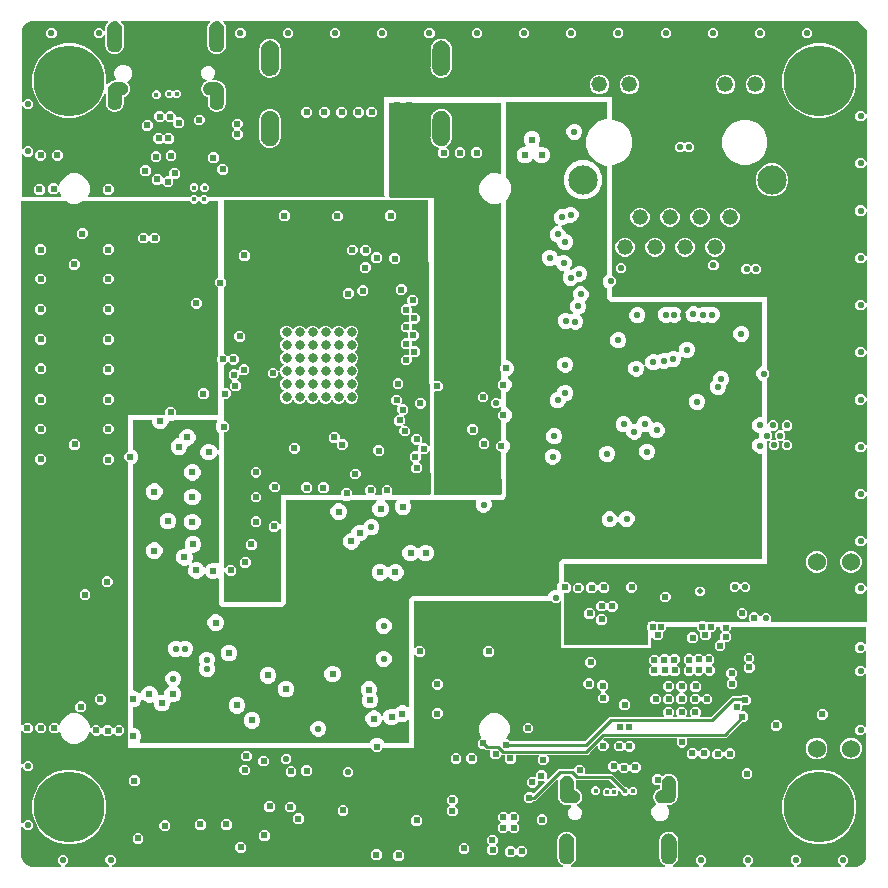
<source format=gbr>
G04 EAGLE Gerber RS-274X export*
G75*
%MOMM*%
%FSLAX34Y34*%
%LPD*%
%INCopper Layer 15*%
%IPPOS*%
%AMOC8*
5,1,8,0,0,1.08239X$1,22.5*%
G01*
%ADD10C,0.808000*%
%ADD11C,1.408000*%
%ADD12C,1.108000*%
%ADD13C,1.208000*%
%ADD14C,1.524000*%
%ADD15C,1.320800*%
%ADD16C,2.476500*%
%ADD17C,0.609600*%
%ADD18C,6.000000*%
%ADD19C,0.406400*%
%ADD20C,0.503200*%
%ADD21C,0.553200*%
%ADD22C,0.254000*%

G36*
X37846Y4330D02*
X37846Y4330D01*
X37918Y4332D01*
X37967Y4350D01*
X38018Y4358D01*
X38082Y4392D01*
X38149Y4417D01*
X38190Y4449D01*
X38236Y4474D01*
X38285Y4526D01*
X38341Y4570D01*
X38369Y4614D01*
X38405Y4652D01*
X38435Y4717D01*
X38474Y4777D01*
X38487Y4828D01*
X38509Y4875D01*
X38516Y4946D01*
X38534Y5016D01*
X38530Y5068D01*
X38536Y5119D01*
X38520Y5190D01*
X38515Y5261D01*
X38495Y5309D01*
X38483Y5360D01*
X38447Y5421D01*
X38419Y5487D01*
X38374Y5543D01*
X38357Y5571D01*
X38339Y5586D01*
X38314Y5618D01*
X35709Y8223D01*
X35709Y11777D01*
X38223Y14291D01*
X41777Y14291D01*
X44291Y11777D01*
X44291Y8223D01*
X41686Y5618D01*
X41644Y5560D01*
X41595Y5508D01*
X41573Y5461D01*
X41543Y5419D01*
X41522Y5350D01*
X41491Y5285D01*
X41486Y5233D01*
X41470Y5183D01*
X41472Y5112D01*
X41464Y5041D01*
X41475Y4990D01*
X41477Y4938D01*
X41501Y4870D01*
X41517Y4800D01*
X41543Y4755D01*
X41561Y4707D01*
X41606Y4651D01*
X41643Y4589D01*
X41682Y4555D01*
X41715Y4515D01*
X41775Y4476D01*
X41830Y4429D01*
X41878Y4410D01*
X41922Y4382D01*
X41991Y4364D01*
X42058Y4337D01*
X42129Y4329D01*
X42160Y4321D01*
X42184Y4323D01*
X42225Y4319D01*
X77775Y4319D01*
X77846Y4330D01*
X77918Y4332D01*
X77967Y4350D01*
X78018Y4358D01*
X78082Y4392D01*
X78149Y4417D01*
X78190Y4449D01*
X78236Y4474D01*
X78285Y4526D01*
X78341Y4570D01*
X78369Y4614D01*
X78405Y4652D01*
X78435Y4717D01*
X78474Y4777D01*
X78487Y4828D01*
X78509Y4875D01*
X78516Y4946D01*
X78534Y5016D01*
X78530Y5068D01*
X78536Y5119D01*
X78520Y5190D01*
X78515Y5261D01*
X78495Y5309D01*
X78483Y5360D01*
X78447Y5421D01*
X78419Y5487D01*
X78374Y5543D01*
X78357Y5571D01*
X78339Y5586D01*
X78314Y5618D01*
X75709Y8223D01*
X75709Y11777D01*
X78223Y14291D01*
X81777Y14291D01*
X84291Y11777D01*
X84291Y8223D01*
X81686Y5618D01*
X81644Y5560D01*
X81595Y5508D01*
X81573Y5461D01*
X81543Y5419D01*
X81522Y5350D01*
X81491Y5285D01*
X81486Y5233D01*
X81470Y5183D01*
X81472Y5112D01*
X81464Y5041D01*
X81475Y4990D01*
X81477Y4938D01*
X81501Y4870D01*
X81517Y4800D01*
X81543Y4755D01*
X81561Y4707D01*
X81606Y4651D01*
X81643Y4589D01*
X81682Y4555D01*
X81715Y4515D01*
X81775Y4476D01*
X81830Y4429D01*
X81878Y4410D01*
X81922Y4382D01*
X81991Y4364D01*
X82058Y4337D01*
X82129Y4329D01*
X82160Y4321D01*
X82184Y4323D01*
X82225Y4319D01*
X462128Y4319D01*
X462210Y4332D01*
X462293Y4337D01*
X462331Y4352D01*
X462371Y4358D01*
X462444Y4397D01*
X462521Y4428D01*
X462552Y4455D01*
X462588Y4474D01*
X462645Y4534D01*
X462709Y4588D01*
X462730Y4622D01*
X462758Y4652D01*
X462792Y4727D01*
X462835Y4798D01*
X462844Y4838D01*
X462861Y4875D01*
X462870Y4957D01*
X462888Y5039D01*
X462884Y5079D01*
X462888Y5119D01*
X462871Y5201D01*
X462862Y5283D01*
X462842Y5332D01*
X462836Y5360D01*
X462821Y5385D01*
X462799Y5439D01*
X462728Y5572D01*
X462658Y5664D01*
X462588Y5758D01*
X462583Y5762D01*
X462579Y5767D01*
X462482Y5832D01*
X462386Y5899D01*
X462380Y5901D01*
X462375Y5905D01*
X462262Y5936D01*
X462150Y5968D01*
X462143Y5968D01*
X461798Y6252D01*
X461777Y6264D01*
X461674Y6335D01*
X461268Y6552D01*
X461241Y6609D01*
X461237Y6613D01*
X461234Y6619D01*
X461151Y6702D01*
X461071Y6786D01*
X461065Y6789D01*
X461061Y6793D01*
X460957Y6845D01*
X460853Y6900D01*
X460846Y6901D01*
X460563Y7247D01*
X460545Y7263D01*
X460457Y7353D01*
X460101Y7644D01*
X460086Y7705D01*
X460083Y7710D01*
X460081Y7716D01*
X460016Y7814D01*
X459954Y7912D01*
X459949Y7916D01*
X459945Y7921D01*
X459854Y7993D01*
X459762Y8066D01*
X459756Y8069D01*
X459545Y8464D01*
X459531Y8483D01*
X459462Y8588D01*
X459170Y8943D01*
X459167Y9006D01*
X459165Y9012D01*
X459165Y9018D01*
X459120Y9126D01*
X459078Y9235D01*
X459074Y9240D01*
X459072Y9245D01*
X458995Y9334D01*
X458920Y9423D01*
X458914Y9427D01*
X458785Y9855D01*
X458774Y9877D01*
X458761Y9910D01*
X458757Y9927D01*
X458747Y9944D01*
X458728Y9993D01*
X458511Y10399D01*
X458520Y10461D01*
X458519Y10467D01*
X458520Y10473D01*
X458497Y10587D01*
X458477Y10703D01*
X458474Y10708D01*
X458473Y10715D01*
X458415Y10816D01*
X458359Y10919D01*
X458354Y10923D01*
X458310Y11369D01*
X458304Y11392D01*
X458281Y11515D01*
X458143Y11971D01*
X458145Y11977D01*
X458145Y12010D01*
X458155Y12103D01*
X458155Y12905D01*
X458151Y12931D01*
X458152Y12980D01*
X458094Y13565D01*
X458106Y13586D01*
X458117Y13639D01*
X458137Y13689D01*
X458149Y13798D01*
X458155Y13827D01*
X458153Y13838D01*
X458155Y13856D01*
X458155Y25184D01*
X458147Y25238D01*
X458148Y25292D01*
X458127Y25358D01*
X458116Y25427D01*
X458093Y25469D01*
X458152Y26060D01*
X458150Y26086D01*
X458155Y26135D01*
X458155Y26937D01*
X458139Y27038D01*
X458137Y27051D01*
X458281Y27525D01*
X458284Y27549D01*
X458310Y27671D01*
X458355Y28129D01*
X458397Y28176D01*
X458400Y28181D01*
X458404Y28186D01*
X458449Y28294D01*
X458496Y28401D01*
X458497Y28407D01*
X458499Y28413D01*
X458508Y28530D01*
X458518Y28646D01*
X458517Y28652D01*
X458727Y29047D01*
X458735Y29069D01*
X458785Y29185D01*
X458918Y29625D01*
X458968Y29662D01*
X458972Y29667D01*
X458977Y29671D01*
X459032Y29752D01*
X459052Y29773D01*
X459063Y29797D01*
X459109Y29864D01*
X459111Y29870D01*
X459115Y29875D01*
X459137Y29958D01*
X459155Y29996D01*
X459160Y30035D01*
X459178Y30100D01*
X459178Y30107D01*
X459462Y30452D01*
X459474Y30473D01*
X459512Y30529D01*
X459518Y30534D01*
X459521Y30541D01*
X459545Y30576D01*
X459762Y30982D01*
X459819Y31009D01*
X459823Y31013D01*
X459829Y31016D01*
X459912Y31099D01*
X459996Y31179D01*
X459999Y31185D01*
X460003Y31189D01*
X460055Y31293D01*
X460110Y31397D01*
X460111Y31404D01*
X460457Y31687D01*
X460473Y31705D01*
X460563Y31793D01*
X460854Y32149D01*
X460915Y32164D01*
X460920Y32167D01*
X460926Y32169D01*
X461024Y32233D01*
X461122Y32296D01*
X461126Y32301D01*
X461131Y32305D01*
X461203Y32396D01*
X461276Y32488D01*
X461279Y32494D01*
X461674Y32705D01*
X461693Y32719D01*
X461798Y32788D01*
X462153Y33080D01*
X462216Y33083D01*
X462222Y33085D01*
X462228Y33085D01*
X462336Y33130D01*
X462445Y33172D01*
X462450Y33176D01*
X462455Y33178D01*
X462544Y33255D01*
X462633Y33330D01*
X462637Y33336D01*
X463065Y33465D01*
X463087Y33476D01*
X463203Y33522D01*
X463609Y33739D01*
X463671Y33730D01*
X463677Y33731D01*
X463683Y33730D01*
X463797Y33753D01*
X463913Y33773D01*
X463918Y33776D01*
X463925Y33777D01*
X464026Y33835D01*
X464129Y33891D01*
X464133Y33896D01*
X464579Y33940D01*
X464602Y33946D01*
X464725Y33969D01*
X465165Y34102D01*
X465224Y34081D01*
X465230Y34081D01*
X465236Y34079D01*
X465353Y34079D01*
X465470Y34076D01*
X465476Y34078D01*
X465482Y34078D01*
X465592Y34115D01*
X465705Y34150D01*
X465710Y34154D01*
X466155Y34110D01*
X466179Y34111D01*
X466305Y34110D01*
X466762Y34155D01*
X466816Y34123D01*
X466822Y34121D01*
X466828Y34118D01*
X466942Y34095D01*
X467056Y34070D01*
X467063Y34070D01*
X467069Y34069D01*
X467184Y34084D01*
X467301Y34096D01*
X467307Y34099D01*
X467735Y33969D01*
X467759Y33966D01*
X467881Y33940D01*
X468339Y33895D01*
X468386Y33853D01*
X468391Y33850D01*
X468396Y33846D01*
X468504Y33801D01*
X468611Y33754D01*
X468617Y33753D01*
X468623Y33751D01*
X468740Y33742D01*
X468856Y33732D01*
X468862Y33733D01*
X469257Y33523D01*
X469279Y33515D01*
X469395Y33465D01*
X469835Y33332D01*
X469872Y33282D01*
X469877Y33278D01*
X469881Y33273D01*
X469978Y33207D01*
X470074Y33141D01*
X470080Y33139D01*
X470085Y33135D01*
X470198Y33104D01*
X470310Y33072D01*
X470317Y33072D01*
X470662Y32788D01*
X470683Y32776D01*
X470786Y32705D01*
X471192Y32488D01*
X471219Y32431D01*
X471223Y32427D01*
X471226Y32421D01*
X471309Y32338D01*
X471389Y32254D01*
X471395Y32251D01*
X471399Y32247D01*
X471503Y32195D01*
X471607Y32140D01*
X471614Y32139D01*
X471897Y31793D01*
X471915Y31777D01*
X472003Y31687D01*
X472359Y31396D01*
X472374Y31335D01*
X472377Y31330D01*
X472379Y31324D01*
X472444Y31226D01*
X472506Y31128D01*
X472511Y31124D01*
X472515Y31119D01*
X472606Y31047D01*
X472698Y30974D01*
X472704Y30971D01*
X472915Y30576D01*
X472929Y30557D01*
X472998Y30452D01*
X473290Y30097D01*
X473293Y30034D01*
X473295Y30028D01*
X473295Y30022D01*
X473322Y29956D01*
X473330Y29921D01*
X473349Y29889D01*
X473382Y29805D01*
X473386Y29800D01*
X473388Y29795D01*
X473444Y29730D01*
X473456Y29710D01*
X473475Y29694D01*
X473540Y29617D01*
X473546Y29613D01*
X473675Y29185D01*
X473684Y29167D01*
X473685Y29160D01*
X473690Y29152D01*
X473733Y29047D01*
X473949Y28641D01*
X473940Y28579D01*
X473941Y28573D01*
X473940Y28567D01*
X473963Y28453D01*
X473983Y28337D01*
X473986Y28332D01*
X473987Y28325D01*
X474045Y28224D01*
X474101Y28121D01*
X474106Y28117D01*
X474150Y27671D01*
X474156Y27648D01*
X474179Y27525D01*
X474317Y27069D01*
X474315Y27063D01*
X474315Y27030D01*
X474305Y26937D01*
X474305Y26135D01*
X474309Y26109D01*
X474308Y26060D01*
X474366Y25475D01*
X474354Y25454D01*
X474343Y25401D01*
X474323Y25351D01*
X474311Y25242D01*
X474305Y25213D01*
X474307Y25202D01*
X474305Y25184D01*
X474305Y13856D01*
X474313Y13802D01*
X474312Y13748D01*
X474333Y13682D01*
X474344Y13613D01*
X474367Y13571D01*
X474308Y12980D01*
X474310Y12954D01*
X474305Y12905D01*
X474305Y12103D01*
X474321Y12002D01*
X474323Y11989D01*
X474179Y11515D01*
X474176Y11491D01*
X474150Y11369D01*
X474105Y10911D01*
X474063Y10864D01*
X474060Y10859D01*
X474056Y10854D01*
X474011Y10746D01*
X473964Y10639D01*
X473963Y10633D01*
X473961Y10627D01*
X473952Y10510D01*
X473942Y10394D01*
X473943Y10388D01*
X473733Y9993D01*
X473725Y9971D01*
X473675Y9855D01*
X473542Y9415D01*
X473492Y9378D01*
X473488Y9373D01*
X473483Y9369D01*
X473417Y9272D01*
X473351Y9176D01*
X473349Y9170D01*
X473345Y9165D01*
X473314Y9052D01*
X473282Y8940D01*
X473282Y8933D01*
X472998Y8588D01*
X472986Y8567D01*
X472984Y8564D01*
X472973Y8553D01*
X472967Y8540D01*
X472915Y8464D01*
X472698Y8058D01*
X472641Y8031D01*
X472637Y8027D01*
X472631Y8024D01*
X472548Y7941D01*
X472464Y7861D01*
X472461Y7855D01*
X472457Y7851D01*
X472405Y7747D01*
X472350Y7643D01*
X472349Y7636D01*
X472003Y7353D01*
X471987Y7335D01*
X471897Y7247D01*
X471606Y6891D01*
X471545Y6876D01*
X471540Y6873D01*
X471534Y6871D01*
X471436Y6806D01*
X471338Y6744D01*
X471334Y6739D01*
X471329Y6735D01*
X471257Y6644D01*
X471184Y6552D01*
X471181Y6546D01*
X470786Y6335D01*
X470767Y6321D01*
X470662Y6252D01*
X470307Y5960D01*
X470244Y5957D01*
X470238Y5955D01*
X470232Y5955D01*
X470124Y5910D01*
X470015Y5868D01*
X470010Y5864D01*
X470005Y5862D01*
X469915Y5784D01*
X469827Y5710D01*
X469822Y5704D01*
X469819Y5701D01*
X469809Y5684D01*
X469732Y5572D01*
X469661Y5439D01*
X469634Y5360D01*
X469599Y5285D01*
X469594Y5245D01*
X469581Y5206D01*
X469581Y5123D01*
X469572Y5041D01*
X469580Y5001D01*
X469580Y4960D01*
X469606Y4881D01*
X469624Y4800D01*
X469645Y4765D01*
X469658Y4727D01*
X469708Y4660D01*
X469750Y4589D01*
X469781Y4563D01*
X469806Y4530D01*
X469874Y4483D01*
X469937Y4429D01*
X469975Y4414D01*
X470008Y4391D01*
X470088Y4368D01*
X470165Y4337D01*
X470218Y4331D01*
X470245Y4324D01*
X470274Y4325D01*
X470332Y4319D01*
X548528Y4319D01*
X548610Y4332D01*
X548693Y4337D01*
X548731Y4352D01*
X548771Y4358D01*
X548844Y4397D01*
X548921Y4428D01*
X548952Y4455D01*
X548988Y4474D01*
X549045Y4534D01*
X549109Y4588D01*
X549130Y4622D01*
X549158Y4652D01*
X549192Y4727D01*
X549235Y4798D01*
X549244Y4838D01*
X549261Y4875D01*
X549270Y4957D01*
X549288Y5039D01*
X549284Y5079D01*
X549288Y5119D01*
X549271Y5201D01*
X549262Y5283D01*
X549242Y5332D01*
X549236Y5360D01*
X549221Y5385D01*
X549199Y5439D01*
X549128Y5572D01*
X549058Y5664D01*
X548988Y5758D01*
X548983Y5762D01*
X548979Y5767D01*
X548882Y5832D01*
X548786Y5899D01*
X548780Y5901D01*
X548775Y5905D01*
X548662Y5936D01*
X548550Y5968D01*
X548543Y5968D01*
X548198Y6252D01*
X548177Y6264D01*
X548074Y6335D01*
X547668Y6552D01*
X547641Y6609D01*
X547637Y6613D01*
X547634Y6619D01*
X547551Y6702D01*
X547471Y6786D01*
X547465Y6789D01*
X547461Y6793D01*
X547357Y6845D01*
X547253Y6900D01*
X547246Y6901D01*
X546963Y7247D01*
X546945Y7263D01*
X546857Y7353D01*
X546501Y7644D01*
X546486Y7705D01*
X546483Y7710D01*
X546481Y7716D01*
X546416Y7814D01*
X546354Y7912D01*
X546349Y7916D01*
X546345Y7921D01*
X546254Y7993D01*
X546162Y8066D01*
X546156Y8069D01*
X545945Y8464D01*
X545931Y8483D01*
X545862Y8588D01*
X545570Y8943D01*
X545567Y9006D01*
X545565Y9012D01*
X545565Y9018D01*
X545520Y9126D01*
X545478Y9235D01*
X545474Y9240D01*
X545472Y9245D01*
X545395Y9334D01*
X545320Y9423D01*
X545314Y9427D01*
X545185Y9855D01*
X545174Y9877D01*
X545161Y9910D01*
X545157Y9927D01*
X545147Y9944D01*
X545128Y9993D01*
X544911Y10399D01*
X544920Y10461D01*
X544919Y10467D01*
X544920Y10473D01*
X544897Y10587D01*
X544877Y10703D01*
X544874Y10708D01*
X544873Y10715D01*
X544815Y10816D01*
X544759Y10919D01*
X544754Y10923D01*
X544710Y11369D01*
X544704Y11392D01*
X544681Y11515D01*
X544543Y11971D01*
X544545Y11977D01*
X544545Y12010D01*
X544555Y12103D01*
X544555Y12905D01*
X544551Y12931D01*
X544552Y12980D01*
X544494Y13565D01*
X544506Y13586D01*
X544517Y13639D01*
X544537Y13689D01*
X544549Y13798D01*
X544555Y13827D01*
X544553Y13838D01*
X544555Y13856D01*
X544555Y25184D01*
X544547Y25238D01*
X544548Y25292D01*
X544527Y25358D01*
X544516Y25427D01*
X544493Y25469D01*
X544552Y26060D01*
X544550Y26086D01*
X544555Y26135D01*
X544555Y26937D01*
X544539Y27038D01*
X544537Y27051D01*
X544681Y27525D01*
X544684Y27549D01*
X544710Y27671D01*
X544755Y28129D01*
X544797Y28176D01*
X544800Y28181D01*
X544804Y28186D01*
X544849Y28294D01*
X544896Y28401D01*
X544897Y28407D01*
X544899Y28413D01*
X544908Y28530D01*
X544918Y28646D01*
X544917Y28652D01*
X545127Y29047D01*
X545135Y29069D01*
X545185Y29185D01*
X545318Y29625D01*
X545368Y29662D01*
X545372Y29667D01*
X545377Y29671D01*
X545432Y29752D01*
X545452Y29773D01*
X545463Y29797D01*
X545509Y29864D01*
X545511Y29870D01*
X545515Y29875D01*
X545537Y29958D01*
X545555Y29996D01*
X545560Y30035D01*
X545578Y30100D01*
X545578Y30107D01*
X545862Y30452D01*
X545874Y30473D01*
X545912Y30529D01*
X545918Y30534D01*
X545921Y30541D01*
X545945Y30576D01*
X546162Y30982D01*
X546219Y31009D01*
X546223Y31013D01*
X546229Y31016D01*
X546312Y31099D01*
X546396Y31179D01*
X546399Y31185D01*
X546403Y31189D01*
X546455Y31293D01*
X546510Y31397D01*
X546511Y31404D01*
X546857Y31687D01*
X546873Y31705D01*
X546963Y31793D01*
X547254Y32149D01*
X547315Y32164D01*
X547320Y32167D01*
X547326Y32169D01*
X547424Y32233D01*
X547522Y32296D01*
X547526Y32301D01*
X547531Y32305D01*
X547603Y32396D01*
X547676Y32488D01*
X547679Y32494D01*
X548074Y32705D01*
X548093Y32719D01*
X548198Y32788D01*
X548553Y33080D01*
X548616Y33083D01*
X548622Y33085D01*
X548628Y33085D01*
X548736Y33130D01*
X548845Y33172D01*
X548850Y33176D01*
X548855Y33178D01*
X548944Y33255D01*
X549033Y33330D01*
X549037Y33336D01*
X549465Y33465D01*
X549487Y33476D01*
X549603Y33522D01*
X550009Y33739D01*
X550071Y33730D01*
X550077Y33731D01*
X550083Y33730D01*
X550197Y33753D01*
X550313Y33773D01*
X550318Y33776D01*
X550325Y33777D01*
X550426Y33835D01*
X550529Y33891D01*
X550533Y33896D01*
X550979Y33940D01*
X551002Y33946D01*
X551125Y33969D01*
X551565Y34102D01*
X551624Y34081D01*
X551630Y34081D01*
X551636Y34079D01*
X551753Y34079D01*
X551870Y34076D01*
X551876Y34078D01*
X551882Y34078D01*
X551992Y34115D01*
X552105Y34150D01*
X552110Y34154D01*
X552555Y34110D01*
X552579Y34111D01*
X552705Y34110D01*
X553162Y34155D01*
X553216Y34123D01*
X553222Y34121D01*
X553228Y34118D01*
X553342Y34095D01*
X553456Y34070D01*
X553463Y34070D01*
X553469Y34069D01*
X553584Y34084D01*
X553701Y34096D01*
X553707Y34099D01*
X554135Y33969D01*
X554159Y33966D01*
X554281Y33940D01*
X554739Y33895D01*
X554786Y33853D01*
X554791Y33850D01*
X554796Y33846D01*
X554904Y33801D01*
X555011Y33754D01*
X555017Y33753D01*
X555023Y33751D01*
X555140Y33742D01*
X555256Y33732D01*
X555262Y33733D01*
X555657Y33523D01*
X555679Y33515D01*
X555795Y33465D01*
X556235Y33332D01*
X556272Y33282D01*
X556277Y33278D01*
X556281Y33273D01*
X556378Y33207D01*
X556474Y33141D01*
X556480Y33139D01*
X556485Y33135D01*
X556598Y33104D01*
X556710Y33072D01*
X556717Y33072D01*
X557062Y32788D01*
X557083Y32776D01*
X557186Y32705D01*
X557592Y32488D01*
X557619Y32431D01*
X557623Y32427D01*
X557626Y32421D01*
X557709Y32338D01*
X557789Y32254D01*
X557795Y32251D01*
X557799Y32247D01*
X557903Y32195D01*
X558007Y32140D01*
X558014Y32139D01*
X558297Y31793D01*
X558315Y31777D01*
X558403Y31687D01*
X558759Y31396D01*
X558774Y31335D01*
X558777Y31330D01*
X558779Y31324D01*
X558844Y31226D01*
X558906Y31128D01*
X558911Y31124D01*
X558915Y31119D01*
X559006Y31047D01*
X559098Y30974D01*
X559104Y30971D01*
X559315Y30576D01*
X559329Y30557D01*
X559398Y30452D01*
X559690Y30097D01*
X559693Y30034D01*
X559695Y30028D01*
X559695Y30022D01*
X559722Y29956D01*
X559730Y29921D01*
X559749Y29889D01*
X559782Y29805D01*
X559786Y29800D01*
X559788Y29795D01*
X559844Y29730D01*
X559856Y29710D01*
X559875Y29694D01*
X559940Y29617D01*
X559946Y29613D01*
X560075Y29185D01*
X560084Y29167D01*
X560085Y29160D01*
X560090Y29152D01*
X560133Y29047D01*
X560349Y28641D01*
X560340Y28579D01*
X560341Y28573D01*
X560340Y28567D01*
X560363Y28453D01*
X560383Y28337D01*
X560386Y28332D01*
X560387Y28325D01*
X560445Y28224D01*
X560501Y28121D01*
X560506Y28117D01*
X560550Y27671D01*
X560556Y27648D01*
X560579Y27525D01*
X560717Y27069D01*
X560715Y27063D01*
X560715Y27030D01*
X560705Y26937D01*
X560705Y26135D01*
X560709Y26109D01*
X560708Y26060D01*
X560766Y25475D01*
X560754Y25454D01*
X560743Y25401D01*
X560723Y25351D01*
X560711Y25242D01*
X560705Y25213D01*
X560707Y25202D01*
X560705Y25184D01*
X560705Y13856D01*
X560713Y13802D01*
X560712Y13748D01*
X560733Y13682D01*
X560744Y13613D01*
X560767Y13571D01*
X560708Y12980D01*
X560710Y12954D01*
X560705Y12905D01*
X560705Y12103D01*
X560721Y12002D01*
X560723Y11989D01*
X560579Y11515D01*
X560576Y11491D01*
X560550Y11369D01*
X560505Y10911D01*
X560463Y10864D01*
X560460Y10859D01*
X560456Y10854D01*
X560411Y10746D01*
X560364Y10639D01*
X560363Y10633D01*
X560361Y10627D01*
X560352Y10510D01*
X560342Y10394D01*
X560343Y10388D01*
X560133Y9993D01*
X560125Y9971D01*
X560075Y9855D01*
X559942Y9415D01*
X559892Y9378D01*
X559888Y9373D01*
X559883Y9369D01*
X559817Y9272D01*
X559751Y9176D01*
X559749Y9170D01*
X559745Y9165D01*
X559714Y9052D01*
X559682Y8940D01*
X559682Y8933D01*
X559398Y8588D01*
X559386Y8567D01*
X559384Y8564D01*
X559373Y8553D01*
X559367Y8540D01*
X559315Y8464D01*
X559098Y8058D01*
X559041Y8031D01*
X559037Y8027D01*
X559031Y8024D01*
X558948Y7941D01*
X558864Y7861D01*
X558861Y7855D01*
X558857Y7851D01*
X558805Y7747D01*
X558750Y7643D01*
X558749Y7636D01*
X558403Y7353D01*
X558387Y7335D01*
X558297Y7247D01*
X558006Y6891D01*
X557945Y6876D01*
X557940Y6873D01*
X557934Y6871D01*
X557836Y6806D01*
X557738Y6744D01*
X557734Y6739D01*
X557729Y6735D01*
X557657Y6644D01*
X557584Y6552D01*
X557581Y6546D01*
X557186Y6335D01*
X557167Y6321D01*
X557062Y6252D01*
X556707Y5960D01*
X556644Y5957D01*
X556638Y5955D01*
X556632Y5955D01*
X556524Y5910D01*
X556415Y5868D01*
X556410Y5864D01*
X556405Y5862D01*
X556315Y5784D01*
X556227Y5710D01*
X556222Y5704D01*
X556219Y5701D01*
X556209Y5684D01*
X556132Y5572D01*
X556061Y5439D01*
X556034Y5360D01*
X555999Y5285D01*
X555994Y5245D01*
X555981Y5206D01*
X555981Y5123D01*
X555972Y5041D01*
X555980Y5001D01*
X555980Y4960D01*
X556006Y4881D01*
X556024Y4800D01*
X556045Y4765D01*
X556058Y4727D01*
X556108Y4660D01*
X556150Y4589D01*
X556181Y4563D01*
X556206Y4530D01*
X556274Y4483D01*
X556337Y4429D01*
X556375Y4414D01*
X556408Y4391D01*
X556488Y4368D01*
X556565Y4337D01*
X556618Y4331D01*
X556645Y4324D01*
X556674Y4325D01*
X556732Y4319D01*
X577775Y4319D01*
X577846Y4330D01*
X577918Y4332D01*
X577967Y4350D01*
X578018Y4358D01*
X578082Y4392D01*
X578149Y4417D01*
X578190Y4449D01*
X578236Y4474D01*
X578285Y4526D01*
X578341Y4570D01*
X578369Y4614D01*
X578405Y4652D01*
X578435Y4717D01*
X578474Y4777D01*
X578487Y4828D01*
X578509Y4875D01*
X578516Y4946D01*
X578534Y5016D01*
X578530Y5068D01*
X578536Y5119D01*
X578520Y5190D01*
X578515Y5261D01*
X578495Y5309D01*
X578483Y5360D01*
X578447Y5421D01*
X578419Y5487D01*
X578374Y5543D01*
X578357Y5571D01*
X578339Y5586D01*
X578314Y5618D01*
X575709Y8223D01*
X575709Y11777D01*
X578223Y14291D01*
X581777Y14291D01*
X584291Y11777D01*
X584291Y8223D01*
X581686Y5618D01*
X581644Y5560D01*
X581595Y5508D01*
X581573Y5461D01*
X581543Y5419D01*
X581522Y5350D01*
X581491Y5285D01*
X581486Y5233D01*
X581470Y5183D01*
X581472Y5112D01*
X581464Y5041D01*
X581475Y4990D01*
X581477Y4938D01*
X581501Y4870D01*
X581517Y4800D01*
X581543Y4755D01*
X581561Y4707D01*
X581606Y4651D01*
X581643Y4589D01*
X581682Y4555D01*
X581715Y4515D01*
X581775Y4476D01*
X581830Y4429D01*
X581878Y4410D01*
X581922Y4382D01*
X581991Y4364D01*
X582058Y4337D01*
X582129Y4329D01*
X582160Y4321D01*
X582184Y4323D01*
X582225Y4319D01*
X617775Y4319D01*
X617846Y4330D01*
X617918Y4332D01*
X617967Y4350D01*
X618018Y4358D01*
X618082Y4392D01*
X618149Y4417D01*
X618190Y4449D01*
X618236Y4474D01*
X618285Y4526D01*
X618341Y4570D01*
X618369Y4614D01*
X618405Y4652D01*
X618435Y4717D01*
X618474Y4777D01*
X618487Y4828D01*
X618509Y4875D01*
X618516Y4946D01*
X618534Y5016D01*
X618530Y5068D01*
X618536Y5119D01*
X618520Y5190D01*
X618515Y5261D01*
X618495Y5309D01*
X618483Y5360D01*
X618447Y5421D01*
X618419Y5487D01*
X618374Y5543D01*
X618357Y5571D01*
X618339Y5586D01*
X618314Y5618D01*
X615709Y8223D01*
X615709Y11777D01*
X618223Y14291D01*
X621777Y14291D01*
X624291Y11777D01*
X624291Y8223D01*
X621686Y5618D01*
X621644Y5560D01*
X621595Y5508D01*
X621573Y5461D01*
X621543Y5419D01*
X621522Y5350D01*
X621491Y5285D01*
X621486Y5233D01*
X621470Y5183D01*
X621472Y5112D01*
X621464Y5041D01*
X621475Y4990D01*
X621477Y4938D01*
X621501Y4870D01*
X621517Y4800D01*
X621543Y4755D01*
X621561Y4707D01*
X621606Y4651D01*
X621643Y4589D01*
X621682Y4555D01*
X621715Y4515D01*
X621775Y4476D01*
X621830Y4429D01*
X621878Y4410D01*
X621922Y4382D01*
X621991Y4364D01*
X622058Y4337D01*
X622129Y4329D01*
X622160Y4321D01*
X622184Y4323D01*
X622225Y4319D01*
X657775Y4319D01*
X657846Y4330D01*
X657918Y4332D01*
X657967Y4350D01*
X658018Y4358D01*
X658082Y4392D01*
X658149Y4417D01*
X658190Y4449D01*
X658236Y4474D01*
X658285Y4526D01*
X658341Y4570D01*
X658369Y4614D01*
X658405Y4652D01*
X658435Y4717D01*
X658474Y4777D01*
X658487Y4828D01*
X658509Y4875D01*
X658516Y4946D01*
X658534Y5016D01*
X658530Y5068D01*
X658536Y5119D01*
X658520Y5190D01*
X658515Y5261D01*
X658495Y5309D01*
X658483Y5360D01*
X658447Y5421D01*
X658419Y5487D01*
X658374Y5543D01*
X658357Y5571D01*
X658339Y5586D01*
X658314Y5618D01*
X655709Y8223D01*
X655709Y11777D01*
X658223Y14291D01*
X661777Y14291D01*
X664291Y11777D01*
X664291Y8223D01*
X661686Y5618D01*
X661644Y5560D01*
X661595Y5508D01*
X661573Y5461D01*
X661543Y5419D01*
X661522Y5350D01*
X661491Y5285D01*
X661486Y5233D01*
X661470Y5183D01*
X661472Y5112D01*
X661464Y5041D01*
X661475Y4990D01*
X661477Y4938D01*
X661501Y4870D01*
X661517Y4800D01*
X661543Y4755D01*
X661561Y4707D01*
X661606Y4651D01*
X661643Y4589D01*
X661682Y4555D01*
X661715Y4515D01*
X661775Y4476D01*
X661830Y4429D01*
X661878Y4410D01*
X661922Y4382D01*
X661991Y4364D01*
X662058Y4337D01*
X662129Y4329D01*
X662160Y4321D01*
X662184Y4323D01*
X662225Y4319D01*
X697775Y4319D01*
X697846Y4330D01*
X697918Y4332D01*
X697967Y4350D01*
X698018Y4358D01*
X698082Y4392D01*
X698149Y4417D01*
X698190Y4449D01*
X698236Y4474D01*
X698285Y4526D01*
X698341Y4570D01*
X698369Y4614D01*
X698405Y4652D01*
X698435Y4717D01*
X698474Y4777D01*
X698487Y4828D01*
X698509Y4875D01*
X698516Y4946D01*
X698534Y5016D01*
X698530Y5068D01*
X698536Y5119D01*
X698520Y5190D01*
X698515Y5261D01*
X698495Y5309D01*
X698483Y5360D01*
X698447Y5421D01*
X698419Y5487D01*
X698374Y5543D01*
X698357Y5571D01*
X698339Y5586D01*
X698314Y5618D01*
X695709Y8223D01*
X695709Y11777D01*
X698223Y14291D01*
X701777Y14291D01*
X704291Y11777D01*
X704291Y8223D01*
X701686Y5618D01*
X701644Y5560D01*
X701595Y5508D01*
X701573Y5461D01*
X701543Y5419D01*
X701522Y5350D01*
X701491Y5285D01*
X701486Y5233D01*
X701470Y5183D01*
X701472Y5112D01*
X701464Y5041D01*
X701475Y4990D01*
X701477Y4938D01*
X701501Y4870D01*
X701517Y4800D01*
X701543Y4755D01*
X701561Y4707D01*
X701606Y4651D01*
X701643Y4589D01*
X701682Y4555D01*
X701715Y4515D01*
X701775Y4476D01*
X701830Y4429D01*
X701878Y4410D01*
X701922Y4382D01*
X701991Y4364D01*
X702058Y4337D01*
X702129Y4329D01*
X702160Y4321D01*
X702184Y4323D01*
X702225Y4319D01*
X710000Y4319D01*
X710026Y4323D01*
X710075Y4322D01*
X712010Y4513D01*
X712037Y4520D01*
X712066Y4521D01*
X712227Y4567D01*
X715803Y6048D01*
X715858Y6083D01*
X715919Y6109D01*
X715984Y6161D01*
X716012Y6178D01*
X716024Y6193D01*
X716050Y6214D01*
X718786Y8950D01*
X718825Y9004D01*
X718871Y9050D01*
X718911Y9124D01*
X718930Y9150D01*
X718936Y9169D01*
X718952Y9197D01*
X719523Y10578D01*
X719538Y10642D01*
X719563Y10702D01*
X719572Y10785D01*
X719579Y10817D01*
X719578Y10837D01*
X719581Y10869D01*
X719581Y116675D01*
X719570Y116746D01*
X719568Y116818D01*
X719550Y116867D01*
X719542Y116918D01*
X719508Y116981D01*
X719483Y117049D01*
X719451Y117090D01*
X719426Y117136D01*
X719375Y117185D01*
X719330Y117241D01*
X719286Y117269D01*
X719248Y117305D01*
X719183Y117335D01*
X719123Y117374D01*
X719072Y117387D01*
X719025Y117409D01*
X718954Y117416D01*
X718884Y117434D01*
X718832Y117430D01*
X718781Y117436D01*
X718710Y117420D01*
X718639Y117415D01*
X718591Y117394D01*
X718540Y117383D01*
X718479Y117347D01*
X718413Y117319D01*
X718357Y117274D01*
X718329Y117257D01*
X718314Y117239D01*
X718282Y117214D01*
X716777Y115709D01*
X713223Y115709D01*
X710709Y118223D01*
X710709Y121777D01*
X713223Y124291D01*
X716777Y124291D01*
X718282Y122786D01*
X718340Y122744D01*
X718392Y122695D01*
X718439Y122673D01*
X718481Y122643D01*
X718550Y122622D01*
X718615Y122591D01*
X718667Y122586D01*
X718717Y122570D01*
X718788Y122572D01*
X718859Y122564D01*
X718910Y122575D01*
X718962Y122577D01*
X719030Y122601D01*
X719100Y122617D01*
X719144Y122643D01*
X719193Y122661D01*
X719249Y122706D01*
X719311Y122743D01*
X719345Y122782D01*
X719385Y122815D01*
X719424Y122875D01*
X719471Y122930D01*
X719490Y122978D01*
X719518Y123022D01*
X719536Y123091D01*
X719563Y123158D01*
X719571Y123229D01*
X719579Y123260D01*
X719577Y123284D01*
X719581Y123325D01*
X719581Y166675D01*
X719570Y166746D01*
X719568Y166818D01*
X719550Y166867D01*
X719542Y166918D01*
X719508Y166981D01*
X719483Y167049D01*
X719451Y167090D01*
X719426Y167136D01*
X719375Y167185D01*
X719330Y167241D01*
X719286Y167269D01*
X719248Y167305D01*
X719183Y167335D01*
X719123Y167374D01*
X719072Y167387D01*
X719025Y167409D01*
X718954Y167416D01*
X718884Y167434D01*
X718832Y167430D01*
X718781Y167436D01*
X718710Y167420D01*
X718639Y167415D01*
X718591Y167394D01*
X718540Y167383D01*
X718479Y167347D01*
X718413Y167319D01*
X718357Y167274D01*
X718329Y167257D01*
X718314Y167239D01*
X718282Y167214D01*
X716777Y165709D01*
X713223Y165709D01*
X710709Y168223D01*
X710709Y171777D01*
X713223Y174291D01*
X716777Y174291D01*
X718282Y172786D01*
X718340Y172744D01*
X718392Y172695D01*
X718439Y172673D01*
X718481Y172643D01*
X718550Y172622D01*
X718615Y172591D01*
X718667Y172586D01*
X718717Y172570D01*
X718788Y172572D01*
X718859Y172564D01*
X718910Y172575D01*
X718962Y172577D01*
X719030Y172601D01*
X719100Y172617D01*
X719144Y172643D01*
X719193Y172661D01*
X719249Y172706D01*
X719311Y172743D01*
X719345Y172782D01*
X719385Y172815D01*
X719424Y172875D01*
X719471Y172930D01*
X719490Y172978D01*
X719518Y173022D01*
X719536Y173091D01*
X719563Y173158D01*
X719571Y173229D01*
X719579Y173260D01*
X719577Y173284D01*
X719581Y173325D01*
X719581Y186675D01*
X719570Y186746D01*
X719568Y186818D01*
X719550Y186867D01*
X719542Y186918D01*
X719508Y186981D01*
X719483Y187049D01*
X719451Y187090D01*
X719426Y187136D01*
X719375Y187185D01*
X719330Y187241D01*
X719286Y187269D01*
X719248Y187305D01*
X719183Y187335D01*
X719123Y187374D01*
X719072Y187387D01*
X719025Y187409D01*
X718954Y187416D01*
X718884Y187434D01*
X718832Y187430D01*
X718781Y187436D01*
X718710Y187420D01*
X718639Y187415D01*
X718591Y187394D01*
X718540Y187383D01*
X718479Y187347D01*
X718413Y187319D01*
X718357Y187274D01*
X718329Y187257D01*
X718314Y187239D01*
X718282Y187214D01*
X716777Y185709D01*
X713223Y185709D01*
X710709Y188223D01*
X710709Y191777D01*
X713223Y194291D01*
X716777Y194291D01*
X718282Y192786D01*
X718340Y192744D01*
X718392Y192695D01*
X718439Y192673D01*
X718481Y192643D01*
X718550Y192622D01*
X718615Y192591D01*
X718667Y192586D01*
X718717Y192570D01*
X718788Y192572D01*
X718859Y192564D01*
X718910Y192575D01*
X718962Y192577D01*
X719030Y192601D01*
X719100Y192617D01*
X719144Y192643D01*
X719193Y192661D01*
X719249Y192706D01*
X719311Y192743D01*
X719345Y192782D01*
X719385Y192815D01*
X719424Y192875D01*
X719471Y192930D01*
X719490Y192978D01*
X719518Y193022D01*
X719536Y193091D01*
X719563Y193158D01*
X719571Y193229D01*
X719579Y193260D01*
X719577Y193284D01*
X719581Y193325D01*
X719581Y207010D01*
X719578Y207030D01*
X719580Y207049D01*
X719558Y207151D01*
X719542Y207253D01*
X719532Y207270D01*
X719528Y207290D01*
X719475Y207379D01*
X719426Y207470D01*
X719412Y207484D01*
X719402Y207501D01*
X719323Y207568D01*
X719248Y207640D01*
X719230Y207648D01*
X719215Y207661D01*
X719119Y207700D01*
X719025Y207743D01*
X719005Y207745D01*
X718987Y207753D01*
X718820Y207771D01*
X606174Y207771D01*
X606154Y207768D01*
X606135Y207770D01*
X606033Y207748D01*
X605931Y207732D01*
X605914Y207722D01*
X605894Y207718D01*
X605805Y207665D01*
X605714Y207616D01*
X605700Y207602D01*
X605683Y207592D01*
X605616Y207513D01*
X605544Y207438D01*
X605536Y207420D01*
X605523Y207405D01*
X605484Y207309D01*
X605441Y207215D01*
X605439Y207195D01*
X605431Y207177D01*
X605413Y207010D01*
X605413Y205006D01*
X603995Y203588D01*
X603983Y203572D01*
X603968Y203560D01*
X603912Y203472D01*
X603852Y203389D01*
X603846Y203370D01*
X603835Y203353D01*
X603810Y203252D01*
X603779Y203153D01*
X603780Y203134D01*
X603775Y203114D01*
X603783Y203011D01*
X603786Y202908D01*
X603792Y202889D01*
X603794Y202869D01*
X603834Y202774D01*
X603870Y202677D01*
X603883Y202661D01*
X603890Y202643D01*
X603995Y202512D01*
X605413Y201094D01*
X605413Y197306D01*
X602734Y194627D01*
X601177Y194627D01*
X601107Y194616D01*
X601035Y194614D01*
X600986Y194596D01*
X600935Y194588D01*
X600871Y194554D01*
X600804Y194529D01*
X600763Y194497D01*
X600717Y194472D01*
X600668Y194420D01*
X600612Y194376D01*
X600584Y194332D01*
X600548Y194294D01*
X600518Y194229D01*
X600479Y194169D01*
X600466Y194118D01*
X600444Y194071D01*
X600436Y194000D01*
X600419Y193930D01*
X600423Y193878D01*
X600417Y193827D01*
X600432Y193756D01*
X600438Y193685D01*
X600458Y193637D01*
X600469Y193586D01*
X600506Y193525D01*
X600534Y193459D01*
X600573Y193411D01*
X600573Y189606D01*
X597894Y186927D01*
X594106Y186927D01*
X591427Y189606D01*
X591427Y193394D01*
X594106Y196073D01*
X595663Y196073D01*
X595733Y196084D01*
X595805Y196086D01*
X595854Y196104D01*
X595905Y196112D01*
X595969Y196146D01*
X596036Y196171D01*
X596077Y196203D01*
X596123Y196228D01*
X596172Y196280D01*
X596228Y196324D01*
X596256Y196368D01*
X596292Y196406D01*
X596322Y196471D01*
X596361Y196531D01*
X596374Y196582D01*
X596396Y196629D01*
X596404Y196700D01*
X596421Y196770D01*
X596417Y196822D01*
X596423Y196873D01*
X596408Y196944D01*
X596402Y197015D01*
X596382Y197063D01*
X596371Y197114D01*
X596334Y197175D01*
X596306Y197241D01*
X596267Y197289D01*
X596267Y201094D01*
X597685Y202512D01*
X597697Y202528D01*
X597712Y202540D01*
X597768Y202628D01*
X597828Y202711D01*
X597834Y202730D01*
X597845Y202747D01*
X597870Y202848D01*
X597901Y202947D01*
X597900Y202966D01*
X597905Y202986D01*
X597897Y203089D01*
X597894Y203192D01*
X597888Y203211D01*
X597886Y203231D01*
X597846Y203326D01*
X597810Y203423D01*
X597797Y203439D01*
X597790Y203457D01*
X597685Y203588D01*
X596267Y205006D01*
X596267Y207010D01*
X596264Y207030D01*
X596266Y207049D01*
X596244Y207151D01*
X596228Y207253D01*
X596218Y207270D01*
X596214Y207290D01*
X596161Y207379D01*
X596112Y207470D01*
X596098Y207484D01*
X596088Y207501D01*
X596009Y207568D01*
X595934Y207640D01*
X595916Y207648D01*
X595901Y207661D01*
X595805Y207700D01*
X595711Y207743D01*
X595691Y207745D01*
X595673Y207753D01*
X595506Y207771D01*
X593734Y207771D01*
X593714Y207768D01*
X593695Y207770D01*
X593593Y207748D01*
X593491Y207732D01*
X593474Y207722D01*
X593454Y207718D01*
X593365Y207665D01*
X593274Y207616D01*
X593260Y207602D01*
X593243Y207592D01*
X593176Y207513D01*
X593104Y207438D01*
X593096Y207420D01*
X593083Y207405D01*
X593044Y207309D01*
X593001Y207215D01*
X592999Y207195D01*
X592991Y207177D01*
X592973Y207010D01*
X592973Y205542D01*
X590294Y202863D01*
X589034Y202863D01*
X589014Y202860D01*
X588995Y202862D01*
X588893Y202840D01*
X588791Y202824D01*
X588774Y202814D01*
X588754Y202810D01*
X588665Y202757D01*
X588574Y202708D01*
X588560Y202694D01*
X588543Y202684D01*
X588476Y202605D01*
X588404Y202530D01*
X588396Y202512D01*
X588383Y202497D01*
X588344Y202401D01*
X588301Y202307D01*
X588299Y202287D01*
X588291Y202269D01*
X588273Y202102D01*
X588273Y198642D01*
X585594Y195963D01*
X581806Y195963D01*
X579127Y198642D01*
X579127Y202571D01*
X579130Y202583D01*
X579161Y202682D01*
X579160Y202702D01*
X579165Y202722D01*
X579157Y202824D01*
X579154Y202928D01*
X579148Y202947D01*
X579146Y202967D01*
X579106Y203062D01*
X579070Y203159D01*
X579058Y203175D01*
X579050Y203193D01*
X578945Y203324D01*
X576427Y205842D01*
X576427Y207010D01*
X576424Y207030D01*
X576426Y207049D01*
X576404Y207151D01*
X576388Y207253D01*
X576378Y207270D01*
X576374Y207290D01*
X576321Y207379D01*
X576272Y207470D01*
X576258Y207484D01*
X576248Y207501D01*
X576169Y207568D01*
X576094Y207640D01*
X576076Y207648D01*
X576061Y207661D01*
X575965Y207700D01*
X575871Y207743D01*
X575851Y207745D01*
X575833Y207753D01*
X575666Y207771D01*
X551234Y207771D01*
X551214Y207768D01*
X551195Y207770D01*
X551093Y207748D01*
X550991Y207732D01*
X550974Y207722D01*
X550954Y207718D01*
X550865Y207665D01*
X550774Y207616D01*
X550760Y207602D01*
X550743Y207592D01*
X550676Y207513D01*
X550604Y207438D01*
X550596Y207420D01*
X550583Y207405D01*
X550544Y207309D01*
X550501Y207215D01*
X550499Y207195D01*
X550491Y207177D01*
X550473Y207010D01*
X550473Y205442D01*
X547996Y202965D01*
X547943Y202891D01*
X547883Y202821D01*
X547871Y202791D01*
X547852Y202765D01*
X547825Y202678D01*
X547791Y202593D01*
X547787Y202552D01*
X547780Y202530D01*
X547781Y202498D01*
X547773Y202427D01*
X547773Y198642D01*
X545094Y195963D01*
X541306Y195963D01*
X539018Y198251D01*
X538960Y198293D01*
X538908Y198342D01*
X538861Y198364D01*
X538819Y198394D01*
X538750Y198416D01*
X538685Y198446D01*
X538633Y198451D01*
X538583Y198467D01*
X538512Y198465D01*
X538441Y198473D01*
X538390Y198462D01*
X538338Y198460D01*
X538270Y198436D01*
X538200Y198421D01*
X538156Y198394D01*
X538107Y198376D01*
X538051Y198331D01*
X537989Y198294D01*
X537955Y198255D01*
X537915Y198222D01*
X537876Y198162D01*
X537829Y198107D01*
X537810Y198059D01*
X537782Y198015D01*
X537764Y197946D01*
X537737Y197879D01*
X537729Y197808D01*
X537721Y197777D01*
X537723Y197754D01*
X537719Y197713D01*
X537719Y189991D01*
X461771Y189991D01*
X461771Y228722D01*
X461768Y228742D01*
X461770Y228762D01*
X461748Y228863D01*
X461732Y228965D01*
X461722Y228982D01*
X461718Y229002D01*
X461665Y229091D01*
X461616Y229182D01*
X461602Y229196D01*
X461592Y229213D01*
X461513Y229280D01*
X461438Y229352D01*
X461420Y229360D01*
X461405Y229373D01*
X461309Y229412D01*
X461215Y229455D01*
X461195Y229457D01*
X461177Y229465D01*
X461010Y229483D01*
X460797Y229483D01*
X460707Y229469D01*
X460616Y229462D01*
X460586Y229449D01*
X460554Y229444D01*
X460473Y229401D01*
X460389Y229365D01*
X460357Y229339D01*
X460337Y229329D01*
X460314Y229305D01*
X460258Y229260D01*
X458817Y227819D01*
X455263Y227819D01*
X453822Y229260D01*
X453748Y229314D01*
X453678Y229373D01*
X453648Y229385D01*
X453622Y229404D01*
X453535Y229431D01*
X453450Y229465D01*
X453409Y229469D01*
X453387Y229476D01*
X453355Y229475D01*
X453283Y229483D01*
X337820Y229483D01*
X337800Y229480D01*
X337781Y229482D01*
X337679Y229460D01*
X337577Y229444D01*
X337560Y229434D01*
X337540Y229430D01*
X337451Y229377D01*
X337360Y229329D01*
X337346Y229314D01*
X337329Y229304D01*
X337262Y229225D01*
X337191Y229150D01*
X337182Y229132D01*
X337169Y229117D01*
X337130Y229021D01*
X337087Y228927D01*
X337085Y228907D01*
X337077Y228889D01*
X337059Y228722D01*
X337059Y190423D01*
X337070Y190353D01*
X337072Y190281D01*
X337090Y190232D01*
X337099Y190181D01*
X337132Y190117D01*
X337157Y190050D01*
X337189Y190009D01*
X337214Y189963D01*
X337266Y189914D01*
X337310Y189858D01*
X337354Y189830D01*
X337392Y189794D01*
X337457Y189764D01*
X337517Y189725D01*
X337568Y189712D01*
X337615Y189690D01*
X337686Y189682D01*
X337756Y189665D01*
X337808Y189669D01*
X337859Y189663D01*
X337930Y189678D01*
X338001Y189684D01*
X338049Y189704D01*
X338100Y189715D01*
X338161Y189752D01*
X338227Y189780D01*
X338283Y189825D01*
X338311Y189842D01*
X338326Y189859D01*
X338358Y189885D01*
X339705Y191232D01*
X343493Y191232D01*
X346172Y188553D01*
X346172Y184765D01*
X343493Y182087D01*
X339705Y182087D01*
X338358Y183433D01*
X338300Y183475D01*
X338248Y183525D01*
X338201Y183547D01*
X338159Y183577D01*
X338090Y183598D01*
X338025Y183628D01*
X337973Y183634D01*
X337923Y183649D01*
X337852Y183647D01*
X337781Y183655D01*
X337730Y183644D01*
X337678Y183643D01*
X337610Y183618D01*
X337540Y183603D01*
X337496Y183576D01*
X337447Y183558D01*
X337391Y183514D01*
X337329Y183477D01*
X337295Y183437D01*
X337255Y183405D01*
X337216Y183344D01*
X337169Y183290D01*
X337150Y183242D01*
X337122Y183198D01*
X337104Y183128D01*
X337077Y183062D01*
X337069Y182990D01*
X337061Y182959D01*
X337063Y182936D01*
X337059Y182895D01*
X337059Y104891D01*
X310879Y104891D01*
X310859Y104888D01*
X310840Y104890D01*
X310738Y104868D01*
X310636Y104852D01*
X310619Y104842D01*
X310599Y104838D01*
X310510Y104785D01*
X310419Y104736D01*
X310405Y104722D01*
X310388Y104712D01*
X310321Y104633D01*
X310249Y104558D01*
X310241Y104540D01*
X310228Y104525D01*
X310189Y104429D01*
X310146Y104335D01*
X310144Y104315D01*
X310141Y104310D01*
X307439Y101607D01*
X303651Y101607D01*
X300942Y104316D01*
X300933Y104373D01*
X300923Y104390D01*
X300919Y104410D01*
X300866Y104499D01*
X300817Y104590D01*
X300803Y104604D01*
X300793Y104621D01*
X300714Y104688D01*
X300639Y104760D01*
X300621Y104768D01*
X300606Y104781D01*
X300510Y104820D01*
X300416Y104863D01*
X300396Y104865D01*
X300378Y104873D01*
X300211Y104891D01*
X94741Y104891D01*
X94741Y112397D01*
X94727Y112487D01*
X94719Y112578D01*
X94707Y112607D01*
X94702Y112639D01*
X94659Y112720D01*
X94623Y112804D01*
X94597Y112836D01*
X94586Y112857D01*
X94563Y112879D01*
X94547Y112899D01*
X94542Y112907D01*
X94537Y112912D01*
X94518Y112935D01*
X94507Y112946D01*
X94507Y116734D01*
X94518Y116745D01*
X94571Y116819D01*
X94631Y116889D01*
X94643Y116919D01*
X94662Y116945D01*
X94689Y117032D01*
X94723Y117117D01*
X94727Y117158D01*
X94734Y117180D01*
X94733Y117212D01*
X94741Y117283D01*
X94741Y144097D01*
X94727Y144187D01*
X94719Y144278D01*
X94707Y144307D01*
X94702Y144339D01*
X94659Y144420D01*
X94623Y144504D01*
X94597Y144536D01*
X94586Y144557D01*
X94563Y144579D01*
X94518Y144635D01*
X94497Y144656D01*
X94497Y148444D01*
X94518Y148465D01*
X94571Y148539D01*
X94631Y148609D01*
X94643Y148639D01*
X94662Y148665D01*
X94689Y148752D01*
X94723Y148837D01*
X94727Y148878D01*
X94734Y148900D01*
X94733Y148932D01*
X94741Y149003D01*
X94741Y346072D01*
X94738Y346092D01*
X94740Y346112D01*
X94718Y346213D01*
X94702Y346315D01*
X94692Y346333D01*
X94688Y346352D01*
X94635Y346441D01*
X94586Y346532D01*
X94572Y346546D01*
X94562Y346563D01*
X94483Y346631D01*
X94408Y346702D01*
X94399Y346706D01*
X91593Y349512D01*
X91593Y353300D01*
X94411Y356118D01*
X94440Y356134D01*
X94454Y356148D01*
X94471Y356158D01*
X94538Y356237D01*
X94610Y356312D01*
X94618Y356330D01*
X94631Y356345D01*
X94670Y356442D01*
X94713Y356535D01*
X94715Y356555D01*
X94723Y356574D01*
X94741Y356740D01*
X94741Y386589D01*
X125722Y386589D01*
X125742Y386592D01*
X125761Y386590D01*
X125863Y386612D01*
X125965Y386629D01*
X125982Y386638D01*
X126002Y386642D01*
X126091Y386695D01*
X126182Y386744D01*
X126196Y386758D01*
X126213Y386768D01*
X126280Y386847D01*
X126352Y386922D01*
X126360Y386940D01*
X126373Y386955D01*
X126412Y387051D01*
X126455Y387145D01*
X126457Y387165D01*
X126465Y387183D01*
X126483Y387350D01*
X126483Y390890D01*
X129162Y393569D01*
X132950Y393569D01*
X135629Y390890D01*
X135629Y387350D01*
X135632Y387330D01*
X135630Y387311D01*
X135652Y387209D01*
X135668Y387107D01*
X135678Y387090D01*
X135682Y387070D01*
X135735Y386981D01*
X135784Y386890D01*
X135798Y386876D01*
X135808Y386859D01*
X135887Y386792D01*
X135962Y386721D01*
X135980Y386712D01*
X135995Y386699D01*
X136091Y386660D01*
X136185Y386617D01*
X136205Y386615D01*
X136223Y386607D01*
X136390Y386589D01*
X170180Y386589D01*
X170200Y386592D01*
X170219Y386590D01*
X170321Y386612D01*
X170423Y386629D01*
X170440Y386638D01*
X170460Y386642D01*
X170549Y386695D01*
X170640Y386744D01*
X170654Y386758D01*
X170671Y386768D01*
X170738Y386847D01*
X170810Y386922D01*
X170818Y386940D01*
X170831Y386955D01*
X170870Y387051D01*
X170913Y387145D01*
X170915Y387165D01*
X170923Y387183D01*
X170941Y387350D01*
X170941Y431199D01*
X170927Y431289D01*
X170919Y431380D01*
X170907Y431409D01*
X170902Y431441D01*
X170859Y431522D01*
X170823Y431606D01*
X170797Y431638D01*
X170786Y431659D01*
X170763Y431681D01*
X170718Y431737D01*
X170253Y432202D01*
X170253Y435990D01*
X170718Y436455D01*
X170772Y436529D01*
X170831Y436599D01*
X170843Y436629D01*
X170862Y436655D01*
X170889Y436742D01*
X170923Y436827D01*
X170927Y436868D01*
X170934Y436890D01*
X170933Y436922D01*
X170941Y436993D01*
X170941Y494329D01*
X170927Y494419D01*
X170919Y494510D01*
X170907Y494539D01*
X170902Y494571D01*
X170859Y494652D01*
X170823Y494736D01*
X170797Y494768D01*
X170786Y494789D01*
X170763Y494811D01*
X170718Y494867D01*
X168483Y497102D01*
X168483Y500890D01*
X170718Y503125D01*
X170771Y503199D01*
X170831Y503269D01*
X170843Y503299D01*
X170862Y503325D01*
X170889Y503412D01*
X170923Y503497D01*
X170927Y503538D01*
X170934Y503560D01*
X170933Y503592D01*
X170941Y503663D01*
X170941Y567690D01*
X170938Y567710D01*
X170940Y567729D01*
X170918Y567831D01*
X170902Y567933D01*
X170892Y567950D01*
X170888Y567970D01*
X170835Y568059D01*
X170786Y568150D01*
X170772Y568164D01*
X170762Y568181D01*
X170683Y568248D01*
X170608Y568320D01*
X170590Y568328D01*
X170575Y568341D01*
X170479Y568380D01*
X170385Y568423D01*
X170365Y568425D01*
X170347Y568433D01*
X170180Y568451D01*
X163603Y568451D01*
X163512Y568437D01*
X163422Y568429D01*
X163392Y568417D01*
X163360Y568412D01*
X163279Y568369D01*
X163195Y568333D01*
X163163Y568307D01*
X163142Y568296D01*
X163120Y568273D01*
X163064Y568228D01*
X160769Y565933D01*
X157823Y565933D01*
X155528Y568228D01*
X155454Y568281D01*
X155384Y568341D01*
X155354Y568353D01*
X155328Y568372D01*
X155241Y568399D01*
X155156Y568433D01*
X155115Y568437D01*
X155093Y568444D01*
X155061Y568443D01*
X154989Y568451D01*
X154944Y568451D01*
X154924Y568448D01*
X154905Y568450D01*
X154848Y568438D01*
X154847Y568438D01*
X154846Y568438D01*
X154803Y568428D01*
X154701Y568412D01*
X154684Y568402D01*
X154664Y568398D01*
X154575Y568345D01*
X154484Y568296D01*
X154470Y568282D01*
X154453Y568272D01*
X154386Y568193D01*
X154314Y568118D01*
X154306Y568100D01*
X154293Y568085D01*
X154254Y567989D01*
X154211Y567895D01*
X152099Y565783D01*
X149153Y565783D01*
X147035Y567901D01*
X147030Y567933D01*
X147020Y567950D01*
X147016Y567970D01*
X146963Y568059D01*
X146914Y568150D01*
X146900Y568164D01*
X146890Y568181D01*
X146811Y568248D01*
X146736Y568320D01*
X146718Y568328D01*
X146703Y568341D01*
X146607Y568380D01*
X146513Y568423D01*
X146493Y568425D01*
X146475Y568433D01*
X146308Y568451D01*
X57667Y568451D01*
X57577Y568436D01*
X57486Y568429D01*
X57456Y568417D01*
X57424Y568411D01*
X57343Y568369D01*
X57259Y568333D01*
X57227Y568307D01*
X57207Y568296D01*
X57184Y568273D01*
X57128Y568228D01*
X56650Y567750D01*
X51946Y565801D01*
X46854Y565801D01*
X42150Y567750D01*
X41672Y568228D01*
X41598Y568281D01*
X41528Y568341D01*
X41498Y568353D01*
X41472Y568372D01*
X41385Y568399D01*
X41300Y568433D01*
X41259Y568437D01*
X41237Y568444D01*
X41205Y568443D01*
X41133Y568451D01*
X5080Y568451D01*
X5060Y568448D01*
X5041Y568450D01*
X4939Y568428D01*
X4837Y568411D01*
X4820Y568402D01*
X4800Y568398D01*
X4711Y568345D01*
X4620Y568296D01*
X4606Y568282D01*
X4589Y568272D01*
X4522Y568193D01*
X4450Y568118D01*
X4442Y568100D01*
X4429Y568085D01*
X4390Y567989D01*
X4347Y567895D01*
X4345Y567875D01*
X4337Y567857D01*
X4319Y567690D01*
X4319Y124923D01*
X4330Y124853D01*
X4332Y124781D01*
X4350Y124732D01*
X4358Y124681D01*
X4392Y124617D01*
X4417Y124550D01*
X4449Y124509D01*
X4474Y124463D01*
X4526Y124414D01*
X4570Y124358D01*
X4614Y124330D01*
X4652Y124294D01*
X4717Y124264D01*
X4777Y124225D01*
X4828Y124212D01*
X4875Y124190D01*
X4946Y124182D01*
X5016Y124165D01*
X5068Y124169D01*
X5119Y124163D01*
X5190Y124178D01*
X5261Y124184D01*
X5309Y124204D01*
X5360Y124215D01*
X5421Y124252D01*
X5487Y124280D01*
X5543Y124325D01*
X5571Y124342D01*
X5586Y124359D01*
X5618Y124385D01*
X7676Y126443D01*
X11464Y126443D01*
X14143Y123764D01*
X14143Y119976D01*
X11464Y117297D01*
X7676Y117297D01*
X5618Y119355D01*
X5560Y119397D01*
X5508Y119446D01*
X5461Y119468D01*
X5419Y119498D01*
X5350Y119520D01*
X5285Y119550D01*
X5233Y119555D01*
X5183Y119571D01*
X5112Y119569D01*
X5041Y119577D01*
X4990Y119566D01*
X4938Y119564D01*
X4870Y119540D01*
X4800Y119525D01*
X4755Y119498D01*
X4707Y119480D01*
X4651Y119435D01*
X4589Y119398D01*
X4555Y119359D01*
X4515Y119326D01*
X4476Y119266D01*
X4429Y119212D01*
X4410Y119163D01*
X4382Y119119D01*
X4364Y119050D01*
X4337Y118983D01*
X4329Y118912D01*
X4321Y118881D01*
X4323Y118858D01*
X4319Y118817D01*
X4319Y92225D01*
X4330Y92154D01*
X4332Y92082D01*
X4350Y92033D01*
X4358Y91982D01*
X4392Y91918D01*
X4417Y91851D01*
X4449Y91810D01*
X4474Y91764D01*
X4526Y91715D01*
X4570Y91659D01*
X4614Y91631D01*
X4652Y91595D01*
X4717Y91565D01*
X4777Y91526D01*
X4828Y91513D01*
X4875Y91491D01*
X4946Y91484D01*
X5016Y91466D01*
X5068Y91470D01*
X5119Y91464D01*
X5190Y91480D01*
X5261Y91485D01*
X5309Y91505D01*
X5360Y91517D01*
X5421Y91553D01*
X5487Y91581D01*
X5543Y91626D01*
X5571Y91643D01*
X5586Y91661D01*
X5618Y91686D01*
X8223Y94291D01*
X11777Y94291D01*
X14291Y91777D01*
X14291Y88223D01*
X11777Y85709D01*
X8223Y85709D01*
X5618Y88314D01*
X5560Y88356D01*
X5508Y88405D01*
X5461Y88427D01*
X5419Y88457D01*
X5350Y88478D01*
X5285Y88509D01*
X5233Y88514D01*
X5183Y88530D01*
X5112Y88528D01*
X5041Y88536D01*
X4990Y88525D01*
X4938Y88523D01*
X4870Y88499D01*
X4800Y88483D01*
X4755Y88457D01*
X4707Y88439D01*
X4651Y88394D01*
X4589Y88357D01*
X4555Y88318D01*
X4515Y88285D01*
X4476Y88225D01*
X4429Y88170D01*
X4410Y88122D01*
X4382Y88078D01*
X4364Y88009D01*
X4337Y87942D01*
X4329Y87871D01*
X4321Y87840D01*
X4323Y87816D01*
X4319Y87775D01*
X4319Y42225D01*
X4330Y42154D01*
X4332Y42082D01*
X4350Y42033D01*
X4358Y41982D01*
X4392Y41918D01*
X4417Y41851D01*
X4449Y41810D01*
X4474Y41764D01*
X4526Y41715D01*
X4570Y41659D01*
X4614Y41631D01*
X4652Y41595D01*
X4717Y41565D01*
X4777Y41526D01*
X4828Y41513D01*
X4875Y41491D01*
X4946Y41484D01*
X5016Y41466D01*
X5068Y41470D01*
X5119Y41464D01*
X5190Y41480D01*
X5261Y41485D01*
X5309Y41505D01*
X5360Y41517D01*
X5421Y41553D01*
X5487Y41581D01*
X5543Y41626D01*
X5571Y41643D01*
X5586Y41661D01*
X5618Y41686D01*
X8223Y44291D01*
X11777Y44291D01*
X14291Y41777D01*
X14291Y38223D01*
X11777Y35709D01*
X8223Y35709D01*
X5618Y38314D01*
X5560Y38356D01*
X5508Y38405D01*
X5461Y38427D01*
X5419Y38457D01*
X5350Y38478D01*
X5285Y38509D01*
X5233Y38514D01*
X5183Y38530D01*
X5112Y38528D01*
X5041Y38536D01*
X4990Y38525D01*
X4938Y38523D01*
X4870Y38499D01*
X4800Y38483D01*
X4755Y38457D01*
X4707Y38439D01*
X4651Y38394D01*
X4589Y38357D01*
X4555Y38318D01*
X4515Y38285D01*
X4476Y38225D01*
X4429Y38170D01*
X4410Y38122D01*
X4382Y38078D01*
X4364Y38009D01*
X4337Y37942D01*
X4329Y37871D01*
X4321Y37840D01*
X4323Y37816D01*
X4319Y37775D01*
X4319Y15000D01*
X4323Y14974D01*
X4323Y14941D01*
X4322Y14937D01*
X4323Y14935D01*
X4322Y14925D01*
X4513Y12990D01*
X4520Y12963D01*
X4521Y12934D01*
X4567Y12773D01*
X6048Y9197D01*
X6083Y9142D01*
X6109Y9081D01*
X6161Y9016D01*
X6178Y8988D01*
X6193Y8976D01*
X6214Y8950D01*
X8950Y6214D01*
X9004Y6175D01*
X9050Y6129D01*
X9124Y6089D01*
X9150Y6070D01*
X9169Y6064D01*
X9197Y6048D01*
X12773Y4567D01*
X12801Y4561D01*
X12826Y4548D01*
X12990Y4513D01*
X14925Y4322D01*
X14952Y4324D01*
X15000Y4319D01*
X37775Y4319D01*
X37846Y4330D01*
G37*
G36*
X534690Y192282D02*
X534690Y192282D01*
X534709Y192280D01*
X534811Y192302D01*
X534913Y192319D01*
X534930Y192328D01*
X534950Y192332D01*
X535039Y192385D01*
X535130Y192434D01*
X535144Y192448D01*
X535161Y192458D01*
X535228Y192537D01*
X535300Y192612D01*
X535308Y192630D01*
X535321Y192645D01*
X535360Y192741D01*
X535403Y192835D01*
X535405Y192855D01*
X535413Y192873D01*
X535431Y193040D01*
X535431Y204423D01*
X535417Y204513D01*
X535409Y204604D01*
X535397Y204633D01*
X535392Y204665D01*
X535349Y204746D01*
X535313Y204830D01*
X535287Y204862D01*
X535276Y204883D01*
X535253Y204905D01*
X535208Y204961D01*
X534527Y205642D01*
X534527Y209430D01*
X535208Y210111D01*
X535261Y210185D01*
X535321Y210255D01*
X535333Y210285D01*
X535352Y210311D01*
X535379Y210398D01*
X535413Y210483D01*
X535417Y210524D01*
X535424Y210546D01*
X535423Y210578D01*
X535431Y210649D01*
X535431Y211329D01*
X536111Y211329D01*
X536201Y211344D01*
X536292Y211351D01*
X536321Y211363D01*
X536353Y211369D01*
X536434Y211411D01*
X536518Y211447D01*
X536550Y211473D01*
X536571Y211484D01*
X536593Y211507D01*
X536649Y211552D01*
X537206Y212109D01*
X540994Y212109D01*
X541551Y211552D01*
X541625Y211499D01*
X541695Y211439D01*
X541725Y211427D01*
X541751Y211408D01*
X541838Y211381D01*
X541923Y211347D01*
X541964Y211343D01*
X541986Y211336D01*
X542018Y211337D01*
X542089Y211329D01*
X543111Y211329D01*
X543201Y211344D01*
X543292Y211351D01*
X543321Y211363D01*
X543353Y211369D01*
X543434Y211411D01*
X543518Y211447D01*
X543550Y211473D01*
X543571Y211484D01*
X543593Y211507D01*
X543649Y211552D01*
X544006Y211909D01*
X547794Y211909D01*
X548151Y211552D01*
X548225Y211499D01*
X548295Y211439D01*
X548325Y211427D01*
X548351Y211408D01*
X548438Y211381D01*
X548523Y211347D01*
X548564Y211343D01*
X548586Y211336D01*
X548618Y211337D01*
X548689Y211329D01*
X577811Y211329D01*
X577901Y211343D01*
X577992Y211351D01*
X578021Y211363D01*
X578053Y211368D01*
X578134Y211411D01*
X578218Y211447D01*
X578250Y211473D01*
X578271Y211484D01*
X578293Y211507D01*
X578349Y211552D01*
X579106Y212309D01*
X582894Y212309D01*
X583651Y211552D01*
X583725Y211499D01*
X583795Y211439D01*
X583825Y211427D01*
X583851Y211408D01*
X583938Y211381D01*
X584023Y211347D01*
X584064Y211343D01*
X584086Y211336D01*
X584118Y211337D01*
X584189Y211329D01*
X585511Y211329D01*
X585601Y211343D01*
X585692Y211351D01*
X585721Y211363D01*
X585753Y211368D01*
X585834Y211411D01*
X585918Y211447D01*
X585950Y211473D01*
X585971Y211484D01*
X585993Y211507D01*
X586049Y211552D01*
X586506Y212009D01*
X590294Y212009D01*
X590751Y211552D01*
X590825Y211498D01*
X590895Y211439D01*
X590925Y211427D01*
X590951Y211408D01*
X591038Y211381D01*
X591123Y211347D01*
X591164Y211343D01*
X591186Y211336D01*
X591218Y211337D01*
X591289Y211329D01*
X598487Y211329D01*
X598577Y211343D01*
X598668Y211351D01*
X598698Y211363D01*
X598729Y211368D01*
X598810Y211411D01*
X598894Y211447D01*
X598926Y211473D01*
X602759Y211473D01*
X602799Y211439D01*
X602829Y211427D01*
X602855Y211408D01*
X602942Y211381D01*
X603027Y211347D01*
X603068Y211343D01*
X603090Y211336D01*
X603122Y211337D01*
X603193Y211329D01*
X620467Y211329D01*
X620537Y211340D01*
X620609Y211342D01*
X620658Y211360D01*
X620709Y211368D01*
X620773Y211402D01*
X620840Y211427D01*
X620881Y211459D01*
X620927Y211484D01*
X620976Y211535D01*
X621032Y211580D01*
X621060Y211624D01*
X621096Y211662D01*
X621126Y211727D01*
X621165Y211787D01*
X621178Y211838D01*
X621200Y211885D01*
X621208Y211956D01*
X621225Y212026D01*
X621221Y212078D01*
X621227Y212129D01*
X621212Y212200D01*
X621206Y212271D01*
X621186Y212319D01*
X621175Y212370D01*
X621138Y212431D01*
X621110Y212497D01*
X621065Y212553D01*
X621048Y212581D01*
X621031Y212596D01*
X621005Y212628D01*
X620427Y213206D01*
X620427Y216523D01*
X620416Y216593D01*
X620414Y216665D01*
X620396Y216714D01*
X620388Y216765D01*
X620354Y216829D01*
X620329Y216896D01*
X620304Y216928D01*
X620359Y216952D01*
X620415Y216997D01*
X620443Y217013D01*
X620458Y217031D01*
X620490Y217057D01*
X623106Y219673D01*
X626894Y219673D01*
X629586Y216981D01*
X629586Y216966D01*
X629604Y216917D01*
X629612Y216866D01*
X629646Y216802D01*
X629671Y216735D01*
X629703Y216694D01*
X629728Y216648D01*
X629780Y216599D01*
X629824Y216543D01*
X629868Y216515D01*
X629906Y216479D01*
X629971Y216449D01*
X630031Y216410D01*
X630082Y216397D01*
X630129Y216375D01*
X630200Y216368D01*
X630270Y216350D01*
X630322Y216354D01*
X630373Y216348D01*
X630444Y216364D01*
X630515Y216369D01*
X630563Y216389D01*
X630614Y216401D01*
X630675Y216437D01*
X630741Y216465D01*
X630797Y216510D01*
X630825Y216527D01*
X630840Y216545D01*
X630872Y216570D01*
X633223Y218921D01*
X636777Y218921D01*
X639291Y216407D01*
X639291Y212853D01*
X639066Y212628D01*
X639024Y212570D01*
X638975Y212518D01*
X638953Y212471D01*
X638923Y212429D01*
X638902Y212360D01*
X638871Y212295D01*
X638866Y212243D01*
X638850Y212193D01*
X638852Y212122D01*
X638844Y212051D01*
X638855Y212000D01*
X638857Y211948D01*
X638881Y211880D01*
X638897Y211810D01*
X638923Y211766D01*
X638941Y211717D01*
X638986Y211661D01*
X639023Y211599D01*
X639062Y211565D01*
X639095Y211525D01*
X639155Y211486D01*
X639210Y211439D01*
X639258Y211420D01*
X639302Y211392D01*
X639371Y211374D01*
X639438Y211347D01*
X639509Y211339D01*
X639540Y211331D01*
X639564Y211333D01*
X639605Y211329D01*
X719920Y211329D01*
X719940Y211332D01*
X719959Y211330D01*
X720061Y211352D01*
X720163Y211368D01*
X720180Y211378D01*
X720200Y211382D01*
X720289Y211435D01*
X720380Y211484D01*
X720394Y211498D01*
X720411Y211508D01*
X720478Y211587D01*
X720550Y211662D01*
X720558Y211680D01*
X720571Y211695D01*
X720610Y211791D01*
X720653Y211885D01*
X720655Y211905D01*
X720663Y211923D01*
X720681Y212090D01*
X720681Y237775D01*
X720670Y237846D01*
X720668Y237918D01*
X720650Y237967D01*
X720642Y238018D01*
X720608Y238082D01*
X720583Y238149D01*
X720551Y238190D01*
X720526Y238236D01*
X720474Y238285D01*
X720430Y238341D01*
X720386Y238369D01*
X720348Y238405D01*
X720283Y238435D01*
X720223Y238474D01*
X720172Y238487D01*
X720125Y238509D01*
X720054Y238516D01*
X719984Y238534D01*
X719932Y238530D01*
X719881Y238536D01*
X719810Y238520D01*
X719739Y238515D01*
X719691Y238495D01*
X719640Y238483D01*
X719579Y238447D01*
X719513Y238419D01*
X719457Y238374D01*
X719429Y238357D01*
X719414Y238339D01*
X719382Y238314D01*
X716777Y235709D01*
X713223Y235709D01*
X710709Y238223D01*
X710709Y241777D01*
X713223Y244291D01*
X716777Y244291D01*
X719382Y241686D01*
X719440Y241644D01*
X719492Y241595D01*
X719539Y241573D01*
X719581Y241543D01*
X719650Y241522D01*
X719715Y241491D01*
X719767Y241486D01*
X719817Y241470D01*
X719888Y241472D01*
X719959Y241464D01*
X720010Y241475D01*
X720062Y241477D01*
X720130Y241501D01*
X720200Y241517D01*
X720245Y241543D01*
X720293Y241561D01*
X720349Y241606D01*
X720411Y241643D01*
X720445Y241682D01*
X720485Y241715D01*
X720524Y241775D01*
X720571Y241830D01*
X720590Y241878D01*
X720618Y241922D01*
X720636Y241991D01*
X720663Y242058D01*
X720671Y242129D01*
X720679Y242160D01*
X720677Y242184D01*
X720681Y242225D01*
X720681Y277775D01*
X720670Y277846D01*
X720668Y277918D01*
X720650Y277967D01*
X720642Y278018D01*
X720608Y278082D01*
X720583Y278149D01*
X720551Y278190D01*
X720526Y278236D01*
X720474Y278285D01*
X720430Y278341D01*
X720386Y278369D01*
X720348Y278405D01*
X720283Y278435D01*
X720223Y278474D01*
X720172Y278487D01*
X720125Y278509D01*
X720054Y278516D01*
X719984Y278534D01*
X719932Y278530D01*
X719881Y278536D01*
X719810Y278520D01*
X719739Y278515D01*
X719691Y278495D01*
X719640Y278483D01*
X719579Y278447D01*
X719513Y278419D01*
X719457Y278374D01*
X719429Y278357D01*
X719414Y278339D01*
X719382Y278314D01*
X716777Y275709D01*
X713223Y275709D01*
X710709Y278223D01*
X710709Y281777D01*
X713223Y284291D01*
X716777Y284291D01*
X719382Y281686D01*
X719440Y281644D01*
X719492Y281595D01*
X719539Y281573D01*
X719581Y281543D01*
X719650Y281522D01*
X719715Y281491D01*
X719767Y281486D01*
X719817Y281470D01*
X719888Y281472D01*
X719959Y281464D01*
X720010Y281475D01*
X720062Y281477D01*
X720130Y281501D01*
X720200Y281517D01*
X720245Y281543D01*
X720293Y281561D01*
X720349Y281606D01*
X720411Y281643D01*
X720445Y281682D01*
X720485Y281715D01*
X720524Y281775D01*
X720571Y281830D01*
X720590Y281878D01*
X720618Y281922D01*
X720636Y281991D01*
X720663Y282058D01*
X720671Y282129D01*
X720679Y282160D01*
X720677Y282184D01*
X720681Y282225D01*
X720681Y317775D01*
X720670Y317846D01*
X720668Y317918D01*
X720650Y317967D01*
X720642Y318018D01*
X720608Y318082D01*
X720583Y318149D01*
X720551Y318190D01*
X720526Y318236D01*
X720474Y318285D01*
X720430Y318341D01*
X720386Y318369D01*
X720348Y318405D01*
X720283Y318435D01*
X720223Y318474D01*
X720172Y318487D01*
X720125Y318509D01*
X720054Y318516D01*
X719984Y318534D01*
X719932Y318530D01*
X719881Y318536D01*
X719810Y318520D01*
X719739Y318515D01*
X719691Y318495D01*
X719640Y318483D01*
X719579Y318447D01*
X719513Y318419D01*
X719457Y318374D01*
X719429Y318357D01*
X719414Y318339D01*
X719382Y318314D01*
X716777Y315709D01*
X713223Y315709D01*
X710709Y318223D01*
X710709Y321777D01*
X713223Y324291D01*
X716777Y324291D01*
X719382Y321686D01*
X719440Y321644D01*
X719492Y321595D01*
X719539Y321573D01*
X719581Y321543D01*
X719650Y321522D01*
X719715Y321491D01*
X719767Y321486D01*
X719817Y321470D01*
X719888Y321472D01*
X719959Y321464D01*
X720010Y321475D01*
X720062Y321477D01*
X720130Y321501D01*
X720200Y321517D01*
X720245Y321543D01*
X720293Y321561D01*
X720349Y321606D01*
X720411Y321643D01*
X720445Y321682D01*
X720485Y321715D01*
X720524Y321775D01*
X720571Y321830D01*
X720590Y321878D01*
X720618Y321922D01*
X720636Y321991D01*
X720663Y322058D01*
X720671Y322129D01*
X720679Y322160D01*
X720677Y322184D01*
X720681Y322225D01*
X720681Y357775D01*
X720670Y357846D01*
X720668Y357918D01*
X720650Y357967D01*
X720642Y358018D01*
X720608Y358082D01*
X720583Y358149D01*
X720551Y358190D01*
X720526Y358236D01*
X720474Y358285D01*
X720430Y358341D01*
X720386Y358369D01*
X720348Y358405D01*
X720283Y358435D01*
X720223Y358474D01*
X720172Y358487D01*
X720125Y358509D01*
X720054Y358516D01*
X719984Y358534D01*
X719932Y358530D01*
X719881Y358536D01*
X719810Y358520D01*
X719739Y358515D01*
X719691Y358495D01*
X719640Y358483D01*
X719579Y358447D01*
X719513Y358419D01*
X719457Y358374D01*
X719429Y358357D01*
X719414Y358339D01*
X719382Y358314D01*
X716777Y355709D01*
X713223Y355709D01*
X710709Y358223D01*
X710709Y361777D01*
X713223Y364291D01*
X716777Y364291D01*
X719382Y361686D01*
X719440Y361644D01*
X719492Y361595D01*
X719539Y361573D01*
X719581Y361543D01*
X719650Y361522D01*
X719715Y361491D01*
X719767Y361486D01*
X719817Y361470D01*
X719888Y361472D01*
X719959Y361464D01*
X720010Y361475D01*
X720062Y361477D01*
X720130Y361501D01*
X720200Y361517D01*
X720245Y361543D01*
X720293Y361561D01*
X720349Y361606D01*
X720411Y361643D01*
X720445Y361682D01*
X720485Y361715D01*
X720524Y361775D01*
X720571Y361830D01*
X720590Y361878D01*
X720618Y361922D01*
X720636Y361991D01*
X720663Y362058D01*
X720671Y362129D01*
X720679Y362160D01*
X720677Y362184D01*
X720681Y362225D01*
X720681Y397775D01*
X720670Y397846D01*
X720668Y397918D01*
X720650Y397967D01*
X720642Y398018D01*
X720608Y398082D01*
X720583Y398149D01*
X720551Y398190D01*
X720526Y398236D01*
X720474Y398285D01*
X720430Y398341D01*
X720386Y398369D01*
X720348Y398405D01*
X720283Y398435D01*
X720223Y398474D01*
X720172Y398487D01*
X720125Y398509D01*
X720054Y398516D01*
X719984Y398534D01*
X719932Y398530D01*
X719881Y398536D01*
X719810Y398520D01*
X719739Y398515D01*
X719691Y398495D01*
X719640Y398483D01*
X719579Y398447D01*
X719513Y398419D01*
X719457Y398374D01*
X719429Y398357D01*
X719414Y398339D01*
X719382Y398314D01*
X716777Y395709D01*
X713223Y395709D01*
X710709Y398223D01*
X710709Y401777D01*
X713223Y404291D01*
X716777Y404291D01*
X719382Y401686D01*
X719440Y401644D01*
X719492Y401595D01*
X719539Y401573D01*
X719581Y401543D01*
X719650Y401522D01*
X719715Y401491D01*
X719767Y401486D01*
X719817Y401470D01*
X719888Y401472D01*
X719959Y401464D01*
X720010Y401475D01*
X720062Y401477D01*
X720130Y401501D01*
X720200Y401517D01*
X720245Y401543D01*
X720293Y401561D01*
X720349Y401606D01*
X720411Y401643D01*
X720445Y401682D01*
X720485Y401715D01*
X720524Y401775D01*
X720571Y401830D01*
X720590Y401878D01*
X720618Y401922D01*
X720636Y401991D01*
X720663Y402058D01*
X720671Y402129D01*
X720679Y402160D01*
X720677Y402184D01*
X720681Y402225D01*
X720681Y437775D01*
X720670Y437846D01*
X720668Y437918D01*
X720650Y437967D01*
X720642Y438018D01*
X720608Y438082D01*
X720583Y438149D01*
X720551Y438190D01*
X720526Y438236D01*
X720474Y438285D01*
X720430Y438341D01*
X720386Y438369D01*
X720348Y438405D01*
X720283Y438435D01*
X720223Y438474D01*
X720172Y438487D01*
X720125Y438509D01*
X720054Y438516D01*
X719984Y438534D01*
X719932Y438530D01*
X719881Y438536D01*
X719810Y438520D01*
X719739Y438515D01*
X719691Y438495D01*
X719640Y438483D01*
X719579Y438447D01*
X719513Y438419D01*
X719457Y438374D01*
X719429Y438357D01*
X719414Y438339D01*
X719382Y438314D01*
X716777Y435709D01*
X713223Y435709D01*
X710709Y438223D01*
X710709Y441777D01*
X713223Y444291D01*
X716777Y444291D01*
X719382Y441686D01*
X719440Y441644D01*
X719492Y441595D01*
X719539Y441573D01*
X719581Y441543D01*
X719650Y441522D01*
X719715Y441491D01*
X719767Y441486D01*
X719817Y441470D01*
X719888Y441472D01*
X719959Y441464D01*
X720010Y441475D01*
X720062Y441477D01*
X720130Y441501D01*
X720200Y441517D01*
X720245Y441543D01*
X720293Y441561D01*
X720349Y441606D01*
X720411Y441643D01*
X720445Y441682D01*
X720485Y441715D01*
X720524Y441775D01*
X720571Y441830D01*
X720590Y441878D01*
X720618Y441922D01*
X720636Y441991D01*
X720663Y442058D01*
X720671Y442129D01*
X720679Y442160D01*
X720677Y442184D01*
X720681Y442225D01*
X720681Y477775D01*
X720680Y477784D01*
X720680Y477787D01*
X720677Y477803D01*
X720670Y477846D01*
X720668Y477918D01*
X720650Y477967D01*
X720642Y478018D01*
X720608Y478082D01*
X720583Y478149D01*
X720551Y478190D01*
X720526Y478236D01*
X720474Y478285D01*
X720430Y478341D01*
X720386Y478369D01*
X720348Y478405D01*
X720283Y478435D01*
X720223Y478474D01*
X720172Y478487D01*
X720125Y478509D01*
X720054Y478516D01*
X719984Y478534D01*
X719932Y478530D01*
X719881Y478536D01*
X719810Y478520D01*
X719739Y478515D01*
X719691Y478495D01*
X719640Y478483D01*
X719579Y478447D01*
X719513Y478419D01*
X719457Y478374D01*
X719429Y478357D01*
X719414Y478339D01*
X719382Y478314D01*
X716777Y475709D01*
X713223Y475709D01*
X710709Y478223D01*
X710709Y481777D01*
X713223Y484291D01*
X716777Y484291D01*
X719382Y481686D01*
X719440Y481644D01*
X719492Y481595D01*
X719539Y481573D01*
X719581Y481543D01*
X719650Y481522D01*
X719715Y481491D01*
X719767Y481486D01*
X719817Y481470D01*
X719888Y481472D01*
X719959Y481464D01*
X720010Y481475D01*
X720062Y481477D01*
X720130Y481501D01*
X720200Y481517D01*
X720245Y481543D01*
X720293Y481561D01*
X720349Y481606D01*
X720411Y481643D01*
X720445Y481682D01*
X720485Y481715D01*
X720524Y481775D01*
X720571Y481830D01*
X720590Y481878D01*
X720618Y481922D01*
X720636Y481991D01*
X720663Y482058D01*
X720671Y482129D01*
X720679Y482160D01*
X720677Y482184D01*
X720681Y482225D01*
X720681Y517775D01*
X720670Y517846D01*
X720668Y517918D01*
X720650Y517967D01*
X720642Y518018D01*
X720608Y518082D01*
X720583Y518149D01*
X720551Y518190D01*
X720526Y518236D01*
X720474Y518285D01*
X720430Y518341D01*
X720386Y518369D01*
X720348Y518405D01*
X720283Y518435D01*
X720223Y518474D01*
X720172Y518487D01*
X720125Y518509D01*
X720054Y518516D01*
X719984Y518534D01*
X719932Y518530D01*
X719881Y518536D01*
X719810Y518520D01*
X719739Y518515D01*
X719691Y518495D01*
X719640Y518483D01*
X719579Y518447D01*
X719513Y518419D01*
X719457Y518374D01*
X719429Y518357D01*
X719414Y518339D01*
X719382Y518314D01*
X716777Y515709D01*
X713223Y515709D01*
X710709Y518223D01*
X710709Y521777D01*
X713223Y524291D01*
X716777Y524291D01*
X719382Y521686D01*
X719440Y521644D01*
X719492Y521595D01*
X719539Y521573D01*
X719581Y521543D01*
X719650Y521522D01*
X719715Y521491D01*
X719767Y521486D01*
X719817Y521470D01*
X719888Y521472D01*
X719959Y521464D01*
X720010Y521475D01*
X720062Y521477D01*
X720130Y521501D01*
X720200Y521517D01*
X720245Y521543D01*
X720293Y521561D01*
X720349Y521606D01*
X720411Y521643D01*
X720445Y521682D01*
X720485Y521715D01*
X720524Y521775D01*
X720571Y521830D01*
X720590Y521878D01*
X720618Y521922D01*
X720636Y521991D01*
X720663Y522058D01*
X720671Y522129D01*
X720679Y522160D01*
X720677Y522184D01*
X720681Y522225D01*
X720681Y557775D01*
X720670Y557846D01*
X720668Y557918D01*
X720650Y557967D01*
X720642Y558018D01*
X720608Y558082D01*
X720583Y558149D01*
X720551Y558190D01*
X720526Y558236D01*
X720474Y558285D01*
X720430Y558341D01*
X720386Y558369D01*
X720348Y558405D01*
X720283Y558435D01*
X720223Y558474D01*
X720172Y558487D01*
X720125Y558509D01*
X720054Y558516D01*
X719984Y558534D01*
X719932Y558530D01*
X719881Y558536D01*
X719810Y558520D01*
X719739Y558515D01*
X719691Y558495D01*
X719640Y558483D01*
X719579Y558447D01*
X719513Y558419D01*
X719457Y558374D01*
X719429Y558357D01*
X719414Y558339D01*
X719382Y558314D01*
X716777Y555709D01*
X713223Y555709D01*
X710709Y558223D01*
X710709Y561777D01*
X713223Y564291D01*
X716777Y564291D01*
X719382Y561686D01*
X719440Y561644D01*
X719492Y561595D01*
X719539Y561573D01*
X719581Y561543D01*
X719650Y561522D01*
X719715Y561491D01*
X719767Y561486D01*
X719817Y561470D01*
X719888Y561472D01*
X719959Y561464D01*
X720010Y561475D01*
X720062Y561477D01*
X720130Y561501D01*
X720200Y561517D01*
X720245Y561543D01*
X720293Y561561D01*
X720349Y561606D01*
X720411Y561643D01*
X720445Y561682D01*
X720485Y561715D01*
X720524Y561775D01*
X720571Y561830D01*
X720590Y561878D01*
X720618Y561922D01*
X720636Y561991D01*
X720663Y562058D01*
X720671Y562129D01*
X720679Y562160D01*
X720677Y562184D01*
X720681Y562225D01*
X720681Y597775D01*
X720670Y597846D01*
X720668Y597918D01*
X720650Y597967D01*
X720642Y598018D01*
X720608Y598082D01*
X720583Y598149D01*
X720551Y598190D01*
X720526Y598236D01*
X720474Y598285D01*
X720430Y598341D01*
X720386Y598369D01*
X720348Y598405D01*
X720283Y598435D01*
X720223Y598474D01*
X720172Y598487D01*
X720125Y598509D01*
X720054Y598516D01*
X719984Y598534D01*
X719932Y598530D01*
X719881Y598536D01*
X719810Y598520D01*
X719739Y598515D01*
X719691Y598495D01*
X719640Y598483D01*
X719579Y598447D01*
X719513Y598419D01*
X719457Y598374D01*
X719429Y598357D01*
X719414Y598339D01*
X719382Y598314D01*
X716777Y595709D01*
X713223Y595709D01*
X710709Y598223D01*
X710709Y601777D01*
X713223Y604291D01*
X716777Y604291D01*
X719382Y601686D01*
X719440Y601644D01*
X719492Y601595D01*
X719539Y601573D01*
X719581Y601543D01*
X719650Y601522D01*
X719715Y601491D01*
X719767Y601486D01*
X719817Y601470D01*
X719888Y601472D01*
X719959Y601464D01*
X720010Y601475D01*
X720062Y601477D01*
X720130Y601501D01*
X720200Y601517D01*
X720245Y601543D01*
X720293Y601561D01*
X720349Y601606D01*
X720411Y601643D01*
X720445Y601682D01*
X720485Y601715D01*
X720524Y601775D01*
X720571Y601830D01*
X720590Y601878D01*
X720618Y601922D01*
X720636Y601991D01*
X720663Y602058D01*
X720671Y602129D01*
X720679Y602160D01*
X720677Y602184D01*
X720681Y602225D01*
X720681Y637775D01*
X720670Y637846D01*
X720668Y637918D01*
X720650Y637967D01*
X720642Y638018D01*
X720608Y638082D01*
X720583Y638149D01*
X720551Y638190D01*
X720526Y638236D01*
X720474Y638285D01*
X720430Y638341D01*
X720386Y638369D01*
X720348Y638405D01*
X720283Y638435D01*
X720223Y638474D01*
X720172Y638487D01*
X720125Y638509D01*
X720054Y638516D01*
X719984Y638534D01*
X719932Y638530D01*
X719881Y638536D01*
X719810Y638520D01*
X719739Y638515D01*
X719691Y638495D01*
X719640Y638483D01*
X719579Y638447D01*
X719513Y638419D01*
X719457Y638374D01*
X719429Y638357D01*
X719414Y638339D01*
X719382Y638314D01*
X716777Y635709D01*
X713223Y635709D01*
X710709Y638223D01*
X710709Y641777D01*
X713223Y644291D01*
X716777Y644291D01*
X719382Y641686D01*
X719440Y641644D01*
X719492Y641595D01*
X719539Y641573D01*
X719581Y641543D01*
X719650Y641522D01*
X719715Y641491D01*
X719767Y641486D01*
X719817Y641470D01*
X719888Y641472D01*
X719959Y641464D01*
X720010Y641475D01*
X720062Y641477D01*
X720130Y641501D01*
X720200Y641517D01*
X720245Y641543D01*
X720293Y641561D01*
X720349Y641606D01*
X720411Y641643D01*
X720445Y641682D01*
X720485Y641715D01*
X720524Y641775D01*
X720571Y641830D01*
X720590Y641878D01*
X720618Y641922D01*
X720636Y641991D01*
X720663Y642058D01*
X720671Y642129D01*
X720679Y642160D01*
X720677Y642184D01*
X720681Y642225D01*
X720681Y710000D01*
X720677Y710026D01*
X720678Y710075D01*
X720487Y712010D01*
X720480Y712037D01*
X720479Y712065D01*
X720433Y712227D01*
X719800Y713755D01*
X719765Y713811D01*
X719739Y713871D01*
X719688Y713936D01*
X719670Y713964D01*
X719655Y713977D01*
X719635Y714002D01*
X714002Y719635D01*
X713949Y719673D01*
X713902Y719719D01*
X713829Y719759D01*
X713802Y719778D01*
X713784Y719784D01*
X713755Y719800D01*
X712227Y720433D01*
X712199Y720439D01*
X712174Y720452D01*
X712010Y720487D01*
X710075Y720678D01*
X710048Y720676D01*
X710000Y720681D01*
X176144Y720681D01*
X176111Y720676D01*
X176076Y720678D01*
X175990Y720656D01*
X175902Y720642D01*
X175871Y720625D01*
X175838Y720617D01*
X175763Y720568D01*
X175684Y720526D01*
X175661Y720502D01*
X175632Y720483D01*
X175576Y720413D01*
X175515Y720348D01*
X175500Y720317D01*
X175479Y720290D01*
X175449Y720206D01*
X175411Y720125D01*
X175408Y720091D01*
X175396Y720059D01*
X175394Y719969D01*
X175384Y719881D01*
X175391Y719847D01*
X175391Y719813D01*
X175417Y719727D01*
X175436Y719640D01*
X175454Y719611D01*
X175464Y719578D01*
X175556Y719437D01*
X175567Y719423D01*
X175585Y719408D01*
X175673Y719317D01*
X176029Y719026D01*
X176044Y718965D01*
X176047Y718960D01*
X176049Y718954D01*
X176114Y718856D01*
X176176Y718758D01*
X176181Y718754D01*
X176185Y718749D01*
X176276Y718677D01*
X176368Y718604D01*
X176374Y718601D01*
X176585Y718206D01*
X176599Y718187D01*
X176668Y718082D01*
X176960Y717727D01*
X176963Y717664D01*
X176965Y717658D01*
X176965Y717652D01*
X177010Y717544D01*
X177052Y717435D01*
X177056Y717430D01*
X177058Y717425D01*
X177135Y717336D01*
X177210Y717247D01*
X177216Y717243D01*
X177345Y716815D01*
X177356Y716793D01*
X177402Y716677D01*
X177619Y716271D01*
X177610Y716209D01*
X177611Y716203D01*
X177610Y716197D01*
X177633Y716083D01*
X177653Y715967D01*
X177656Y715962D01*
X177657Y715955D01*
X177715Y715854D01*
X177771Y715751D01*
X177776Y715747D01*
X177820Y715301D01*
X177826Y715278D01*
X177849Y715155D01*
X177987Y714699D01*
X177985Y714693D01*
X177985Y714660D01*
X177975Y714567D01*
X177975Y713765D01*
X177979Y713739D01*
X177978Y713690D01*
X178036Y713105D01*
X178024Y713084D01*
X178013Y713031D01*
X177993Y712981D01*
X177981Y712872D01*
X177975Y712843D01*
X177977Y712832D01*
X177975Y712814D01*
X177975Y701486D01*
X177983Y701432D01*
X177982Y701378D01*
X178003Y701312D01*
X178014Y701243D01*
X178037Y701201D01*
X177978Y700610D01*
X177980Y700584D01*
X177975Y700535D01*
X177975Y699733D01*
X177991Y699632D01*
X177993Y699619D01*
X177849Y699145D01*
X177846Y699121D01*
X177820Y698999D01*
X177775Y698541D01*
X177733Y698494D01*
X177730Y698489D01*
X177726Y698484D01*
X177681Y698376D01*
X177634Y698269D01*
X177633Y698263D01*
X177631Y698257D01*
X177622Y698139D01*
X177612Y698024D01*
X177613Y698018D01*
X177403Y697623D01*
X177395Y697601D01*
X177345Y697485D01*
X177212Y697045D01*
X177162Y697008D01*
X177158Y697003D01*
X177153Y696999D01*
X177087Y696902D01*
X177021Y696806D01*
X177019Y696800D01*
X177015Y696795D01*
X176984Y696682D01*
X176952Y696570D01*
X176952Y696563D01*
X176668Y696218D01*
X176656Y696197D01*
X176585Y696094D01*
X176368Y695688D01*
X176311Y695661D01*
X176307Y695657D01*
X176301Y695654D01*
X176218Y695571D01*
X176134Y695491D01*
X176131Y695485D01*
X176127Y695481D01*
X176075Y695377D01*
X176020Y695273D01*
X176019Y695266D01*
X175673Y694983D01*
X175657Y694965D01*
X175567Y694877D01*
X175276Y694521D01*
X175215Y694506D01*
X175210Y694503D01*
X175204Y694501D01*
X175106Y694436D01*
X175008Y694374D01*
X175004Y694369D01*
X174999Y694365D01*
X174927Y694274D01*
X174854Y694182D01*
X174851Y694176D01*
X174456Y693965D01*
X174437Y693951D01*
X174332Y693882D01*
X173977Y693590D01*
X173914Y693587D01*
X173908Y693585D01*
X173902Y693585D01*
X173794Y693540D01*
X173685Y693498D01*
X173680Y693494D01*
X173675Y693492D01*
X173585Y693414D01*
X173497Y693340D01*
X173493Y693334D01*
X173065Y693205D01*
X173043Y693194D01*
X172927Y693148D01*
X172521Y692931D01*
X172459Y692940D01*
X172453Y692939D01*
X172447Y692940D01*
X172333Y692917D01*
X172217Y692897D01*
X172212Y692894D01*
X172205Y692893D01*
X172104Y692835D01*
X172001Y692779D01*
X171997Y692774D01*
X171551Y692730D01*
X171528Y692724D01*
X171405Y692701D01*
X170965Y692568D01*
X170906Y692589D01*
X170900Y692589D01*
X170894Y692591D01*
X170777Y692591D01*
X170660Y692594D01*
X170654Y692592D01*
X170648Y692592D01*
X170538Y692555D01*
X170425Y692520D01*
X170420Y692516D01*
X169975Y692560D01*
X169951Y692559D01*
X169825Y692560D01*
X169368Y692515D01*
X169314Y692547D01*
X169308Y692549D01*
X169302Y692552D01*
X169188Y692575D01*
X169074Y692600D01*
X169067Y692600D01*
X169061Y692601D01*
X168946Y692586D01*
X168829Y692574D01*
X168823Y692571D01*
X168395Y692701D01*
X168371Y692704D01*
X168249Y692730D01*
X167791Y692775D01*
X167744Y692817D01*
X167739Y692820D01*
X167734Y692824D01*
X167626Y692869D01*
X167519Y692916D01*
X167513Y692917D01*
X167507Y692919D01*
X167390Y692928D01*
X167274Y692938D01*
X167268Y692937D01*
X166873Y693147D01*
X166851Y693155D01*
X166735Y693205D01*
X166295Y693338D01*
X166258Y693388D01*
X166253Y693392D01*
X166249Y693397D01*
X166152Y693463D01*
X166056Y693529D01*
X166050Y693531D01*
X166045Y693535D01*
X165932Y693566D01*
X165820Y693598D01*
X165813Y693598D01*
X165468Y693882D01*
X165447Y693894D01*
X165344Y693965D01*
X164938Y694182D01*
X164911Y694239D01*
X164907Y694243D01*
X164904Y694249D01*
X164821Y694332D01*
X164741Y694416D01*
X164735Y694419D01*
X164731Y694423D01*
X164627Y694475D01*
X164523Y694530D01*
X164516Y694531D01*
X164233Y694877D01*
X164215Y694893D01*
X164127Y694983D01*
X163771Y695274D01*
X163756Y695335D01*
X163753Y695340D01*
X163751Y695346D01*
X163686Y695444D01*
X163624Y695542D01*
X163619Y695546D01*
X163615Y695551D01*
X163524Y695623D01*
X163432Y695696D01*
X163426Y695699D01*
X163215Y696094D01*
X163201Y696113D01*
X163132Y696218D01*
X162840Y696573D01*
X162837Y696636D01*
X162835Y696642D01*
X162835Y696648D01*
X162790Y696756D01*
X162748Y696865D01*
X162744Y696870D01*
X162742Y696875D01*
X162665Y696964D01*
X162590Y697053D01*
X162584Y697057D01*
X162455Y697485D01*
X162444Y697507D01*
X162397Y697623D01*
X162181Y698029D01*
X162190Y698091D01*
X162189Y698097D01*
X162190Y698103D01*
X162167Y698217D01*
X162147Y698333D01*
X162144Y698338D01*
X162143Y698345D01*
X162085Y698446D01*
X162029Y698549D01*
X162024Y698553D01*
X161980Y698999D01*
X161974Y699022D01*
X161951Y699145D01*
X161813Y699601D01*
X161815Y699607D01*
X161815Y699640D01*
X161825Y699733D01*
X161825Y700535D01*
X161821Y700561D01*
X161822Y700610D01*
X161764Y701195D01*
X161776Y701216D01*
X161787Y701269D01*
X161807Y701319D01*
X161819Y701428D01*
X161825Y701457D01*
X161823Y701468D01*
X161825Y701486D01*
X161825Y712814D01*
X161817Y712868D01*
X161818Y712922D01*
X161797Y712988D01*
X161786Y713057D01*
X161763Y713099D01*
X161822Y713690D01*
X161820Y713716D01*
X161825Y713765D01*
X161825Y714567D01*
X161809Y714668D01*
X161807Y714681D01*
X161951Y715155D01*
X161954Y715179D01*
X161980Y715301D01*
X162025Y715759D01*
X162067Y715806D01*
X162070Y715811D01*
X162074Y715816D01*
X162119Y715924D01*
X162166Y716031D01*
X162167Y716037D01*
X162169Y716043D01*
X162178Y716160D01*
X162188Y716276D01*
X162187Y716282D01*
X162397Y716677D01*
X162405Y716699D01*
X162455Y716815D01*
X162588Y717255D01*
X162638Y717292D01*
X162642Y717297D01*
X162647Y717301D01*
X162713Y717398D01*
X162779Y717494D01*
X162781Y717500D01*
X162785Y717505D01*
X162816Y717618D01*
X162848Y717730D01*
X162848Y717737D01*
X163132Y718082D01*
X163144Y718103D01*
X163215Y718206D01*
X163432Y718612D01*
X163489Y718639D01*
X163493Y718643D01*
X163499Y718646D01*
X163582Y718729D01*
X163666Y718809D01*
X163669Y718815D01*
X163673Y718819D01*
X163725Y718923D01*
X163780Y719027D01*
X163781Y719034D01*
X164127Y719317D01*
X164143Y719336D01*
X164232Y719422D01*
X164244Y719437D01*
X164261Y719467D01*
X164285Y719492D01*
X164323Y719573D01*
X164367Y719649D01*
X164374Y719683D01*
X164389Y719715D01*
X164399Y719803D01*
X164416Y719890D01*
X164412Y719925D01*
X164416Y719959D01*
X164397Y720046D01*
X164386Y720134D01*
X164371Y720166D01*
X164364Y720200D01*
X164318Y720276D01*
X164280Y720356D01*
X164255Y720381D01*
X164237Y720411D01*
X164170Y720469D01*
X164108Y720532D01*
X164077Y720548D01*
X164050Y720571D01*
X163968Y720604D01*
X163889Y720645D01*
X163855Y720650D01*
X163822Y720663D01*
X163656Y720681D01*
X89744Y720681D01*
X89711Y720676D01*
X89676Y720678D01*
X89590Y720656D01*
X89502Y720642D01*
X89471Y720625D01*
X89438Y720617D01*
X89363Y720568D01*
X89284Y720526D01*
X89261Y720502D01*
X89232Y720483D01*
X89176Y720413D01*
X89115Y720348D01*
X89100Y720317D01*
X89079Y720290D01*
X89049Y720206D01*
X89011Y720125D01*
X89008Y720091D01*
X88996Y720059D01*
X88994Y719969D01*
X88984Y719881D01*
X88991Y719847D01*
X88991Y719813D01*
X89017Y719727D01*
X89036Y719640D01*
X89054Y719611D01*
X89064Y719578D01*
X89156Y719437D01*
X89167Y719423D01*
X89185Y719408D01*
X89273Y719317D01*
X89629Y719026D01*
X89644Y718965D01*
X89647Y718960D01*
X89649Y718954D01*
X89714Y718856D01*
X89776Y718758D01*
X89781Y718754D01*
X89785Y718749D01*
X89876Y718677D01*
X89968Y718604D01*
X89974Y718601D01*
X90185Y718206D01*
X90199Y718187D01*
X90268Y718082D01*
X90560Y717727D01*
X90563Y717664D01*
X90565Y717658D01*
X90565Y717652D01*
X90610Y717544D01*
X90652Y717435D01*
X90656Y717430D01*
X90658Y717425D01*
X90735Y717336D01*
X90810Y717247D01*
X90816Y717243D01*
X90945Y716815D01*
X90956Y716793D01*
X91002Y716677D01*
X91219Y716271D01*
X91210Y716209D01*
X91211Y716203D01*
X91210Y716197D01*
X91233Y716083D01*
X91253Y715967D01*
X91256Y715962D01*
X91257Y715955D01*
X91315Y715854D01*
X91371Y715751D01*
X91376Y715747D01*
X91420Y715301D01*
X91426Y715278D01*
X91449Y715155D01*
X91587Y714699D01*
X91585Y714693D01*
X91585Y714660D01*
X91575Y714567D01*
X91575Y713765D01*
X91579Y713739D01*
X91578Y713690D01*
X91636Y713105D01*
X91624Y713084D01*
X91613Y713031D01*
X91593Y712981D01*
X91581Y712872D01*
X91575Y712843D01*
X91577Y712832D01*
X91575Y712814D01*
X91575Y701486D01*
X91583Y701432D01*
X91582Y701378D01*
X91603Y701312D01*
X91614Y701243D01*
X91637Y701201D01*
X91578Y700610D01*
X91580Y700584D01*
X91575Y700535D01*
X91575Y699733D01*
X91591Y699632D01*
X91593Y699619D01*
X91449Y699145D01*
X91446Y699121D01*
X91420Y698999D01*
X91375Y698541D01*
X91333Y698494D01*
X91330Y698489D01*
X91326Y698484D01*
X91281Y698376D01*
X91234Y698269D01*
X91233Y698263D01*
X91231Y698257D01*
X91222Y698139D01*
X91212Y698024D01*
X91213Y698018D01*
X91003Y697623D01*
X90995Y697601D01*
X90945Y697485D01*
X90812Y697045D01*
X90762Y697008D01*
X90758Y697003D01*
X90753Y696999D01*
X90687Y696902D01*
X90621Y696806D01*
X90619Y696800D01*
X90615Y696795D01*
X90584Y696682D01*
X90552Y696570D01*
X90552Y696563D01*
X90268Y696218D01*
X90256Y696197D01*
X90185Y696094D01*
X89968Y695688D01*
X89911Y695661D01*
X89907Y695657D01*
X89901Y695654D01*
X89818Y695571D01*
X89734Y695491D01*
X89731Y695485D01*
X89727Y695481D01*
X89675Y695377D01*
X89620Y695273D01*
X89619Y695266D01*
X89273Y694983D01*
X89257Y694965D01*
X89167Y694877D01*
X88876Y694521D01*
X88815Y694506D01*
X88810Y694503D01*
X88804Y694501D01*
X88706Y694436D01*
X88608Y694374D01*
X88604Y694369D01*
X88599Y694365D01*
X88527Y694274D01*
X88454Y694182D01*
X88451Y694176D01*
X88056Y693965D01*
X88037Y693951D01*
X87932Y693882D01*
X87577Y693590D01*
X87514Y693587D01*
X87508Y693585D01*
X87502Y693585D01*
X87394Y693540D01*
X87285Y693498D01*
X87280Y693494D01*
X87275Y693492D01*
X87185Y693414D01*
X87097Y693340D01*
X87093Y693334D01*
X86665Y693205D01*
X86643Y693194D01*
X86527Y693148D01*
X86121Y692931D01*
X86059Y692940D01*
X86053Y692939D01*
X86047Y692940D01*
X85933Y692917D01*
X85817Y692897D01*
X85812Y692894D01*
X85805Y692893D01*
X85704Y692835D01*
X85601Y692779D01*
X85597Y692774D01*
X85151Y692730D01*
X85128Y692724D01*
X85005Y692701D01*
X84565Y692568D01*
X84506Y692589D01*
X84500Y692589D01*
X84494Y692591D01*
X84377Y692591D01*
X84260Y692594D01*
X84254Y692592D01*
X84248Y692592D01*
X84138Y692555D01*
X84025Y692520D01*
X84020Y692516D01*
X83575Y692560D01*
X83551Y692559D01*
X83425Y692560D01*
X82968Y692515D01*
X82914Y692547D01*
X82908Y692549D01*
X82902Y692552D01*
X82788Y692575D01*
X82674Y692600D01*
X82667Y692600D01*
X82661Y692601D01*
X82546Y692586D01*
X82429Y692574D01*
X82423Y692571D01*
X81995Y692701D01*
X81971Y692704D01*
X81849Y692730D01*
X81391Y692775D01*
X81344Y692817D01*
X81339Y692820D01*
X81334Y692824D01*
X81226Y692869D01*
X81119Y692916D01*
X81113Y692917D01*
X81107Y692919D01*
X80990Y692928D01*
X80874Y692938D01*
X80868Y692937D01*
X80473Y693147D01*
X80451Y693155D01*
X80335Y693205D01*
X79895Y693338D01*
X79858Y693388D01*
X79853Y693392D01*
X79849Y693397D01*
X79752Y693463D01*
X79656Y693529D01*
X79650Y693531D01*
X79645Y693535D01*
X79532Y693566D01*
X79420Y693598D01*
X79413Y693598D01*
X79068Y693882D01*
X79047Y693894D01*
X78944Y693965D01*
X78538Y694182D01*
X78511Y694239D01*
X78507Y694243D01*
X78504Y694249D01*
X78421Y694332D01*
X78341Y694416D01*
X78335Y694419D01*
X78331Y694423D01*
X78227Y694475D01*
X78123Y694530D01*
X78116Y694531D01*
X77833Y694877D01*
X77815Y694893D01*
X77727Y694983D01*
X77371Y695274D01*
X77356Y695335D01*
X77353Y695340D01*
X77351Y695346D01*
X77286Y695444D01*
X77224Y695542D01*
X77219Y695546D01*
X77215Y695551D01*
X77124Y695623D01*
X77032Y695696D01*
X77026Y695699D01*
X76815Y696094D01*
X76801Y696113D01*
X76732Y696218D01*
X76440Y696573D01*
X76437Y696636D01*
X76435Y696642D01*
X76435Y696648D01*
X76390Y696756D01*
X76348Y696865D01*
X76344Y696870D01*
X76342Y696875D01*
X76265Y696964D01*
X76190Y697053D01*
X76184Y697057D01*
X76055Y697485D01*
X76044Y697507D01*
X75997Y697623D01*
X75781Y698029D01*
X75790Y698091D01*
X75789Y698097D01*
X75790Y698103D01*
X75767Y698217D01*
X75747Y698333D01*
X75744Y698338D01*
X75743Y698345D01*
X75685Y698446D01*
X75629Y698549D01*
X75624Y698553D01*
X75580Y698999D01*
X75574Y699022D01*
X75551Y699145D01*
X75413Y699601D01*
X75415Y699607D01*
X75415Y699640D01*
X75425Y699733D01*
X75425Y700535D01*
X75421Y700561D01*
X75422Y700610D01*
X75364Y701195D01*
X75376Y701216D01*
X75387Y701269D01*
X75407Y701319D01*
X75419Y701428D01*
X75425Y701457D01*
X75423Y701468D01*
X75425Y701486D01*
X75425Y707519D01*
X75414Y707590D01*
X75412Y707662D01*
X75394Y707711D01*
X75386Y707762D01*
X75352Y707826D01*
X75327Y707893D01*
X75295Y707934D01*
X75270Y707980D01*
X75218Y708029D01*
X75174Y708085D01*
X75130Y708113D01*
X75092Y708149D01*
X75027Y708179D01*
X74967Y708218D01*
X74916Y708231D01*
X74869Y708253D01*
X74798Y708260D01*
X74728Y708278D01*
X74676Y708274D01*
X74625Y708280D01*
X74554Y708264D01*
X74483Y708259D01*
X74435Y708239D01*
X74384Y708227D01*
X74323Y708191D01*
X74257Y708163D01*
X74201Y708118D01*
X74173Y708101D01*
X74158Y708083D01*
X74126Y708058D01*
X71777Y705709D01*
X68223Y705709D01*
X65709Y708223D01*
X65709Y711777D01*
X68223Y714291D01*
X71777Y714291D01*
X74126Y711942D01*
X74184Y711900D01*
X74236Y711851D01*
X74283Y711829D01*
X74325Y711799D01*
X74394Y711778D01*
X74459Y711747D01*
X74511Y711742D01*
X74561Y711726D01*
X74632Y711728D01*
X74703Y711720D01*
X74754Y711731D01*
X74806Y711733D01*
X74874Y711757D01*
X74944Y711773D01*
X74989Y711799D01*
X75037Y711817D01*
X75093Y711862D01*
X75155Y711899D01*
X75189Y711938D01*
X75229Y711971D01*
X75268Y712031D01*
X75315Y712086D01*
X75334Y712134D01*
X75362Y712178D01*
X75380Y712247D01*
X75407Y712314D01*
X75415Y712385D01*
X75423Y712416D01*
X75421Y712440D01*
X75425Y712481D01*
X75425Y712814D01*
X75417Y712868D01*
X75418Y712922D01*
X75397Y712988D01*
X75386Y713057D01*
X75363Y713099D01*
X75422Y713690D01*
X75420Y713716D01*
X75425Y713765D01*
X75425Y714567D01*
X75409Y714668D01*
X75407Y714681D01*
X75551Y715155D01*
X75554Y715179D01*
X75580Y715301D01*
X75625Y715759D01*
X75667Y715806D01*
X75670Y715811D01*
X75674Y715816D01*
X75719Y715924D01*
X75766Y716031D01*
X75767Y716037D01*
X75769Y716043D01*
X75778Y716160D01*
X75788Y716276D01*
X75787Y716282D01*
X75997Y716677D01*
X76005Y716699D01*
X76055Y716815D01*
X76188Y717255D01*
X76238Y717292D01*
X76242Y717297D01*
X76247Y717301D01*
X76313Y717398D01*
X76379Y717494D01*
X76381Y717500D01*
X76385Y717505D01*
X76416Y717618D01*
X76448Y717730D01*
X76448Y717737D01*
X76732Y718082D01*
X76744Y718103D01*
X76815Y718206D01*
X77032Y718612D01*
X77089Y718639D01*
X77093Y718643D01*
X77099Y718646D01*
X77182Y718729D01*
X77266Y718809D01*
X77269Y718815D01*
X77273Y718819D01*
X77325Y718923D01*
X77380Y719027D01*
X77381Y719034D01*
X77727Y719317D01*
X77743Y719336D01*
X77832Y719422D01*
X77844Y719437D01*
X77861Y719467D01*
X77885Y719492D01*
X77923Y719573D01*
X77967Y719649D01*
X77974Y719683D01*
X77989Y719715D01*
X77999Y719803D01*
X78016Y719890D01*
X78012Y719925D01*
X78016Y719959D01*
X77997Y720046D01*
X77986Y720134D01*
X77971Y720166D01*
X77964Y720200D01*
X77918Y720276D01*
X77880Y720356D01*
X77855Y720381D01*
X77837Y720411D01*
X77770Y720469D01*
X77708Y720532D01*
X77677Y720548D01*
X77650Y720571D01*
X77568Y720604D01*
X77489Y720645D01*
X77455Y720650D01*
X77422Y720663D01*
X77256Y720681D01*
X15000Y720681D01*
X14974Y720677D01*
X14925Y720678D01*
X12990Y720487D01*
X12963Y720480D01*
X12934Y720479D01*
X12773Y720433D01*
X9197Y718952D01*
X9142Y718917D01*
X9081Y718891D01*
X9016Y718839D01*
X8988Y718822D01*
X8976Y718807D01*
X8950Y718786D01*
X6214Y716050D01*
X6175Y715996D01*
X6129Y715950D01*
X6089Y715876D01*
X6070Y715850D01*
X6064Y715831D01*
X6048Y715803D01*
X4757Y712684D01*
X4742Y712620D01*
X4717Y712559D01*
X4708Y712476D01*
X4701Y712444D01*
X4702Y712425D01*
X4699Y712393D01*
X4699Y652605D01*
X4710Y652534D01*
X4712Y652462D01*
X4730Y652413D01*
X4739Y652362D01*
X4772Y652298D01*
X4797Y652231D01*
X4829Y652190D01*
X4854Y652144D01*
X4906Y652095D01*
X4950Y652039D01*
X4994Y652011D01*
X5032Y651975D01*
X5097Y651945D01*
X5157Y651906D01*
X5208Y651893D01*
X5255Y651871D01*
X5326Y651864D01*
X5396Y651846D01*
X5448Y651850D01*
X5499Y651844D01*
X5570Y651860D01*
X5641Y651865D01*
X5689Y651886D01*
X5740Y651897D01*
X5801Y651933D01*
X5867Y651961D01*
X5923Y652006D01*
X5951Y652023D01*
X5966Y652041D01*
X5998Y652066D01*
X8223Y654291D01*
X11777Y654291D01*
X14291Y651777D01*
X14291Y648223D01*
X11777Y645709D01*
X8223Y645709D01*
X5998Y647934D01*
X5940Y647976D01*
X5888Y648025D01*
X5841Y648047D01*
X5799Y648077D01*
X5730Y648098D01*
X5665Y648129D01*
X5613Y648134D01*
X5563Y648150D01*
X5492Y648148D01*
X5421Y648156D01*
X5370Y648145D01*
X5318Y648143D01*
X5250Y648119D01*
X5180Y648103D01*
X5136Y648077D01*
X5087Y648059D01*
X5031Y648014D01*
X4969Y647977D01*
X4935Y647938D01*
X4895Y647905D01*
X4856Y647845D01*
X4809Y647790D01*
X4790Y647742D01*
X4762Y647698D01*
X4744Y647629D01*
X4717Y647562D01*
X4709Y647491D01*
X4701Y647460D01*
X4703Y647436D01*
X4699Y647395D01*
X4699Y612605D01*
X4710Y612534D01*
X4712Y612462D01*
X4730Y612413D01*
X4739Y612362D01*
X4772Y612298D01*
X4797Y612231D01*
X4829Y612190D01*
X4854Y612144D01*
X4906Y612095D01*
X4950Y612039D01*
X4994Y612011D01*
X5032Y611975D01*
X5097Y611945D01*
X5157Y611906D01*
X5208Y611893D01*
X5255Y611871D01*
X5326Y611864D01*
X5396Y611846D01*
X5448Y611850D01*
X5499Y611844D01*
X5570Y611860D01*
X5641Y611865D01*
X5689Y611886D01*
X5740Y611897D01*
X5801Y611933D01*
X5867Y611961D01*
X5923Y612006D01*
X5951Y612023D01*
X5966Y612041D01*
X5998Y612066D01*
X8223Y614291D01*
X11777Y614291D01*
X14291Y611777D01*
X14291Y608223D01*
X11777Y605709D01*
X8223Y605709D01*
X5998Y607934D01*
X5940Y607976D01*
X5888Y608025D01*
X5841Y608047D01*
X5799Y608077D01*
X5730Y608098D01*
X5665Y608129D01*
X5613Y608134D01*
X5563Y608150D01*
X5492Y608148D01*
X5421Y608156D01*
X5370Y608145D01*
X5318Y608143D01*
X5250Y608119D01*
X5180Y608103D01*
X5136Y608077D01*
X5087Y608059D01*
X5031Y608014D01*
X4969Y607977D01*
X4935Y607938D01*
X4895Y607905D01*
X4856Y607845D01*
X4809Y607790D01*
X4790Y607742D01*
X4762Y607698D01*
X4744Y607629D01*
X4717Y607562D01*
X4709Y607491D01*
X4701Y607460D01*
X4703Y607436D01*
X4699Y607395D01*
X4699Y571850D01*
X4702Y571830D01*
X4700Y571811D01*
X4722Y571709D01*
X4739Y571607D01*
X4748Y571590D01*
X4752Y571570D01*
X4805Y571481D01*
X4854Y571390D01*
X4868Y571376D01*
X4878Y571359D01*
X4957Y571292D01*
X5032Y571221D01*
X5050Y571212D01*
X5065Y571199D01*
X5161Y571160D01*
X5255Y571117D01*
X5275Y571115D01*
X5293Y571107D01*
X5460Y571089D01*
X37519Y571089D01*
X37564Y571096D01*
X37610Y571094D01*
X37685Y571116D01*
X37761Y571129D01*
X37802Y571150D01*
X37846Y571163D01*
X37910Y571207D01*
X37979Y571244D01*
X38010Y571277D01*
X38048Y571303D01*
X38095Y571366D01*
X38148Y571422D01*
X38168Y571464D01*
X38195Y571500D01*
X38219Y571574D01*
X38252Y571645D01*
X38257Y571691D01*
X38271Y571734D01*
X38270Y571812D01*
X38279Y571889D01*
X38269Y571934D01*
X38269Y571980D01*
X38231Y572112D01*
X38227Y572130D01*
X38224Y572134D01*
X38222Y572141D01*
X36880Y575382D01*
X36855Y575421D01*
X36840Y575464D01*
X36791Y575525D01*
X36750Y575591D01*
X36715Y575621D01*
X36686Y575656D01*
X36620Y575699D01*
X36560Y575748D01*
X36518Y575765D01*
X36479Y575789D01*
X36403Y575808D01*
X36331Y575836D01*
X36285Y575838D01*
X36241Y575849D01*
X36163Y575843D01*
X36085Y575847D01*
X36041Y575834D01*
X35995Y575830D01*
X35924Y575800D01*
X35849Y575778D01*
X35811Y575752D01*
X35769Y575734D01*
X35662Y575649D01*
X35647Y575638D01*
X35644Y575634D01*
X35638Y575629D01*
X33760Y573751D01*
X29972Y573751D01*
X27293Y576430D01*
X27293Y580218D01*
X29972Y582897D01*
X33760Y582897D01*
X35476Y581180D01*
X35514Y581154D01*
X35545Y581120D01*
X35613Y581082D01*
X35676Y581037D01*
X35720Y581023D01*
X35760Y581001D01*
X35837Y580987D01*
X35911Y580965D01*
X35957Y580966D01*
X36002Y580958D01*
X36079Y580969D01*
X36157Y580971D01*
X36200Y580987D01*
X36246Y580993D01*
X36315Y581029D01*
X36388Y581055D01*
X36424Y581084D01*
X36465Y581105D01*
X36519Y581160D01*
X36580Y581209D01*
X36605Y581248D01*
X36637Y581280D01*
X36703Y581400D01*
X36713Y581416D01*
X36714Y581421D01*
X36718Y581427D01*
X38550Y585850D01*
X42150Y589450D01*
X46854Y591399D01*
X51946Y591399D01*
X56650Y589450D01*
X60250Y585850D01*
X62199Y581146D01*
X62199Y576054D01*
X60578Y572141D01*
X60567Y572097D01*
X60548Y572055D01*
X60540Y571978D01*
X60522Y571902D01*
X60526Y571856D01*
X60521Y571811D01*
X60538Y571734D01*
X60545Y571657D01*
X60564Y571615D01*
X60573Y571570D01*
X60613Y571503D01*
X60645Y571432D01*
X60676Y571398D01*
X60699Y571359D01*
X60759Y571309D01*
X60811Y571251D01*
X60852Y571229D01*
X60886Y571199D01*
X60959Y571170D01*
X61027Y571133D01*
X61072Y571124D01*
X61115Y571107D01*
X61250Y571092D01*
X61269Y571089D01*
X61274Y571090D01*
X61281Y571089D01*
X147029Y571089D01*
X147120Y571104D01*
X147210Y571111D01*
X147240Y571123D01*
X147272Y571129D01*
X147353Y571171D01*
X147437Y571207D01*
X147469Y571233D01*
X147490Y571244D01*
X147512Y571267D01*
X147568Y571312D01*
X149153Y572897D01*
X152099Y572897D01*
X153684Y571312D01*
X153758Y571259D01*
X153828Y571199D01*
X153858Y571187D01*
X153884Y571168D01*
X153971Y571141D01*
X154056Y571107D01*
X154097Y571103D01*
X154119Y571096D01*
X154151Y571097D01*
X154223Y571089D01*
X155549Y571089D01*
X155640Y571104D01*
X155730Y571111D01*
X155760Y571123D01*
X155792Y571129D01*
X155873Y571171D01*
X155957Y571207D01*
X155989Y571233D01*
X156010Y571244D01*
X156032Y571267D01*
X156088Y571312D01*
X157823Y573047D01*
X160769Y573047D01*
X162504Y571312D01*
X162578Y571259D01*
X162648Y571199D01*
X162678Y571187D01*
X162704Y571168D01*
X162791Y571141D01*
X162876Y571107D01*
X162917Y571103D01*
X162939Y571096D01*
X162971Y571097D01*
X163043Y571089D01*
X311290Y571089D01*
X311366Y571101D01*
X311443Y571104D01*
X311487Y571121D01*
X311533Y571129D01*
X311601Y571165D01*
X311673Y571192D01*
X311709Y571222D01*
X311750Y571244D01*
X311803Y571300D01*
X311863Y571349D01*
X311887Y571388D01*
X311920Y571422D01*
X311952Y571492D01*
X311993Y571558D01*
X312004Y571603D01*
X312023Y571645D01*
X312032Y571722D01*
X312049Y571797D01*
X312047Y571859D01*
X312050Y571889D01*
X312045Y571915D01*
X312043Y571965D01*
X311911Y572828D01*
X311911Y655829D01*
X504699Y655829D01*
X504699Y637540D01*
X504702Y637520D01*
X504700Y637501D01*
X504722Y637399D01*
X504739Y637297D01*
X504748Y637280D01*
X504752Y637260D01*
X504805Y637171D01*
X504854Y637080D01*
X504868Y637066D01*
X504878Y637049D01*
X504957Y636982D01*
X505032Y636910D01*
X505050Y636902D01*
X505065Y636889D01*
X505161Y636850D01*
X505255Y636807D01*
X505275Y636805D01*
X505293Y636797D01*
X505460Y636779D01*
X506639Y636779D01*
X513641Y633878D01*
X519000Y628519D01*
X521901Y621517D01*
X521901Y613939D01*
X519000Y606937D01*
X513641Y601578D01*
X506639Y598677D01*
X505460Y598677D01*
X505440Y598674D01*
X505421Y598676D01*
X505319Y598654D01*
X505217Y598638D01*
X505200Y598628D01*
X505180Y598624D01*
X505091Y598571D01*
X505000Y598522D01*
X504986Y598508D01*
X504969Y598498D01*
X504902Y598419D01*
X504831Y598344D01*
X504822Y598326D01*
X504809Y598311D01*
X504770Y598215D01*
X504727Y598121D01*
X504725Y598101D01*
X504717Y598083D01*
X504699Y597916D01*
X504699Y505052D01*
X504702Y505032D01*
X504700Y505013D01*
X504722Y504911D01*
X504739Y504809D01*
X504748Y504792D01*
X504752Y504772D01*
X504805Y504683D01*
X504854Y504592D01*
X504868Y504578D01*
X504878Y504561D01*
X504957Y504494D01*
X505032Y504422D01*
X505050Y504414D01*
X505065Y504401D01*
X505155Y504365D01*
X507743Y501777D01*
X507743Y498223D01*
X505170Y495650D01*
X505091Y495603D01*
X505000Y495554D01*
X504986Y495540D01*
X504969Y495530D01*
X504902Y495451D01*
X504831Y495376D01*
X504822Y495358D01*
X504809Y495343D01*
X504770Y495247D01*
X504727Y495153D01*
X504725Y495133D01*
X504717Y495115D01*
X504699Y494948D01*
X504699Y487680D01*
X504702Y487660D01*
X504700Y487641D01*
X504722Y487539D01*
X504739Y487437D01*
X504748Y487420D01*
X504752Y487400D01*
X504805Y487311D01*
X504854Y487220D01*
X504868Y487206D01*
X504878Y487189D01*
X504957Y487122D01*
X505032Y487051D01*
X505050Y487042D01*
X505065Y487029D01*
X505161Y486990D01*
X505255Y486947D01*
X505275Y486945D01*
X505293Y486937D01*
X505460Y486919D01*
X635509Y486919D01*
X635509Y426375D01*
X635524Y426284D01*
X635531Y426194D01*
X635543Y426164D01*
X635549Y426132D01*
X635591Y426051D01*
X635627Y425967D01*
X635653Y425935D01*
X635664Y425914D01*
X635687Y425892D01*
X635732Y425836D01*
X637791Y423777D01*
X637791Y420223D01*
X635732Y418164D01*
X635679Y418090D01*
X635619Y418020D01*
X635607Y417990D01*
X635588Y417964D01*
X635561Y417877D01*
X635527Y417792D01*
X635523Y417751D01*
X635516Y417729D01*
X635517Y417697D01*
X635509Y417625D01*
X635509Y380415D01*
X635520Y380344D01*
X635522Y380272D01*
X635540Y380223D01*
X635549Y380172D01*
X635582Y380108D01*
X635607Y380041D01*
X635639Y380000D01*
X635664Y379954D01*
X635716Y379905D01*
X635760Y379849D01*
X635804Y379821D01*
X635842Y379785D01*
X635907Y379755D01*
X635967Y379716D01*
X636018Y379703D01*
X636065Y379681D01*
X636136Y379674D01*
X636206Y379656D01*
X636258Y379660D01*
X636309Y379654D01*
X636380Y379670D01*
X636451Y379675D01*
X636499Y379696D01*
X636550Y379707D01*
X636611Y379743D01*
X636677Y379771D01*
X636733Y379816D01*
X636761Y379833D01*
X636776Y379851D01*
X636808Y379876D01*
X639223Y382291D01*
X642777Y382291D01*
X645291Y379777D01*
X645291Y376223D01*
X642777Y373709D01*
X639697Y373709D01*
X639626Y373698D01*
X639554Y373696D01*
X639505Y373678D01*
X639454Y373670D01*
X639390Y373636D01*
X639323Y373611D01*
X639282Y373579D01*
X639236Y373554D01*
X639187Y373502D01*
X639131Y373458D01*
X639103Y373414D01*
X639067Y373376D01*
X639037Y373311D01*
X638998Y373251D01*
X638985Y373200D01*
X638963Y373153D01*
X638956Y373082D01*
X638938Y373012D01*
X638942Y372960D01*
X638936Y372909D01*
X638952Y372838D01*
X638957Y372767D01*
X638977Y372719D01*
X638989Y372668D01*
X639025Y372607D01*
X639053Y372541D01*
X639098Y372485D01*
X639115Y372457D01*
X639133Y372442D01*
X639158Y372410D01*
X640291Y371277D01*
X640291Y367723D01*
X639658Y367090D01*
X639616Y367032D01*
X639567Y366980D01*
X639545Y366933D01*
X639515Y366891D01*
X639494Y366822D01*
X639463Y366757D01*
X639458Y366705D01*
X639442Y366655D01*
X639444Y366584D01*
X639436Y366513D01*
X639447Y366462D01*
X639449Y366410D01*
X639473Y366342D01*
X639489Y366272D01*
X639515Y366227D01*
X639533Y366179D01*
X639578Y366123D01*
X639615Y366061D01*
X639654Y366027D01*
X639687Y365987D01*
X639747Y365948D01*
X639802Y365901D01*
X639850Y365882D01*
X639894Y365854D01*
X639963Y365836D01*
X640030Y365809D01*
X640101Y365801D01*
X640132Y365793D01*
X640156Y365795D01*
X640197Y365791D01*
X642803Y365791D01*
X642874Y365802D01*
X642946Y365804D01*
X642995Y365822D01*
X643046Y365830D01*
X643110Y365864D01*
X643177Y365889D01*
X643218Y365921D01*
X643264Y365946D01*
X643313Y365998D01*
X643369Y366042D01*
X643397Y366086D01*
X643433Y366124D01*
X643463Y366189D01*
X643502Y366249D01*
X643515Y366300D01*
X643537Y366347D01*
X643544Y366418D01*
X643562Y366488D01*
X643558Y366540D01*
X643564Y366591D01*
X643548Y366662D01*
X643543Y366733D01*
X643523Y366781D01*
X643511Y366832D01*
X643475Y366893D01*
X643447Y366959D01*
X643402Y367015D01*
X643385Y367043D01*
X643367Y367058D01*
X643342Y367090D01*
X642709Y367723D01*
X642709Y371277D01*
X645223Y373791D01*
X648803Y373791D01*
X648874Y373802D01*
X648946Y373804D01*
X648995Y373822D01*
X649046Y373830D01*
X649110Y373864D01*
X649177Y373889D01*
X649218Y373921D01*
X649264Y373946D01*
X649313Y373998D01*
X649369Y374042D01*
X649397Y374086D01*
X649433Y374124D01*
X649463Y374189D01*
X649502Y374249D01*
X649515Y374300D01*
X649537Y374347D01*
X649544Y374418D01*
X649562Y374488D01*
X649558Y374540D01*
X649564Y374591D01*
X649548Y374662D01*
X649543Y374733D01*
X649523Y374781D01*
X649511Y374832D01*
X649475Y374893D01*
X649447Y374959D01*
X649402Y375015D01*
X649385Y375043D01*
X649367Y375058D01*
X649342Y375090D01*
X648209Y376223D01*
X648209Y379777D01*
X650723Y382291D01*
X654277Y382291D01*
X656791Y379777D01*
X656791Y376223D01*
X654277Y373709D01*
X650697Y373709D01*
X650626Y373698D01*
X650554Y373696D01*
X650505Y373678D01*
X650454Y373670D01*
X650390Y373636D01*
X650323Y373611D01*
X650282Y373579D01*
X650236Y373554D01*
X650187Y373502D01*
X650131Y373458D01*
X650103Y373414D01*
X650067Y373376D01*
X650037Y373311D01*
X649998Y373251D01*
X649985Y373200D01*
X649963Y373153D01*
X649956Y373082D01*
X649938Y373012D01*
X649942Y372960D01*
X649936Y372909D01*
X649952Y372838D01*
X649957Y372767D01*
X649977Y372719D01*
X649989Y372668D01*
X650025Y372607D01*
X650053Y372541D01*
X650098Y372485D01*
X650115Y372457D01*
X650133Y372442D01*
X650158Y372410D01*
X651291Y371277D01*
X651291Y367723D01*
X650658Y367090D01*
X650616Y367032D01*
X650567Y366980D01*
X650545Y366933D01*
X650515Y366891D01*
X650494Y366822D01*
X650463Y366757D01*
X650458Y366705D01*
X650442Y366655D01*
X650444Y366584D01*
X650436Y366513D01*
X650447Y366462D01*
X650449Y366410D01*
X650473Y366342D01*
X650489Y366272D01*
X650515Y366227D01*
X650533Y366179D01*
X650578Y366123D01*
X650615Y366061D01*
X650654Y366027D01*
X650687Y365987D01*
X650747Y365948D01*
X650802Y365901D01*
X650850Y365882D01*
X650894Y365854D01*
X650963Y365836D01*
X651030Y365809D01*
X651101Y365801D01*
X651132Y365793D01*
X651156Y365795D01*
X651197Y365791D01*
X654777Y365791D01*
X657291Y363277D01*
X657291Y359723D01*
X654777Y357209D01*
X651223Y357209D01*
X648709Y359723D01*
X648709Y363277D01*
X649342Y363910D01*
X649384Y363968D01*
X649433Y364020D01*
X649455Y364067D01*
X649485Y364109D01*
X649506Y364178D01*
X649537Y364243D01*
X649542Y364295D01*
X649558Y364345D01*
X649556Y364416D01*
X649564Y364487D01*
X649553Y364538D01*
X649551Y364590D01*
X649527Y364658D01*
X649511Y364728D01*
X649485Y364773D01*
X649467Y364821D01*
X649422Y364877D01*
X649385Y364939D01*
X649346Y364973D01*
X649313Y365013D01*
X649253Y365052D01*
X649198Y365099D01*
X649150Y365118D01*
X649106Y365146D01*
X649037Y365164D01*
X648970Y365191D01*
X648899Y365199D01*
X648868Y365207D01*
X648844Y365205D01*
X648803Y365209D01*
X646197Y365209D01*
X646126Y365198D01*
X646054Y365196D01*
X646005Y365178D01*
X645954Y365170D01*
X645890Y365136D01*
X645823Y365111D01*
X645782Y365079D01*
X645736Y365054D01*
X645687Y365002D01*
X645631Y364958D01*
X645603Y364914D01*
X645567Y364876D01*
X645537Y364811D01*
X645498Y364751D01*
X645485Y364700D01*
X645463Y364653D01*
X645456Y364582D01*
X645438Y364512D01*
X645442Y364460D01*
X645436Y364409D01*
X645452Y364338D01*
X645457Y364267D01*
X645477Y364219D01*
X645489Y364168D01*
X645525Y364107D01*
X645553Y364041D01*
X645598Y363985D01*
X645615Y363957D01*
X645633Y363942D01*
X645658Y363910D01*
X646291Y363277D01*
X646291Y359723D01*
X643777Y357209D01*
X640223Y357209D01*
X637709Y359723D01*
X637709Y363277D01*
X638342Y363910D01*
X638384Y363968D01*
X638433Y364020D01*
X638455Y364067D01*
X638485Y364109D01*
X638506Y364178D01*
X638537Y364243D01*
X638542Y364295D01*
X638558Y364345D01*
X638556Y364416D01*
X638564Y364487D01*
X638553Y364538D01*
X638551Y364590D01*
X638527Y364658D01*
X638511Y364728D01*
X638485Y364773D01*
X638467Y364821D01*
X638422Y364877D01*
X638385Y364939D01*
X638346Y364973D01*
X638313Y365013D01*
X638253Y365052D01*
X638198Y365099D01*
X638150Y365118D01*
X638106Y365146D01*
X638037Y365164D01*
X637970Y365191D01*
X637899Y365199D01*
X637868Y365207D01*
X637844Y365205D01*
X637803Y365209D01*
X636270Y365209D01*
X636250Y365206D01*
X636231Y365208D01*
X636129Y365186D01*
X636027Y365170D01*
X636010Y365160D01*
X635990Y365156D01*
X635901Y365103D01*
X635810Y365054D01*
X635796Y365040D01*
X635779Y365030D01*
X635712Y364951D01*
X635641Y364876D01*
X635632Y364858D01*
X635619Y364843D01*
X635580Y364747D01*
X635537Y364653D01*
X635535Y364633D01*
X635527Y364615D01*
X635509Y364448D01*
X635509Y261111D01*
X464820Y261111D01*
X464800Y261108D01*
X464781Y261110D01*
X464679Y261088D01*
X464577Y261072D01*
X464560Y261062D01*
X464540Y261058D01*
X464451Y261005D01*
X464360Y260956D01*
X464346Y260942D01*
X464329Y260932D01*
X464262Y260853D01*
X464191Y260778D01*
X464182Y260760D01*
X464169Y260745D01*
X464130Y260649D01*
X464087Y260555D01*
X464085Y260535D01*
X464077Y260517D01*
X464059Y260350D01*
X464059Y246254D01*
X464062Y246234D01*
X464060Y246215D01*
X464082Y246113D01*
X464099Y246011D01*
X464108Y245994D01*
X464112Y245974D01*
X464165Y245885D01*
X464214Y245794D01*
X464228Y245780D01*
X464238Y245763D01*
X464317Y245696D01*
X464392Y245624D01*
X464410Y245616D01*
X464425Y245603D01*
X464521Y245564D01*
X464615Y245521D01*
X464635Y245519D01*
X464653Y245511D01*
X464820Y245493D01*
X466916Y245493D01*
X469595Y242814D01*
X469595Y239026D01*
X466916Y236347D01*
X464820Y236347D01*
X464800Y236344D01*
X464781Y236346D01*
X464679Y236324D01*
X464577Y236308D01*
X464560Y236298D01*
X464540Y236294D01*
X464451Y236241D01*
X464360Y236192D01*
X464346Y236178D01*
X464329Y236168D01*
X464262Y236089D01*
X464191Y236014D01*
X464182Y235996D01*
X464169Y235981D01*
X464130Y235885D01*
X464087Y235791D01*
X464085Y235771D01*
X464077Y235753D01*
X464059Y235586D01*
X464059Y193040D01*
X464062Y193020D01*
X464060Y193001D01*
X464082Y192899D01*
X464099Y192797D01*
X464108Y192780D01*
X464112Y192760D01*
X464165Y192671D01*
X464214Y192580D01*
X464228Y192566D01*
X464238Y192549D01*
X464317Y192482D01*
X464392Y192411D01*
X464410Y192402D01*
X464425Y192389D01*
X464521Y192350D01*
X464615Y192307D01*
X464635Y192305D01*
X464653Y192297D01*
X464820Y192279D01*
X534670Y192279D01*
X534690Y192282D01*
G37*
G36*
X298362Y108893D02*
X298362Y108893D01*
X298364Y108893D01*
X298505Y108913D01*
X298642Y108933D01*
X298644Y108933D01*
X298645Y108933D01*
X298775Y108992D01*
X298902Y109049D01*
X298903Y109050D01*
X298904Y109051D01*
X299011Y109141D01*
X299119Y109232D01*
X299120Y109234D01*
X299121Y109235D01*
X299129Y109247D01*
X299276Y109469D01*
X299286Y109498D01*
X299299Y109519D01*
X299569Y110173D01*
X301552Y112156D01*
X304143Y113229D01*
X306947Y113229D01*
X309538Y112156D01*
X311521Y110173D01*
X311791Y109519D01*
X311792Y109518D01*
X311792Y109517D01*
X311862Y109400D01*
X311936Y109275D01*
X311937Y109273D01*
X311938Y109272D01*
X312039Y109177D01*
X312142Y109079D01*
X312144Y109079D01*
X312145Y109078D01*
X312271Y109013D01*
X312395Y108949D01*
X312397Y108949D01*
X312398Y108948D01*
X312413Y108946D01*
X312674Y108894D01*
X312705Y108897D01*
X312729Y108893D01*
X332042Y108893D01*
X332100Y108901D01*
X332158Y108899D01*
X332240Y108921D01*
X332324Y108933D01*
X332377Y108956D01*
X332433Y108971D01*
X332506Y109014D01*
X332583Y109049D01*
X332628Y109087D01*
X332678Y109116D01*
X332736Y109178D01*
X332800Y109232D01*
X332832Y109281D01*
X332872Y109324D01*
X332911Y109399D01*
X332958Y109469D01*
X332975Y109525D01*
X333002Y109577D01*
X333013Y109645D01*
X333043Y109740D01*
X333046Y109840D01*
X333057Y109908D01*
X333057Y127538D01*
X333053Y127567D01*
X333056Y127596D01*
X333033Y127707D01*
X333017Y127819D01*
X333005Y127846D01*
X333000Y127875D01*
X332947Y127975D01*
X332901Y128079D01*
X332882Y128101D01*
X332869Y128127D01*
X332791Y128209D01*
X332718Y128296D01*
X332693Y128312D01*
X332673Y128333D01*
X332575Y128391D01*
X332481Y128453D01*
X332453Y128462D01*
X332428Y128477D01*
X332318Y128505D01*
X332210Y128539D01*
X332181Y128540D01*
X332152Y128547D01*
X332039Y128543D01*
X331926Y128546D01*
X331897Y128539D01*
X331868Y128538D01*
X331760Y128503D01*
X331651Y128475D01*
X331625Y128460D01*
X331597Y128451D01*
X331534Y128405D01*
X331406Y128329D01*
X331363Y128284D01*
X331324Y128256D01*
X331093Y128024D01*
X328502Y126951D01*
X325698Y126951D01*
X324848Y127303D01*
X324846Y127304D01*
X324845Y127304D01*
X324712Y127338D01*
X324573Y127374D01*
X324571Y127374D01*
X324570Y127375D01*
X324429Y127370D01*
X324289Y127366D01*
X324287Y127366D01*
X324285Y127366D01*
X324151Y127322D01*
X324018Y127279D01*
X324016Y127279D01*
X324015Y127278D01*
X324003Y127269D01*
X323782Y127121D01*
X323762Y127098D01*
X323742Y127083D01*
X321893Y125234D01*
X319302Y124161D01*
X316498Y124161D01*
X313907Y125234D01*
X311924Y127217D01*
X311584Y128040D01*
X311569Y128065D01*
X311560Y128093D01*
X311497Y128187D01*
X311439Y128285D01*
X311418Y128305D01*
X311401Y128329D01*
X311315Y128402D01*
X311232Y128480D01*
X311206Y128493D01*
X311184Y128512D01*
X311080Y128558D01*
X310980Y128610D01*
X310951Y128616D01*
X310924Y128628D01*
X310812Y128643D01*
X310701Y128665D01*
X310672Y128663D01*
X310642Y128667D01*
X310530Y128650D01*
X310418Y128641D01*
X310390Y128630D01*
X310361Y128626D01*
X310258Y128579D01*
X310152Y128539D01*
X310129Y128521D01*
X310102Y128509D01*
X310016Y128435D01*
X309926Y128367D01*
X309908Y128344D01*
X309886Y128324D01*
X309844Y128258D01*
X309755Y128139D01*
X309733Y128081D01*
X309708Y128040D01*
X308746Y125717D01*
X306763Y123734D01*
X304172Y122661D01*
X301368Y122661D01*
X298777Y123734D01*
X296794Y125717D01*
X295721Y128308D01*
X295721Y131112D01*
X296794Y133703D01*
X298777Y135686D01*
X301149Y136668D01*
X301223Y136712D01*
X301301Y136747D01*
X301345Y136784D01*
X301394Y136812D01*
X301413Y136833D01*
X301449Y136814D01*
X301497Y136806D01*
X301558Y136783D01*
X301702Y136772D01*
X301780Y136759D01*
X304172Y136759D01*
X306763Y135686D01*
X308746Y133703D01*
X309086Y132880D01*
X309101Y132855D01*
X309110Y132827D01*
X309173Y132733D01*
X309231Y132635D01*
X309252Y132615D01*
X309269Y132591D01*
X309355Y132518D01*
X309438Y132440D01*
X309464Y132427D01*
X309486Y132408D01*
X309590Y132362D01*
X309690Y132310D01*
X309719Y132304D01*
X309746Y132292D01*
X309858Y132277D01*
X309969Y132255D01*
X309998Y132257D01*
X310027Y132253D01*
X310139Y132270D01*
X310252Y132279D01*
X310280Y132290D01*
X310309Y132294D01*
X310412Y132341D01*
X310518Y132381D01*
X310541Y132399D01*
X310568Y132411D01*
X310654Y132485D01*
X310744Y132553D01*
X310762Y132576D01*
X310784Y132596D01*
X310826Y132662D01*
X310915Y132781D01*
X310937Y132839D01*
X310962Y132880D01*
X311924Y135203D01*
X313907Y137186D01*
X316498Y138259D01*
X319302Y138259D01*
X320152Y137907D01*
X320154Y137906D01*
X320155Y137906D01*
X320288Y137872D01*
X320427Y137836D01*
X320429Y137836D01*
X320430Y137835D01*
X320571Y137840D01*
X320711Y137844D01*
X320713Y137844D01*
X320715Y137844D01*
X320849Y137888D01*
X320982Y137931D01*
X320984Y137931D01*
X320985Y137932D01*
X320997Y137941D01*
X321218Y138089D01*
X321238Y138112D01*
X321258Y138127D01*
X323107Y139976D01*
X325698Y141049D01*
X328502Y141049D01*
X331093Y139976D01*
X331324Y139744D01*
X331348Y139727D01*
X331367Y139704D01*
X331461Y139642D01*
X331551Y139573D01*
X331579Y139563D01*
X331603Y139547D01*
X331711Y139513D01*
X331817Y139472D01*
X331846Y139470D01*
X331874Y139461D01*
X331987Y139458D01*
X332100Y139449D01*
X332129Y139454D01*
X332158Y139454D01*
X332268Y139482D01*
X332379Y139504D01*
X332405Y139518D01*
X332433Y139525D01*
X332531Y139583D01*
X332631Y139635D01*
X332653Y139656D01*
X332678Y139671D01*
X332755Y139753D01*
X332837Y139831D01*
X332852Y139857D01*
X332872Y139878D01*
X332924Y139979D01*
X332981Y140077D01*
X332988Y140105D01*
X333002Y140131D01*
X333015Y140208D01*
X333051Y140352D01*
X333049Y140415D01*
X333057Y140462D01*
X333057Y230695D01*
X335847Y233485D01*
X449607Y233485D01*
X449608Y233485D01*
X449610Y233485D01*
X449750Y233505D01*
X449888Y233525D01*
X449890Y233525D01*
X449891Y233526D01*
X450017Y233582D01*
X450148Y233641D01*
X450149Y233642D01*
X450150Y233643D01*
X450258Y233734D01*
X450365Y233825D01*
X450366Y233826D01*
X450367Y233827D01*
X450375Y233840D01*
X450522Y234061D01*
X450532Y234090D01*
X450545Y234112D01*
X451303Y235943D01*
X453207Y237847D01*
X455694Y238877D01*
X456958Y238877D01*
X457016Y238885D01*
X457074Y238883D01*
X457156Y238905D01*
X457240Y238917D01*
X457293Y238940D01*
X457349Y238955D01*
X457422Y238998D01*
X457499Y239033D01*
X457544Y239071D01*
X457594Y239100D01*
X457652Y239162D01*
X457716Y239216D01*
X457748Y239265D01*
X457788Y239308D01*
X457827Y239383D01*
X457874Y239453D01*
X457891Y239509D01*
X457918Y239561D01*
X457929Y239629D01*
X457959Y239724D01*
X457962Y239824D01*
X457973Y239892D01*
X457973Y242322D01*
X459046Y244913D01*
X459760Y245626D01*
X459812Y245696D01*
X459872Y245760D01*
X459898Y245809D01*
X459931Y245854D01*
X459962Y245935D01*
X460002Y246013D01*
X460010Y246061D01*
X460032Y246119D01*
X460044Y246267D01*
X460057Y246344D01*
X460057Y262323D01*
X462847Y265113D01*
X630492Y265113D01*
X630550Y265121D01*
X630608Y265119D01*
X630690Y265141D01*
X630774Y265153D01*
X630827Y265176D01*
X630883Y265191D01*
X630956Y265234D01*
X631033Y265269D01*
X631078Y265307D01*
X631128Y265336D01*
X631186Y265398D01*
X631250Y265452D01*
X631282Y265501D01*
X631322Y265544D01*
X631361Y265619D01*
X631408Y265689D01*
X631425Y265745D01*
X631452Y265797D01*
X631463Y265865D01*
X631493Y265960D01*
X631496Y266060D01*
X631507Y266128D01*
X631507Y353218D01*
X631499Y353276D01*
X631501Y353334D01*
X631479Y353416D01*
X631467Y353500D01*
X631444Y353553D01*
X631429Y353609D01*
X631386Y353682D01*
X631351Y353759D01*
X631313Y353804D01*
X631284Y353854D01*
X631222Y353912D01*
X631168Y353976D01*
X631119Y354008D01*
X631076Y354048D01*
X631001Y354087D01*
X630931Y354134D01*
X630875Y354151D01*
X630823Y354178D01*
X630755Y354189D01*
X630660Y354219D01*
X630560Y354222D01*
X630492Y354233D01*
X628654Y354233D01*
X626167Y355263D01*
X624263Y357167D01*
X623233Y359654D01*
X623233Y362346D01*
X624263Y364833D01*
X626167Y366737D01*
X628607Y367747D01*
X628608Y367748D01*
X628609Y367748D01*
X628728Y367818D01*
X628851Y367892D01*
X628852Y367893D01*
X628854Y367894D01*
X628951Y367998D01*
X629047Y368098D01*
X629047Y368100D01*
X629048Y368101D01*
X629113Y368227D01*
X629177Y368351D01*
X629177Y368353D01*
X629178Y368354D01*
X629180Y368369D01*
X629232Y368630D01*
X629229Y368660D01*
X629233Y368685D01*
X629233Y370315D01*
X629233Y370317D01*
X629233Y370318D01*
X629213Y370458D01*
X629193Y370596D01*
X629193Y370598D01*
X629193Y370599D01*
X629137Y370722D01*
X629077Y370856D01*
X629076Y370857D01*
X629075Y370859D01*
X628984Y370966D01*
X628894Y371073D01*
X628892Y371074D01*
X628891Y371075D01*
X628878Y371083D01*
X628657Y371230D01*
X628628Y371240D01*
X628607Y371253D01*
X626167Y372263D01*
X624263Y374167D01*
X623233Y376654D01*
X623233Y379346D01*
X624263Y381833D01*
X626167Y383737D01*
X628654Y384767D01*
X630492Y384767D01*
X630550Y384775D01*
X630608Y384773D01*
X630690Y384795D01*
X630774Y384807D01*
X630827Y384830D01*
X630883Y384845D01*
X630956Y384888D01*
X631033Y384923D01*
X631078Y384961D01*
X631128Y384990D01*
X631186Y385052D01*
X631250Y385106D01*
X631282Y385155D01*
X631322Y385198D01*
X631361Y385273D01*
X631408Y385343D01*
X631425Y385399D01*
X631452Y385451D01*
X631463Y385519D01*
X631493Y385614D01*
X631496Y385714D01*
X631507Y385782D01*
X631507Y414823D01*
X631507Y414824D01*
X631507Y414826D01*
X631487Y414965D01*
X631467Y415104D01*
X631467Y415106D01*
X631467Y415107D01*
X631410Y415233D01*
X631351Y415364D01*
X631350Y415365D01*
X631349Y415366D01*
X631258Y415473D01*
X631168Y415581D01*
X631166Y415582D01*
X631165Y415583D01*
X631152Y415591D01*
X630931Y415738D01*
X630902Y415748D01*
X630881Y415761D01*
X629667Y416263D01*
X627763Y418167D01*
X626733Y420654D01*
X626733Y423346D01*
X627763Y425833D01*
X629667Y427737D01*
X630881Y428239D01*
X630882Y428240D01*
X630883Y428240D01*
X631002Y428311D01*
X631125Y428384D01*
X631126Y428385D01*
X631128Y428386D01*
X631225Y428490D01*
X631321Y428590D01*
X631321Y428592D01*
X631322Y428593D01*
X631387Y428719D01*
X631451Y428843D01*
X631451Y428845D01*
X631452Y428846D01*
X631454Y428861D01*
X631506Y429122D01*
X631503Y429153D01*
X631507Y429177D01*
X631507Y481902D01*
X631499Y481960D01*
X631501Y482018D01*
X631479Y482100D01*
X631467Y482184D01*
X631444Y482237D01*
X631429Y482293D01*
X631386Y482366D01*
X631351Y482443D01*
X631313Y482488D01*
X631284Y482538D01*
X631222Y482596D01*
X631168Y482660D01*
X631119Y482692D01*
X631076Y482732D01*
X631001Y482771D01*
X630931Y482818D01*
X630875Y482835D01*
X630823Y482862D01*
X630755Y482873D01*
X630660Y482903D01*
X630560Y482906D01*
X630492Y482917D01*
X503487Y482917D01*
X500697Y485707D01*
X500697Y493138D01*
X500697Y493140D01*
X500697Y493142D01*
X500677Y493281D01*
X500657Y493420D01*
X500657Y493421D01*
X500657Y493423D01*
X500598Y493553D01*
X500541Y493679D01*
X500540Y493681D01*
X500539Y493682D01*
X500449Y493789D01*
X500358Y493896D01*
X500356Y493897D01*
X500355Y493898D01*
X500343Y493906D01*
X500121Y494054D01*
X500092Y494063D01*
X500071Y494076D01*
X499619Y494263D01*
X497715Y496167D01*
X496685Y498654D01*
X496685Y501346D01*
X497715Y503833D01*
X499619Y505737D01*
X500071Y505924D01*
X500072Y505924D01*
X500073Y505925D01*
X500192Y505995D01*
X500209Y506005D01*
X500223Y506012D01*
X500231Y506018D01*
X500315Y506068D01*
X500316Y506069D01*
X500318Y506070D01*
X500416Y506174D01*
X500417Y506176D01*
X500440Y506195D01*
X500451Y506212D01*
X500511Y506275D01*
X500511Y506276D01*
X500512Y506277D01*
X500571Y506392D01*
X500598Y506432D01*
X500607Y506462D01*
X500641Y506528D01*
X500641Y506529D01*
X500642Y506531D01*
X500644Y506545D01*
X500662Y506636D01*
X500683Y506703D01*
X500684Y506749D01*
X500696Y506806D01*
X500693Y506837D01*
X500697Y506862D01*
X500697Y596710D01*
X500689Y596768D01*
X500691Y596826D01*
X500669Y596908D01*
X500657Y596992D01*
X500634Y597045D01*
X500619Y597101D01*
X500576Y597174D01*
X500541Y597251D01*
X500503Y597296D01*
X500474Y597346D01*
X500412Y597404D01*
X500358Y597468D01*
X500309Y597500D01*
X500266Y597540D01*
X500191Y597579D01*
X500121Y597626D01*
X500065Y597643D01*
X500013Y597670D01*
X499945Y597681D01*
X499850Y597711D01*
X499750Y597714D01*
X499682Y597725D01*
X498871Y597725D01*
X491519Y600771D01*
X485893Y606397D01*
X482847Y613749D01*
X482847Y621707D01*
X485893Y629059D01*
X491519Y634685D01*
X498871Y637731D01*
X499682Y637731D01*
X499740Y637739D01*
X499798Y637737D01*
X499880Y637759D01*
X499964Y637771D01*
X500017Y637794D01*
X500073Y637809D01*
X500146Y637852D01*
X500223Y637887D01*
X500268Y637925D01*
X500318Y637954D01*
X500376Y638016D01*
X500440Y638070D01*
X500472Y638119D01*
X500512Y638162D01*
X500551Y638237D01*
X500598Y638307D01*
X500615Y638363D01*
X500642Y638415D01*
X500653Y638483D01*
X500683Y638578D01*
X500686Y638678D01*
X500697Y638746D01*
X500697Y650812D01*
X500689Y650870D01*
X500691Y650928D01*
X500669Y651010D01*
X500657Y651094D01*
X500634Y651147D01*
X500619Y651203D01*
X500576Y651276D01*
X500541Y651353D01*
X500503Y651398D01*
X500474Y651448D01*
X500412Y651506D01*
X500358Y651570D01*
X500309Y651602D01*
X500266Y651642D01*
X500191Y651681D01*
X500121Y651728D01*
X500065Y651745D01*
X500013Y651772D01*
X499945Y651783D01*
X499850Y651813D01*
X499750Y651816D01*
X499682Y651827D01*
X415606Y651827D01*
X415549Y651819D01*
X415490Y651821D01*
X415409Y651799D01*
X415325Y651787D01*
X415272Y651764D01*
X415215Y651749D01*
X415143Y651706D01*
X415066Y651671D01*
X415021Y651633D01*
X414971Y651604D01*
X414913Y651542D01*
X414849Y651488D01*
X414816Y651439D01*
X414776Y651396D01*
X414738Y651321D01*
X414691Y651251D01*
X414673Y651195D01*
X414647Y651143D01*
X414635Y651075D01*
X414605Y650980D01*
X414603Y650880D01*
X414591Y650812D01*
X414591Y650557D01*
X414591Y648146D01*
X414591Y648142D01*
X414577Y588890D01*
X414590Y588803D01*
X414592Y588716D01*
X414609Y588663D01*
X414617Y588608D01*
X414653Y588528D01*
X414680Y588445D01*
X414708Y588406D01*
X414733Y588349D01*
X414829Y588235D01*
X414875Y588172D01*
X416657Y586389D01*
X418751Y581335D01*
X418751Y575865D01*
X416657Y570811D01*
X414870Y569024D01*
X414818Y568954D01*
X414758Y568890D01*
X414733Y568841D01*
X414699Y568796D01*
X414668Y568715D01*
X414628Y568637D01*
X414620Y568589D01*
X414598Y568531D01*
X414586Y568383D01*
X414573Y568306D01*
X414543Y434504D01*
X414551Y434446D01*
X414549Y434388D01*
X414571Y434306D01*
X414583Y434223D01*
X414607Y434169D01*
X414621Y434113D01*
X414664Y434040D01*
X414699Y433963D01*
X414737Y433918D01*
X414767Y433868D01*
X414828Y433811D01*
X414882Y433746D01*
X414931Y433714D01*
X414974Y433674D01*
X415049Y433635D01*
X415119Y433589D01*
X415175Y433571D01*
X415227Y433544D01*
X415295Y433533D01*
X415390Y433503D01*
X415490Y433500D01*
X415558Y433489D01*
X415860Y433489D01*
X418451Y432416D01*
X420434Y430433D01*
X421507Y427842D01*
X421507Y425038D01*
X420434Y422447D01*
X418451Y420464D01*
X417064Y419890D01*
X416965Y419832D01*
X416863Y419779D01*
X416843Y419760D01*
X416819Y419745D01*
X416740Y419662D01*
X416657Y419583D01*
X416643Y419559D01*
X416624Y419539D01*
X416571Y419437D01*
X416513Y419338D01*
X416506Y419311D01*
X416494Y419286D01*
X416471Y419173D01*
X416443Y419062D01*
X416444Y419034D01*
X416439Y419007D01*
X416448Y418892D01*
X416452Y418778D01*
X416461Y418752D01*
X416463Y418724D01*
X416504Y418616D01*
X416540Y418507D01*
X416554Y418487D01*
X416565Y418458D01*
X416726Y418246D01*
X416734Y418234D01*
X416737Y418232D01*
X418476Y416493D01*
X419549Y413902D01*
X419549Y411098D01*
X418476Y408507D01*
X416493Y406524D01*
X415163Y405974D01*
X415162Y405973D01*
X415160Y405972D01*
X415039Y405900D01*
X414918Y405829D01*
X414917Y405828D01*
X414916Y405827D01*
X414820Y405725D01*
X414723Y405622D01*
X414722Y405621D01*
X414721Y405620D01*
X414660Y405500D01*
X414593Y405370D01*
X414592Y405368D01*
X414592Y405367D01*
X414589Y405353D01*
X414538Y405091D01*
X414540Y405060D01*
X414536Y405036D01*
X414534Y394466D01*
X414534Y394464D01*
X414534Y394462D01*
X414554Y394323D01*
X414574Y394184D01*
X414574Y394183D01*
X414575Y394181D01*
X414631Y394056D01*
X414690Y393925D01*
X414691Y393923D01*
X414692Y393922D01*
X414781Y393817D01*
X414873Y393708D01*
X414875Y393707D01*
X414876Y393705D01*
X414890Y393697D01*
X415110Y393550D01*
X415139Y393541D01*
X415161Y393527D01*
X416493Y392976D01*
X418476Y390993D01*
X419549Y388402D01*
X419549Y385598D01*
X418476Y383007D01*
X416493Y381024D01*
X415157Y380471D01*
X415156Y380470D01*
X415155Y380470D01*
X415035Y380399D01*
X414912Y380327D01*
X414911Y380326D01*
X414910Y380325D01*
X414817Y380225D01*
X414717Y380120D01*
X414717Y380119D01*
X414716Y380118D01*
X414652Y379993D01*
X414587Y379867D01*
X414587Y379866D01*
X414586Y379864D01*
X414584Y379850D01*
X414532Y379588D01*
X414535Y379558D01*
X414530Y379533D01*
X414528Y367291D01*
X414540Y367205D01*
X414543Y367117D01*
X414560Y367065D01*
X414567Y367010D01*
X414603Y366930D01*
X414630Y366847D01*
X414658Y366807D01*
X414684Y366750D01*
X414780Y366637D01*
X414825Y366573D01*
X416821Y364578D01*
X417894Y361987D01*
X417894Y359183D01*
X416821Y356592D01*
X414822Y354594D01*
X414770Y354524D01*
X414710Y354460D01*
X414685Y354411D01*
X414651Y354367D01*
X414620Y354285D01*
X414580Y354207D01*
X414572Y354159D01*
X414550Y354101D01*
X414538Y353953D01*
X414525Y353876D01*
X414523Y345973D01*
X414525Y345961D01*
X414523Y345951D01*
X415016Y322422D01*
X415029Y322346D01*
X415031Y322269D01*
X415051Y322206D01*
X415062Y322141D01*
X415066Y322133D01*
X415066Y320060D01*
X415068Y320048D01*
X415066Y320039D01*
X415108Y318069D01*
X413714Y316675D01*
X413707Y316665D01*
X413699Y316659D01*
X412335Y315237D01*
X410363Y315237D01*
X410352Y315236D01*
X410342Y315237D01*
X408250Y315193D01*
X408185Y315217D01*
X408057Y315224D01*
X407981Y315237D01*
X402918Y315237D01*
X402804Y315221D01*
X402690Y315211D01*
X402664Y315201D01*
X402636Y315197D01*
X402532Y315151D01*
X402424Y315109D01*
X402402Y315093D01*
X402377Y315081D01*
X402289Y315007D01*
X402198Y314938D01*
X402181Y314915D01*
X402160Y314898D01*
X402096Y314802D01*
X402028Y314710D01*
X402018Y314684D01*
X402002Y314661D01*
X401968Y314551D01*
X401927Y314444D01*
X401925Y314416D01*
X401917Y314390D01*
X401914Y314275D01*
X401904Y314161D01*
X401910Y314136D01*
X401909Y314106D01*
X401976Y313849D01*
X401980Y313833D01*
X402617Y312296D01*
X402617Y309604D01*
X401587Y307117D01*
X399683Y305213D01*
X397196Y304183D01*
X394504Y304183D01*
X392017Y305213D01*
X390113Y307117D01*
X389083Y309604D01*
X389083Y312296D01*
X389720Y313833D01*
X389749Y313945D01*
X389783Y314054D01*
X389784Y314082D01*
X389791Y314109D01*
X389788Y314223D01*
X389791Y314338D01*
X389784Y314365D01*
X389783Y314393D01*
X389748Y314502D01*
X389719Y314613D01*
X389705Y314637D01*
X389696Y314664D01*
X389632Y314759D01*
X389574Y314858D01*
X389553Y314877D01*
X389538Y314900D01*
X389450Y314974D01*
X389366Y315052D01*
X389342Y315065D01*
X389320Y315083D01*
X389215Y315130D01*
X389113Y315182D01*
X389089Y315186D01*
X389061Y315198D01*
X388797Y315235D01*
X388782Y315237D01*
X352416Y315237D01*
X352378Y315252D01*
X352230Y315264D01*
X352153Y315277D01*
X350269Y315277D01*
X350264Y315277D01*
X350261Y315277D01*
X348014Y315260D01*
X347957Y315264D01*
X347879Y315277D01*
X334212Y315277D01*
X334183Y315273D01*
X334154Y315276D01*
X334043Y315253D01*
X333931Y315237D01*
X333904Y315225D01*
X333875Y315220D01*
X333775Y315168D01*
X333671Y315121D01*
X333649Y315102D01*
X333623Y315089D01*
X333541Y315011D01*
X333454Y314938D01*
X333438Y314913D01*
X333417Y314893D01*
X333359Y314795D01*
X333297Y314701D01*
X333288Y314673D01*
X333273Y314648D01*
X333245Y314538D01*
X333211Y314430D01*
X333210Y314401D01*
X333203Y314372D01*
X333207Y314259D01*
X333204Y314146D01*
X333211Y314117D01*
X333212Y314088D01*
X333247Y313980D01*
X333275Y313871D01*
X333290Y313845D01*
X333299Y313817D01*
X333345Y313754D01*
X333421Y313626D01*
X333466Y313583D01*
X333494Y313544D01*
X333676Y313363D01*
X334749Y310772D01*
X334749Y307968D01*
X333676Y305377D01*
X331693Y303394D01*
X329102Y302321D01*
X326298Y302321D01*
X323707Y303394D01*
X321724Y305377D01*
X320651Y307968D01*
X320651Y310772D01*
X321724Y313363D01*
X321906Y313544D01*
X321923Y313568D01*
X321946Y313587D01*
X322009Y313681D01*
X322077Y313771D01*
X322087Y313799D01*
X322103Y313823D01*
X322138Y313931D01*
X322178Y314037D01*
X322180Y314066D01*
X322189Y314094D01*
X322192Y314207D01*
X322201Y314320D01*
X322196Y314349D01*
X322196Y314378D01*
X322168Y314488D01*
X322146Y314599D01*
X322132Y314625D01*
X322125Y314653D01*
X322067Y314751D01*
X322015Y314851D01*
X321994Y314873D01*
X321979Y314898D01*
X321897Y314975D01*
X321819Y315057D01*
X321793Y315072D01*
X321772Y315092D01*
X321671Y315144D01*
X321573Y315201D01*
X321545Y315208D01*
X321519Y315222D01*
X321442Y315235D01*
X321298Y315271D01*
X321235Y315269D01*
X321188Y315277D01*
X312971Y315277D01*
X312886Y315265D01*
X312800Y315263D01*
X312746Y315245D01*
X312689Y315237D01*
X312611Y315202D01*
X312529Y315176D01*
X312482Y315144D01*
X312430Y315121D01*
X312364Y315066D01*
X312293Y315018D01*
X312256Y314974D01*
X312213Y314938D01*
X312165Y314866D01*
X312110Y314800D01*
X312087Y314748D01*
X312055Y314701D01*
X312029Y314619D01*
X311995Y314540D01*
X311987Y314484D01*
X311970Y314430D01*
X311967Y314344D01*
X311956Y314259D01*
X311964Y314202D01*
X311962Y314146D01*
X311984Y314062D01*
X311996Y313977D01*
X312020Y313926D01*
X312034Y313871D01*
X312078Y313797D01*
X312114Y313718D01*
X312150Y313675D01*
X312179Y313626D01*
X312242Y313567D01*
X312298Y313502D01*
X312340Y313476D01*
X312387Y313432D01*
X312516Y313366D01*
X312583Y313324D01*
X312603Y313316D01*
X314586Y311333D01*
X315659Y308742D01*
X315659Y305938D01*
X314586Y303347D01*
X312603Y301364D01*
X310012Y300291D01*
X307208Y300291D01*
X304617Y301364D01*
X302634Y303347D01*
X301561Y305938D01*
X301561Y308742D01*
X302634Y311333D01*
X304617Y313316D01*
X304637Y313324D01*
X304711Y313368D01*
X304790Y313403D01*
X304833Y313440D01*
X304882Y313468D01*
X304941Y313531D01*
X305007Y313587D01*
X305038Y313634D01*
X305077Y313675D01*
X305117Y313752D01*
X305165Y313823D01*
X305182Y313877D01*
X305208Y313928D01*
X305224Y314012D01*
X305250Y314094D01*
X305252Y314151D01*
X305263Y314207D01*
X305255Y314292D01*
X305258Y314378D01*
X305243Y314433D01*
X305238Y314490D01*
X305208Y314570D01*
X305186Y314653D01*
X305157Y314702D01*
X305136Y314755D01*
X305084Y314824D01*
X305041Y314898D01*
X304999Y314937D01*
X304965Y314982D01*
X304896Y315034D01*
X304833Y315092D01*
X304783Y315118D01*
X304737Y315152D01*
X304657Y315183D01*
X304580Y315222D01*
X304531Y315230D01*
X304471Y315253D01*
X304326Y315264D01*
X304249Y315277D01*
X284701Y315277D01*
X284615Y315265D01*
X284527Y315262D01*
X284474Y315245D01*
X284420Y315237D01*
X284340Y315202D01*
X284257Y315175D01*
X284217Y315147D01*
X284160Y315121D01*
X284047Y315025D01*
X283983Y314980D01*
X283776Y314772D01*
X281185Y313699D01*
X278381Y313699D01*
X275790Y314772D01*
X275583Y314980D01*
X275513Y315032D01*
X275449Y315092D01*
X275400Y315118D01*
X275356Y315151D01*
X275274Y315182D01*
X275196Y315222D01*
X275148Y315230D01*
X275090Y315252D01*
X274942Y315264D01*
X274865Y315277D01*
X229298Y315277D01*
X229240Y315269D01*
X229182Y315271D01*
X229100Y315249D01*
X229016Y315237D01*
X228963Y315214D01*
X228907Y315199D01*
X228834Y315156D01*
X228757Y315121D01*
X228712Y315083D01*
X228662Y315054D01*
X228604Y314992D01*
X228540Y314938D01*
X228508Y314889D01*
X228468Y314846D01*
X228429Y314771D01*
X228382Y314701D01*
X228365Y314645D01*
X228338Y314593D01*
X228327Y314525D01*
X228297Y314430D01*
X228294Y314330D01*
X228283Y314262D01*
X228283Y227263D01*
X225493Y224473D01*
X174557Y224473D01*
X171767Y227263D01*
X171767Y247663D01*
X171751Y247777D01*
X171741Y247891D01*
X171731Y247917D01*
X171727Y247945D01*
X171680Y248050D01*
X171639Y248157D01*
X171623Y248179D01*
X171611Y248204D01*
X171537Y248292D01*
X171468Y248383D01*
X171445Y248400D01*
X171428Y248421D01*
X171332Y248485D01*
X171240Y248554D01*
X171214Y248563D01*
X171191Y248579D01*
X171081Y248613D01*
X170974Y248654D01*
X170946Y248656D01*
X170920Y248665D01*
X170805Y248667D01*
X170691Y248677D01*
X170666Y248671D01*
X170636Y248672D01*
X170379Y248605D01*
X170363Y248601D01*
X168568Y247857D01*
X165764Y247857D01*
X163173Y248931D01*
X161190Y250913D01*
X160750Y251976D01*
X160735Y252001D01*
X160726Y252029D01*
X160663Y252123D01*
X160606Y252220D01*
X160584Y252241D01*
X160568Y252265D01*
X160481Y252338D01*
X160399Y252416D01*
X160373Y252429D01*
X160350Y252448D01*
X160247Y252494D01*
X160146Y252546D01*
X160117Y252551D01*
X160091Y252563D01*
X159979Y252579D01*
X159867Y252601D01*
X159838Y252598D01*
X159809Y252602D01*
X159697Y252586D01*
X159584Y252576D01*
X159557Y252566D01*
X159528Y252562D01*
X159425Y252515D01*
X159319Y252474D01*
X159295Y252457D01*
X159269Y252445D01*
X159183Y252371D01*
X159092Y252303D01*
X159075Y252279D01*
X159052Y252260D01*
X159011Y252194D01*
X158922Y252075D01*
X158900Y252016D01*
X158874Y251976D01*
X158641Y251413D01*
X156659Y249431D01*
X154068Y248357D01*
X151264Y248357D01*
X148673Y249431D01*
X146690Y251413D01*
X145617Y254004D01*
X145617Y256808D01*
X146356Y258592D01*
X146363Y258620D01*
X146377Y258646D01*
X146398Y258757D01*
X146427Y258867D01*
X146426Y258896D01*
X146432Y258925D01*
X146422Y259038D01*
X146419Y259151D01*
X146410Y259179D01*
X146407Y259208D01*
X146366Y259314D01*
X146332Y259422D01*
X146316Y259446D01*
X146305Y259474D01*
X146237Y259564D01*
X146174Y259658D01*
X146151Y259677D01*
X146133Y259700D01*
X146043Y259768D01*
X145956Y259841D01*
X145929Y259853D01*
X145906Y259871D01*
X145800Y259911D01*
X145696Y259957D01*
X145667Y259961D01*
X145640Y259971D01*
X145527Y259980D01*
X145415Y259995D01*
X145386Y259991D01*
X145356Y259994D01*
X145280Y259976D01*
X145133Y259955D01*
X145076Y259929D01*
X145029Y259918D01*
X143902Y259451D01*
X141098Y259451D01*
X138507Y260524D01*
X136524Y262507D01*
X135451Y265098D01*
X135451Y267902D01*
X136524Y270493D01*
X138507Y272476D01*
X141098Y273549D01*
X142115Y273549D01*
X142228Y273565D01*
X142343Y273575D01*
X142369Y273585D01*
X142396Y273589D01*
X142501Y273636D01*
X142608Y273677D01*
X142630Y273693D01*
X142656Y273705D01*
X142743Y273779D01*
X142835Y273848D01*
X142851Y273871D01*
X142873Y273888D01*
X142936Y273984D01*
X143005Y274076D01*
X143015Y274102D01*
X143030Y274125D01*
X143065Y274235D01*
X143105Y274342D01*
X143108Y274370D01*
X143116Y274396D01*
X143119Y274511D01*
X143128Y274625D01*
X143122Y274650D01*
X143123Y274680D01*
X143056Y274937D01*
X143053Y274953D01*
X142617Y276004D01*
X142617Y278808D01*
X143690Y281399D01*
X145673Y283382D01*
X148264Y284455D01*
X151068Y284455D01*
X153659Y283382D01*
X155641Y281399D01*
X156715Y278808D01*
X156715Y276004D01*
X155641Y273413D01*
X153659Y271431D01*
X151068Y270357D01*
X150051Y270357D01*
X149937Y270341D01*
X149823Y270331D01*
X149797Y270322D01*
X149770Y270318D01*
X149665Y270271D01*
X149558Y270229D01*
X149536Y270213D01*
X149510Y270201D01*
X149423Y270127D01*
X149331Y270058D01*
X149314Y270036D01*
X149293Y270018D01*
X149230Y269922D01*
X149161Y269830D01*
X149151Y269804D01*
X149136Y269781D01*
X149101Y269672D01*
X149060Y269564D01*
X149058Y269537D01*
X149050Y269510D01*
X149047Y269395D01*
X149038Y269281D01*
X149043Y269256D01*
X149043Y269226D01*
X149110Y268969D01*
X149113Y268954D01*
X149549Y267902D01*
X149549Y265098D01*
X148810Y263315D01*
X148803Y263286D01*
X148789Y263260D01*
X148767Y263149D01*
X148739Y263039D01*
X148740Y263010D01*
X148734Y262981D01*
X148744Y262868D01*
X148747Y262755D01*
X148756Y262727D01*
X148759Y262698D01*
X148799Y262592D01*
X148834Y262484D01*
X148850Y262460D01*
X148861Y262433D01*
X148929Y262342D01*
X148992Y262248D01*
X149015Y262229D01*
X149032Y262206D01*
X149123Y262138D01*
X149210Y262065D01*
X149236Y262053D01*
X149260Y262036D01*
X149366Y261996D01*
X149470Y261950D01*
X149499Y261946D01*
X149526Y261935D01*
X149639Y261926D01*
X149751Y261911D01*
X149780Y261915D01*
X149809Y261913D01*
X149886Y261930D01*
X150032Y261951D01*
X150089Y261977D01*
X150137Y261988D01*
X151264Y262455D01*
X154068Y262455D01*
X156659Y261382D01*
X158641Y259399D01*
X159081Y258337D01*
X159096Y258312D01*
X159105Y258284D01*
X159168Y258190D01*
X159226Y258092D01*
X159247Y258072D01*
X159264Y258047D01*
X159350Y257975D01*
X159433Y257897D01*
X159459Y257883D01*
X159481Y257864D01*
X159585Y257819D01*
X159685Y257767D01*
X159714Y257761D01*
X159741Y257749D01*
X159853Y257734D01*
X159964Y257712D01*
X159993Y257714D01*
X160022Y257710D01*
X160134Y257726D01*
X160247Y257736D01*
X160275Y257747D01*
X160304Y257751D01*
X160407Y257797D01*
X160513Y257838D01*
X160536Y257856D01*
X160563Y257868D01*
X160649Y257941D01*
X160739Y258010D01*
X160757Y258033D01*
X160779Y258052D01*
X160821Y258119D01*
X160910Y258237D01*
X160932Y258296D01*
X160957Y258337D01*
X161190Y258899D01*
X163173Y260882D01*
X165764Y261955D01*
X168568Y261955D01*
X170363Y261211D01*
X170475Y261183D01*
X170584Y261148D01*
X170612Y261147D01*
X170639Y261140D01*
X170753Y261143D01*
X170868Y261141D01*
X170895Y261148D01*
X170923Y261148D01*
X171032Y261183D01*
X171143Y261212D01*
X171167Y261227D01*
X171194Y261235D01*
X171289Y261299D01*
X171388Y261358D01*
X171407Y261378D01*
X171430Y261393D01*
X171504Y261481D01*
X171582Y261565D01*
X171595Y261590D01*
X171613Y261611D01*
X171659Y261716D01*
X171712Y261818D01*
X171716Y261843D01*
X171728Y261871D01*
X171748Y262009D01*
X171753Y262028D01*
X171754Y262057D01*
X171765Y262134D01*
X171767Y262149D01*
X171767Y352649D01*
X171755Y352734D01*
X171753Y352820D01*
X171735Y352874D01*
X171727Y352930D01*
X171692Y353009D01*
X171666Y353091D01*
X171634Y353138D01*
X171611Y353190D01*
X171556Y353255D01*
X171508Y353327D01*
X171464Y353363D01*
X171428Y353407D01*
X171356Y353454D01*
X171290Y353510D01*
X171238Y353533D01*
X171191Y353564D01*
X171109Y353590D01*
X171030Y353625D01*
X170974Y353633D01*
X170920Y353650D01*
X170834Y353652D01*
X170749Y353664D01*
X170693Y353656D01*
X170636Y353657D01*
X170553Y353636D01*
X170467Y353623D01*
X170416Y353600D01*
X170361Y353586D01*
X170287Y353542D01*
X170208Y353506D01*
X170165Y353469D01*
X170116Y353440D01*
X170057Y353378D01*
X169992Y353322D01*
X169966Y353280D01*
X169922Y353233D01*
X169856Y353104D01*
X169814Y353037D01*
X169141Y351413D01*
X167159Y349431D01*
X164568Y348357D01*
X161764Y348357D01*
X159173Y349431D01*
X157190Y351413D01*
X156117Y354004D01*
X156117Y356808D01*
X157190Y359399D01*
X159173Y361382D01*
X161764Y362455D01*
X164568Y362455D01*
X167159Y361382D01*
X169141Y359399D01*
X169814Y357775D01*
X169858Y357701D01*
X169893Y357623D01*
X169930Y357579D01*
X169959Y357530D01*
X170021Y357471D01*
X170077Y357406D01*
X170124Y357374D01*
X170165Y357335D01*
X170242Y357296D01*
X170313Y357248D01*
X170367Y357231D01*
X170418Y357205D01*
X170502Y357188D01*
X170584Y357162D01*
X170641Y357161D01*
X170697Y357150D01*
X170782Y357157D01*
X170868Y357155D01*
X170923Y357169D01*
X170980Y357174D01*
X171060Y357205D01*
X171143Y357227D01*
X171192Y357256D01*
X171245Y357276D01*
X171314Y357328D01*
X171388Y357372D01*
X171427Y357414D01*
X171472Y357448D01*
X171524Y357517D01*
X171582Y357579D01*
X171608Y357630D01*
X171642Y357676D01*
X171673Y357756D01*
X171712Y357833D01*
X171720Y357881D01*
X171743Y357942D01*
X171754Y358086D01*
X171767Y358164D01*
X171767Y370896D01*
X171761Y370943D01*
X171761Y370944D01*
X171760Y370944D01*
X171755Y370982D01*
X171752Y371070D01*
X171735Y371122D01*
X171727Y371177D01*
X171692Y371257D01*
X171665Y371340D01*
X171637Y371380D01*
X171611Y371437D01*
X171515Y371550D01*
X171470Y371614D01*
X170080Y373003D01*
X169007Y375594D01*
X169007Y378398D01*
X170135Y381121D01*
X170143Y381133D01*
X170154Y381166D01*
X170158Y381175D01*
X170162Y381192D01*
X170177Y381240D01*
X170217Y381345D01*
X170220Y381375D01*
X170229Y381404D01*
X170232Y381516D01*
X170242Y381628D01*
X170236Y381658D01*
X170236Y381688D01*
X170208Y381797D01*
X170186Y381907D01*
X170172Y381934D01*
X170165Y381963D01*
X170107Y382060D01*
X170056Y382160D01*
X170035Y382182D01*
X170019Y382208D01*
X169937Y382285D01*
X169860Y382366D01*
X169834Y382382D01*
X169812Y382402D01*
X169712Y382453D01*
X169615Y382510D01*
X169586Y382518D01*
X169559Y382532D01*
X169482Y382545D01*
X169340Y382581D01*
X169276Y382579D01*
X169228Y382587D01*
X134205Y382587D01*
X134175Y382583D01*
X134144Y382585D01*
X134067Y382568D01*
X133924Y382547D01*
X133865Y382521D01*
X133817Y382510D01*
X132458Y381947D01*
X130120Y381947D01*
X130062Y381939D01*
X130004Y381941D01*
X129922Y381919D01*
X129838Y381907D01*
X129785Y381884D01*
X129728Y381869D01*
X129656Y381826D01*
X129579Y381791D01*
X129534Y381753D01*
X129484Y381724D01*
X129426Y381662D01*
X129362Y381608D01*
X129330Y381559D01*
X129290Y381516D01*
X129251Y381441D01*
X129204Y381371D01*
X129187Y381315D01*
X129160Y381263D01*
X129149Y381195D01*
X129119Y381100D01*
X129116Y381000D01*
X129105Y380932D01*
X129105Y380594D01*
X128032Y378003D01*
X126049Y376020D01*
X123458Y374947D01*
X120654Y374947D01*
X118063Y376020D01*
X116080Y378003D01*
X115007Y380594D01*
X115007Y381572D01*
X114999Y381630D01*
X115000Y381688D01*
X114979Y381770D01*
X114967Y381854D01*
X114943Y381907D01*
X114929Y381963D01*
X114886Y382036D01*
X114851Y382113D01*
X114813Y382158D01*
X114783Y382208D01*
X114722Y382266D01*
X114667Y382330D01*
X114619Y382362D01*
X114576Y382402D01*
X114501Y382441D01*
X114431Y382488D01*
X114375Y382505D01*
X114323Y382532D01*
X114255Y382543D01*
X114160Y382573D01*
X114060Y382576D01*
X113992Y382587D01*
X99758Y382587D01*
X99700Y382579D01*
X99642Y382581D01*
X99560Y382559D01*
X99476Y382547D01*
X99423Y382524D01*
X99367Y382509D01*
X99294Y382466D01*
X99217Y382431D01*
X99172Y382393D01*
X99122Y382364D01*
X99064Y382302D01*
X99000Y382248D01*
X98968Y382199D01*
X98928Y382156D01*
X98889Y382081D01*
X98842Y382011D01*
X98825Y381955D01*
X98798Y381903D01*
X98787Y381835D01*
X98757Y381740D01*
X98754Y381640D01*
X98743Y381572D01*
X98743Y358647D01*
X98743Y358645D01*
X98743Y358644D01*
X98756Y358551D01*
X98755Y358528D01*
X98764Y358494D01*
X98783Y358365D01*
X98783Y358364D01*
X98783Y358362D01*
X98820Y358282D01*
X98827Y358253D01*
X98850Y358214D01*
X98899Y358106D01*
X98900Y358105D01*
X98901Y358103D01*
X98953Y358042D01*
X98973Y358008D01*
X99015Y357969D01*
X99082Y357889D01*
X99084Y357888D01*
X99085Y357887D01*
X99098Y357879D01*
X99143Y357849D01*
X99180Y357814D01*
X99245Y357781D01*
X99319Y357731D01*
X99348Y357722D01*
X99369Y357709D01*
X100159Y357382D01*
X102141Y355399D01*
X103215Y352808D01*
X103215Y350004D01*
X102141Y347413D01*
X100159Y345431D01*
X99369Y345104D01*
X99368Y345103D01*
X99367Y345103D01*
X99250Y345033D01*
X99125Y344959D01*
X99123Y344958D01*
X99122Y344957D01*
X99027Y344856D01*
X98929Y344753D01*
X98929Y344751D01*
X98928Y344750D01*
X98863Y344624D01*
X98799Y344500D01*
X98799Y344498D01*
X98798Y344497D01*
X98796Y344482D01*
X98744Y344221D01*
X98747Y344190D01*
X98743Y344166D01*
X98743Y154614D01*
X98751Y154556D01*
X98749Y154498D01*
X98771Y154416D01*
X98783Y154332D01*
X98806Y154279D01*
X98821Y154223D01*
X98864Y154150D01*
X98899Y154073D01*
X98937Y154028D01*
X98966Y153978D01*
X99028Y153920D01*
X99082Y153856D01*
X99131Y153824D01*
X99174Y153784D01*
X99249Y153745D01*
X99319Y153698D01*
X99375Y153681D01*
X99427Y153654D01*
X99495Y153643D01*
X99590Y153613D01*
X99690Y153610D01*
X99758Y153599D01*
X100472Y153599D01*
X103063Y152526D01*
X104240Y151349D01*
X104331Y151280D01*
X104419Y151206D01*
X104445Y151195D01*
X104467Y151178D01*
X104574Y151137D01*
X104679Y151090D01*
X104707Y151087D01*
X104733Y151077D01*
X104847Y151067D01*
X104961Y151051D01*
X104988Y151055D01*
X105016Y151053D01*
X105128Y151076D01*
X105242Y151092D01*
X105267Y151104D01*
X105295Y151109D01*
X105397Y151162D01*
X105501Y151209D01*
X105522Y151227D01*
X105547Y151240D01*
X105630Y151319D01*
X105718Y151394D01*
X105731Y151415D01*
X105753Y151436D01*
X105888Y151666D01*
X105896Y151678D01*
X106974Y154283D01*
X108957Y156266D01*
X111548Y157339D01*
X114352Y157339D01*
X116943Y156266D01*
X118926Y154283D01*
X119999Y151692D01*
X119999Y150815D01*
X120015Y150701D01*
X120025Y150587D01*
X120035Y150561D01*
X120039Y150534D01*
X120086Y150429D01*
X120127Y150322D01*
X120143Y150300D01*
X120155Y150274D01*
X120229Y150187D01*
X120298Y150095D01*
X120321Y150078D01*
X120338Y150057D01*
X120434Y149994D01*
X120526Y149925D01*
X120552Y149915D01*
X120575Y149900D01*
X120685Y149865D01*
X120792Y149825D01*
X120820Y149822D01*
X120846Y149814D01*
X120961Y149811D01*
X121075Y149802D01*
X121100Y149807D01*
X121130Y149807D01*
X121387Y149874D01*
X121403Y149877D01*
X122058Y150149D01*
X124636Y150149D01*
X124694Y150157D01*
X124752Y150155D01*
X124834Y150177D01*
X124918Y150189D01*
X124971Y150212D01*
X125027Y150227D01*
X125100Y150270D01*
X125177Y150305D01*
X125222Y150343D01*
X125272Y150372D01*
X125330Y150434D01*
X125394Y150488D01*
X125426Y150537D01*
X125466Y150580D01*
X125505Y150655D01*
X125552Y150725D01*
X125569Y150781D01*
X125596Y150833D01*
X125607Y150901D01*
X125637Y150996D01*
X125640Y151096D01*
X125651Y151164D01*
X125651Y152002D01*
X126724Y154593D01*
X128707Y156576D01*
X128823Y156624D01*
X128922Y156682D01*
X129024Y156735D01*
X129044Y156754D01*
X129068Y156768D01*
X129147Y156852D01*
X129230Y156931D01*
X129244Y156955D01*
X129263Y156975D01*
X129316Y157077D01*
X129374Y157176D01*
X129380Y157203D01*
X129393Y157227D01*
X129415Y157341D01*
X129444Y157451D01*
X129443Y157479D01*
X129448Y157506D01*
X129438Y157621D01*
X129435Y157736D01*
X129426Y157762D01*
X129424Y157790D01*
X129383Y157897D01*
X129347Y158006D01*
X129333Y158026D01*
X129322Y158055D01*
X129161Y158267D01*
X129152Y158279D01*
X127524Y159908D01*
X126494Y162395D01*
X126494Y165087D01*
X127524Y167574D01*
X129428Y169477D01*
X131915Y170507D01*
X134607Y170507D01*
X137094Y169477D01*
X138997Y167574D01*
X140027Y165087D01*
X140027Y162395D01*
X138997Y159908D01*
X137055Y157965D01*
X137003Y157938D01*
X136983Y157919D01*
X136959Y157905D01*
X136880Y157822D01*
X136797Y157743D01*
X136783Y157719D01*
X136764Y157698D01*
X136711Y157596D01*
X136653Y157497D01*
X136646Y157471D01*
X136634Y157446D01*
X136611Y157333D01*
X136583Y157222D01*
X136584Y157194D01*
X136579Y157167D01*
X136589Y157052D01*
X136592Y156938D01*
X136601Y156911D01*
X136603Y156884D01*
X136644Y156776D01*
X136680Y156667D01*
X136694Y156647D01*
X136705Y156618D01*
X136865Y156407D01*
X136875Y156394D01*
X138676Y154593D01*
X139749Y152002D01*
X139749Y149198D01*
X138676Y146607D01*
X136693Y144624D01*
X134102Y143551D01*
X131524Y143551D01*
X131466Y143543D01*
X131408Y143545D01*
X131326Y143523D01*
X131242Y143511D01*
X131189Y143488D01*
X131133Y143473D01*
X131060Y143430D01*
X130983Y143395D01*
X130938Y143357D01*
X130888Y143328D01*
X130830Y143266D01*
X130766Y143212D01*
X130734Y143163D01*
X130694Y143120D01*
X130655Y143045D01*
X130608Y142975D01*
X130591Y142919D01*
X130564Y142867D01*
X130553Y142799D01*
X130523Y142704D01*
X130520Y142604D01*
X130509Y142536D01*
X130509Y141698D01*
X129436Y139107D01*
X127453Y137124D01*
X124862Y136051D01*
X122058Y136051D01*
X119467Y137124D01*
X117484Y139107D01*
X116411Y141698D01*
X116411Y142575D01*
X116395Y142689D01*
X116385Y142803D01*
X116375Y142829D01*
X116371Y142856D01*
X116324Y142961D01*
X116283Y143068D01*
X116267Y143090D01*
X116255Y143116D01*
X116181Y143203D01*
X116112Y143295D01*
X116089Y143312D01*
X116072Y143333D01*
X115976Y143396D01*
X115884Y143465D01*
X115858Y143475D01*
X115835Y143490D01*
X115725Y143525D01*
X115618Y143565D01*
X115590Y143568D01*
X115564Y143576D01*
X115449Y143579D01*
X115335Y143588D01*
X115310Y143583D01*
X115280Y143583D01*
X115023Y143516D01*
X115007Y143513D01*
X114352Y143241D01*
X111548Y143241D01*
X108957Y144314D01*
X107780Y145491D01*
X107689Y145560D01*
X107601Y145634D01*
X107575Y145645D01*
X107553Y145662D01*
X107446Y145703D01*
X107341Y145750D01*
X107314Y145753D01*
X107288Y145763D01*
X107173Y145773D01*
X107059Y145789D01*
X107032Y145785D01*
X107004Y145787D01*
X106892Y145764D01*
X106778Y145748D01*
X106753Y145736D01*
X106725Y145731D01*
X106623Y145678D01*
X106519Y145631D01*
X106498Y145613D01*
X106473Y145600D01*
X106390Y145521D01*
X106302Y145446D01*
X106289Y145425D01*
X106267Y145404D01*
X106133Y145175D01*
X106125Y145162D01*
X105046Y142557D01*
X103063Y140574D01*
X100472Y139501D01*
X99758Y139501D01*
X99700Y139493D01*
X99642Y139495D01*
X99560Y139473D01*
X99476Y139461D01*
X99423Y139438D01*
X99367Y139423D01*
X99294Y139380D01*
X99217Y139345D01*
X99172Y139307D01*
X99122Y139278D01*
X99064Y139216D01*
X99000Y139162D01*
X98968Y139113D01*
X98928Y139070D01*
X98889Y138995D01*
X98842Y138925D01*
X98825Y138869D01*
X98798Y138817D01*
X98787Y138749D01*
X98757Y138654D01*
X98754Y138554D01*
X98743Y138486D01*
X98743Y122904D01*
X98751Y122846D01*
X98749Y122788D01*
X98771Y122706D01*
X98783Y122622D01*
X98806Y122569D01*
X98821Y122513D01*
X98864Y122440D01*
X98899Y122363D01*
X98937Y122318D01*
X98966Y122268D01*
X99028Y122210D01*
X99082Y122146D01*
X99131Y122114D01*
X99174Y122074D01*
X99249Y122035D01*
X99319Y121988D01*
X99375Y121971D01*
X99427Y121944D01*
X99495Y121933D01*
X99590Y121903D01*
X99690Y121900D01*
X99758Y121889D01*
X100482Y121889D01*
X103073Y120816D01*
X105056Y118833D01*
X106129Y116242D01*
X106129Y113438D01*
X105056Y110847D01*
X104834Y110626D01*
X104817Y110602D01*
X104794Y110583D01*
X104732Y110489D01*
X104663Y110399D01*
X104653Y110371D01*
X104637Y110347D01*
X104603Y110239D01*
X104562Y110133D01*
X104560Y110104D01*
X104551Y110076D01*
X104548Y109963D01*
X104539Y109850D01*
X104544Y109821D01*
X104544Y109792D01*
X104572Y109682D01*
X104594Y109571D01*
X104608Y109545D01*
X104615Y109517D01*
X104673Y109419D01*
X104725Y109319D01*
X104746Y109297D01*
X104761Y109272D01*
X104843Y109195D01*
X104921Y109113D01*
X104947Y109098D01*
X104968Y109078D01*
X105069Y109026D01*
X105167Y108969D01*
X105195Y108962D01*
X105221Y108948D01*
X105298Y108935D01*
X105442Y108899D01*
X105505Y108901D01*
X105552Y108893D01*
X298361Y108893D01*
X298362Y108893D01*
G37*
G36*
X223540Y228478D02*
X223540Y228478D01*
X223559Y228476D01*
X223661Y228498D01*
X223763Y228515D01*
X223780Y228524D01*
X223800Y228528D01*
X223889Y228581D01*
X223980Y228630D01*
X223994Y228644D01*
X224011Y228654D01*
X224078Y228733D01*
X224150Y228808D01*
X224158Y228826D01*
X224171Y228841D01*
X224210Y228937D01*
X224253Y229031D01*
X224255Y229051D01*
X224263Y229069D01*
X224281Y229236D01*
X224281Y289917D01*
X224270Y289987D01*
X224268Y290059D01*
X224250Y290108D01*
X224242Y290159D01*
X224208Y290223D01*
X224183Y290290D01*
X224151Y290331D01*
X224126Y290377D01*
X224075Y290426D01*
X224030Y290482D01*
X223986Y290510D01*
X223948Y290546D01*
X223883Y290576D01*
X223823Y290615D01*
X223772Y290628D01*
X223725Y290650D01*
X223654Y290658D01*
X223584Y290675D01*
X223532Y290671D01*
X223481Y290677D01*
X223410Y290662D01*
X223339Y290656D01*
X223291Y290636D01*
X223240Y290625D01*
X223179Y290588D01*
X223113Y290560D01*
X223057Y290515D01*
X223029Y290498D01*
X223014Y290481D01*
X222982Y290455D01*
X220560Y288033D01*
X216772Y288033D01*
X214093Y290712D01*
X214093Y294500D01*
X216772Y297179D01*
X220560Y297179D01*
X222982Y294757D01*
X223040Y294715D01*
X223092Y294665D01*
X223139Y294643D01*
X223181Y294613D01*
X223250Y294592D01*
X223315Y294562D01*
X223367Y294556D01*
X223417Y294541D01*
X223488Y294543D01*
X223559Y294535D01*
X223610Y294546D01*
X223662Y294547D01*
X223730Y294572D01*
X223800Y294587D01*
X223844Y294614D01*
X223893Y294632D01*
X223949Y294676D01*
X224011Y294713D01*
X224045Y294753D01*
X224085Y294785D01*
X224124Y294846D01*
X224171Y294900D01*
X224190Y294948D01*
X224218Y294992D01*
X224236Y295062D01*
X224263Y295128D01*
X224271Y295200D01*
X224279Y295231D01*
X224277Y295254D01*
X224281Y295295D01*
X224281Y319279D01*
X274449Y319279D01*
X274469Y319282D01*
X274488Y319280D01*
X274590Y319302D01*
X274692Y319319D01*
X274709Y319328D01*
X274729Y319332D01*
X274818Y319385D01*
X274909Y319434D01*
X274923Y319448D01*
X274940Y319458D01*
X275007Y319537D01*
X275079Y319612D01*
X275087Y319630D01*
X275100Y319645D01*
X275139Y319741D01*
X275182Y319835D01*
X275184Y319855D01*
X275192Y319873D01*
X275210Y320040D01*
X275210Y322642D01*
X277889Y325321D01*
X281677Y325321D01*
X284356Y322642D01*
X284356Y320040D01*
X284359Y320020D01*
X284357Y320001D01*
X284379Y319899D01*
X284395Y319797D01*
X284405Y319780D01*
X284409Y319760D01*
X284462Y319671D01*
X284511Y319580D01*
X284525Y319566D01*
X284535Y319549D01*
X284614Y319482D01*
X284689Y319411D01*
X284707Y319402D01*
X284722Y319389D01*
X284818Y319350D01*
X284912Y319307D01*
X284932Y319305D01*
X284950Y319297D01*
X285117Y319279D01*
X295688Y319279D01*
X295759Y319290D01*
X295831Y319292D01*
X295880Y319310D01*
X295931Y319319D01*
X295994Y319352D01*
X296062Y319377D01*
X296102Y319409D01*
X296148Y319434D01*
X296198Y319486D01*
X296254Y319530D01*
X296282Y319574D01*
X296318Y319612D01*
X296348Y319677D01*
X296387Y319737D01*
X296399Y319788D01*
X296421Y319835D01*
X296429Y319906D01*
X296447Y319976D01*
X296443Y320028D01*
X296448Y320079D01*
X296433Y320150D01*
X296428Y320221D01*
X296407Y320269D01*
X296396Y320320D01*
X296359Y320381D01*
X296331Y320447D01*
X296286Y320503D01*
X296270Y320531D01*
X296252Y320546D01*
X296226Y320578D01*
X295593Y321212D01*
X295593Y325000D01*
X298272Y327679D01*
X302060Y327679D01*
X304739Y325000D01*
X304739Y321212D01*
X304105Y320578D01*
X304063Y320520D01*
X304014Y320468D01*
X303992Y320421D01*
X303962Y320379D01*
X303940Y320310D01*
X303910Y320245D01*
X303905Y320193D01*
X303889Y320143D01*
X303891Y320072D01*
X303883Y320001D01*
X303894Y319950D01*
X303896Y319898D01*
X303920Y319830D01*
X303935Y319760D01*
X303962Y319716D01*
X303980Y319667D01*
X304025Y319611D01*
X304062Y319549D01*
X304101Y319515D01*
X304134Y319475D01*
X304194Y319436D01*
X304249Y319389D01*
X304297Y319370D01*
X304341Y319342D01*
X304410Y319324D01*
X304477Y319297D01*
X304548Y319289D01*
X304579Y319281D01*
X304602Y319283D01*
X304643Y319279D01*
X309469Y319279D01*
X309539Y319290D01*
X309611Y319292D01*
X309660Y319310D01*
X309711Y319319D01*
X309775Y319352D01*
X309842Y319377D01*
X309883Y319409D01*
X309929Y319434D01*
X309978Y319486D01*
X310034Y319530D01*
X310062Y319574D01*
X310098Y319612D01*
X310128Y319677D01*
X310167Y319737D01*
X310180Y319788D01*
X310202Y319835D01*
X310210Y319906D01*
X310227Y319976D01*
X310223Y320028D01*
X310229Y320079D01*
X310213Y320150D01*
X310208Y320221D01*
X310188Y320269D01*
X310176Y320320D01*
X310140Y320381D01*
X310112Y320447D01*
X310067Y320503D01*
X310050Y320531D01*
X310033Y320546D01*
X310007Y320578D01*
X309483Y321102D01*
X309483Y324890D01*
X312162Y327569D01*
X315950Y327569D01*
X318629Y324890D01*
X318629Y321102D01*
X318105Y320578D01*
X318063Y320520D01*
X318014Y320468D01*
X317992Y320421D01*
X317961Y320379D01*
X317940Y320310D01*
X317910Y320245D01*
X317904Y320193D01*
X317889Y320143D01*
X317891Y320072D01*
X317883Y320001D01*
X317894Y319950D01*
X317895Y319898D01*
X317920Y319830D01*
X317935Y319760D01*
X317962Y319716D01*
X317980Y319667D01*
X318025Y319611D01*
X318062Y319549D01*
X318101Y319515D01*
X318134Y319475D01*
X318194Y319436D01*
X318248Y319389D01*
X318297Y319370D01*
X318341Y319342D01*
X318410Y319324D01*
X318477Y319297D01*
X318548Y319289D01*
X318579Y319281D01*
X318602Y319283D01*
X318643Y319279D01*
X350246Y319279D01*
X350269Y319282D01*
X350292Y319280D01*
X350390Y319302D01*
X350489Y319319D01*
X350509Y319329D01*
X350532Y319334D01*
X350618Y319387D01*
X350707Y319434D01*
X350722Y319450D01*
X350742Y319462D01*
X350807Y319539D01*
X350876Y319612D01*
X350886Y319633D01*
X350900Y319650D01*
X350937Y319744D01*
X350980Y319835D01*
X350982Y319858D01*
X350991Y319879D01*
X351008Y320046D01*
X350734Y355675D01*
X350722Y355743D01*
X350720Y355812D01*
X350701Y355864D01*
X350692Y355918D01*
X350659Y355978D01*
X350636Y356043D01*
X350601Y356086D01*
X350575Y356134D01*
X350525Y356181D01*
X350482Y356235D01*
X350436Y356265D01*
X350396Y356302D01*
X350333Y356331D01*
X350275Y356368D01*
X350222Y356381D01*
X350172Y356404D01*
X350103Y356411D01*
X350037Y356428D01*
X349982Y356424D01*
X349927Y356429D01*
X349860Y356414D01*
X349791Y356409D01*
X349741Y356387D01*
X349687Y356375D01*
X349628Y356339D01*
X349565Y356313D01*
X349505Y356264D01*
X349477Y356247D01*
X349463Y356231D01*
X349434Y356208D01*
X347060Y353833D01*
X343500Y353833D01*
X343480Y353830D01*
X343460Y353832D01*
X343359Y353810D01*
X343257Y353794D01*
X343239Y353784D01*
X343220Y353780D01*
X343131Y353727D01*
X343040Y353679D01*
X343026Y353664D01*
X343009Y353654D01*
X342941Y353575D01*
X342870Y353500D01*
X342862Y353482D01*
X342849Y353467D01*
X342810Y353371D01*
X342767Y353277D01*
X342764Y353257D01*
X342757Y353239D01*
X342739Y353072D01*
X342739Y349512D01*
X341016Y347790D01*
X341004Y347773D01*
X340989Y347761D01*
X340933Y347674D01*
X340872Y347590D01*
X340867Y347571D01*
X340856Y347554D01*
X340830Y347453D01*
X340800Y347355D01*
X340801Y347335D01*
X340796Y347315D01*
X340804Y347213D01*
X340806Y347109D01*
X340813Y347090D01*
X340815Y347070D01*
X340855Y346975D01*
X340891Y346878D01*
X340903Y346862D01*
X340911Y346844D01*
X340990Y346745D01*
X340994Y346739D01*
X340998Y346735D01*
X341016Y346713D01*
X343658Y344071D01*
X343658Y340283D01*
X340979Y337604D01*
X337191Y337604D01*
X334512Y340283D01*
X334512Y344071D01*
X336235Y345794D01*
X336247Y345810D01*
X336262Y345822D01*
X336318Y345909D01*
X336379Y345993D01*
X336384Y346012D01*
X336395Y346029D01*
X336421Y346130D01*
X336451Y346228D01*
X336450Y346248D01*
X336455Y346268D01*
X336447Y346371D01*
X336445Y346474D01*
X336438Y346493D01*
X336436Y346513D01*
X336396Y346608D01*
X336360Y346705D01*
X336348Y346721D01*
X336340Y346739D01*
X336235Y346870D01*
X333593Y349512D01*
X333593Y353300D01*
X336272Y355979D01*
X339832Y355979D01*
X339851Y355982D01*
X339871Y355980D01*
X339973Y356002D01*
X340075Y356019D01*
X340092Y356028D01*
X340112Y356032D01*
X340201Y356086D01*
X340292Y356134D01*
X340306Y356148D01*
X340323Y356158D01*
X340390Y356237D01*
X340461Y356312D01*
X340470Y356330D01*
X340483Y356345D01*
X340521Y356442D01*
X340565Y356535D01*
X340567Y356555D01*
X340575Y356574D01*
X340593Y356740D01*
X340593Y360300D01*
X340827Y360534D01*
X340869Y360592D01*
X340918Y360644D01*
X340940Y360691D01*
X340970Y360734D01*
X340991Y360802D01*
X341022Y360867D01*
X341027Y360919D01*
X341043Y360969D01*
X341041Y361040D01*
X341049Y361112D01*
X341038Y361163D01*
X341036Y361215D01*
X341012Y361282D01*
X340996Y361352D01*
X340970Y361397D01*
X340952Y361446D01*
X340907Y361502D01*
X340870Y361563D01*
X340831Y361597D01*
X340798Y361638D01*
X340738Y361676D01*
X340683Y361723D01*
X340635Y361743D01*
X340591Y361771D01*
X340522Y361788D01*
X340455Y361815D01*
X340384Y361823D01*
X340353Y361831D01*
X340329Y361829D01*
X340288Y361833D01*
X337272Y361833D01*
X334593Y364512D01*
X334593Y368300D01*
X337272Y370979D01*
X341060Y370979D01*
X343739Y368300D01*
X343739Y364512D01*
X343505Y364278D01*
X343463Y364220D01*
X343414Y364168D01*
X343392Y364121D01*
X343361Y364079D01*
X343340Y364010D01*
X343310Y363945D01*
X343304Y363893D01*
X343289Y363844D01*
X343291Y363772D01*
X343283Y363701D01*
X343294Y363650D01*
X343295Y363598D01*
X343320Y363530D01*
X343335Y363460D01*
X343362Y363416D01*
X343380Y363367D01*
X343425Y363311D01*
X343461Y363249D01*
X343501Y363215D01*
X343533Y363175D01*
X343594Y363136D01*
X343648Y363089D01*
X343697Y363070D01*
X343740Y363042D01*
X343810Y363024D01*
X343876Y362997D01*
X343948Y362989D01*
X343979Y362982D01*
X344002Y362983D01*
X344043Y362979D01*
X347060Y362979D01*
X349392Y360647D01*
X349452Y360604D01*
X349507Y360553D01*
X349551Y360532D01*
X349591Y360504D01*
X349663Y360482D01*
X349731Y360451D01*
X349780Y360446D01*
X349826Y360431D01*
X349901Y360433D01*
X349975Y360425D01*
X350023Y360436D01*
X350072Y360438D01*
X350142Y360463D01*
X350215Y360480D01*
X350257Y360505D01*
X350303Y360522D01*
X350362Y360569D01*
X350425Y360607D01*
X350457Y360645D01*
X350495Y360676D01*
X350536Y360739D01*
X350584Y360796D01*
X350602Y360841D01*
X350628Y360883D01*
X350647Y360955D01*
X350674Y361024D01*
X350681Y361091D01*
X350688Y361121D01*
X350687Y361146D01*
X350691Y361191D01*
X349101Y567960D01*
X349098Y567977D01*
X349100Y567994D01*
X349077Y568098D01*
X349059Y568203D01*
X349051Y568218D01*
X349047Y568234D01*
X348993Y568325D01*
X348942Y568419D01*
X348930Y568431D01*
X348921Y568445D01*
X348840Y568514D01*
X348763Y568587D01*
X348747Y568594D01*
X348734Y568605D01*
X348635Y568645D01*
X348539Y568689D01*
X348522Y568691D01*
X348506Y568697D01*
X348339Y568716D01*
X176530Y568716D01*
X176510Y568713D01*
X176491Y568715D01*
X176389Y568693D01*
X176287Y568676D01*
X176270Y568667D01*
X176250Y568663D01*
X176161Y568610D01*
X176070Y568561D01*
X176056Y568547D01*
X176039Y568537D01*
X175972Y568458D01*
X175901Y568383D01*
X175892Y568365D01*
X175879Y568350D01*
X175840Y568253D01*
X175797Y568160D01*
X175795Y568140D01*
X175787Y568122D01*
X175769Y567955D01*
X175769Y503065D01*
X175784Y502975D01*
X175791Y502884D01*
X175803Y502855D01*
X175809Y502823D01*
X175851Y502742D01*
X175887Y502658D01*
X175913Y502626D01*
X175924Y502605D01*
X175947Y502583D01*
X175992Y502527D01*
X177629Y500890D01*
X177629Y497102D01*
X175992Y495465D01*
X175939Y495391D01*
X175879Y495322D01*
X175867Y495291D01*
X175848Y495265D01*
X175821Y495178D01*
X175787Y495093D01*
X175783Y495052D01*
X175776Y495030D01*
X175777Y494998D01*
X175769Y494927D01*
X175769Y439430D01*
X175772Y439410D01*
X175770Y439391D01*
X175792Y439289D01*
X175809Y439187D01*
X175818Y439170D01*
X175822Y439150D01*
X175875Y439061D01*
X175924Y438970D01*
X175938Y438956D01*
X175948Y438939D01*
X176027Y438872D01*
X176102Y438800D01*
X176120Y438792D01*
X176135Y438779D01*
X176231Y438740D01*
X176325Y438697D01*
X176345Y438695D01*
X176363Y438687D01*
X176530Y438669D01*
X176720Y438669D01*
X178813Y436576D01*
X178829Y436564D01*
X178841Y436549D01*
X178929Y436493D01*
X179012Y436433D01*
X179031Y436427D01*
X179048Y436416D01*
X179149Y436391D01*
X179248Y436360D01*
X179267Y436361D01*
X179287Y436356D01*
X179390Y436364D01*
X179493Y436367D01*
X179512Y436373D01*
X179532Y436375D01*
X179627Y436415D01*
X179724Y436451D01*
X179740Y436464D01*
X179758Y436471D01*
X179889Y436576D01*
X182072Y438759D01*
X185860Y438759D01*
X188539Y436080D01*
X188539Y432292D01*
X185860Y429613D01*
X182072Y429613D01*
X179979Y431706D01*
X179963Y431718D01*
X179951Y431733D01*
X179863Y431789D01*
X179780Y431849D01*
X179761Y431855D01*
X179744Y431866D01*
X179643Y431891D01*
X179544Y431922D01*
X179525Y431921D01*
X179505Y431926D01*
X179402Y431918D01*
X179299Y431915D01*
X179280Y431909D01*
X179260Y431907D01*
X179165Y431867D01*
X179068Y431831D01*
X179052Y431818D01*
X179034Y431811D01*
X178903Y431706D01*
X176720Y429523D01*
X176530Y429523D01*
X176510Y429520D01*
X176491Y429522D01*
X176389Y429500D01*
X176287Y429484D01*
X176270Y429474D01*
X176250Y429470D01*
X176161Y429417D01*
X176070Y429368D01*
X176056Y429354D01*
X176039Y429344D01*
X175972Y429265D01*
X175901Y429190D01*
X175892Y429172D01*
X175879Y429157D01*
X175840Y429061D01*
X175797Y428967D01*
X175795Y428947D01*
X175787Y428929D01*
X175769Y428762D01*
X175769Y410330D01*
X175772Y410310D01*
X175770Y410291D01*
X175792Y410189D01*
X175809Y410087D01*
X175818Y410070D01*
X175822Y410050D01*
X175875Y409961D01*
X175924Y409870D01*
X175938Y409856D01*
X175948Y409839D01*
X176027Y409772D01*
X176102Y409700D01*
X176120Y409692D01*
X176135Y409679D01*
X176231Y409640D01*
X176325Y409597D01*
X176345Y409595D01*
X176363Y409587D01*
X176530Y409569D01*
X178950Y409569D01*
X181629Y406890D01*
X181629Y403102D01*
X178950Y400423D01*
X176530Y400423D01*
X176510Y400420D01*
X176491Y400422D01*
X176389Y400400D01*
X176287Y400384D01*
X176270Y400374D01*
X176250Y400370D01*
X176161Y400317D01*
X176070Y400268D01*
X176056Y400254D01*
X176039Y400244D01*
X175972Y400165D01*
X175901Y400090D01*
X175892Y400072D01*
X175879Y400057D01*
X175840Y399961D01*
X175797Y399867D01*
X175795Y399847D01*
X175787Y399829D01*
X175769Y399662D01*
X175769Y382330D01*
X175772Y382310D01*
X175770Y382291D01*
X175792Y382189D01*
X175809Y382087D01*
X175818Y382070D01*
X175822Y382050D01*
X175875Y381961D01*
X175924Y381870D01*
X175938Y381856D01*
X175948Y381839D01*
X176027Y381772D01*
X176102Y381700D01*
X176120Y381692D01*
X176135Y381679D01*
X176231Y381640D01*
X176325Y381597D01*
X176345Y381595D01*
X176363Y381587D01*
X176530Y381569D01*
X177950Y381569D01*
X180629Y378890D01*
X180629Y375102D01*
X177950Y372423D01*
X176530Y372423D01*
X176510Y372420D01*
X176491Y372422D01*
X176389Y372400D01*
X176287Y372384D01*
X176270Y372374D01*
X176250Y372370D01*
X176161Y372317D01*
X176070Y372268D01*
X176056Y372254D01*
X176039Y372244D01*
X175972Y372165D01*
X175901Y372090D01*
X175892Y372072D01*
X175879Y372057D01*
X175840Y371961D01*
X175797Y371867D01*
X175795Y371847D01*
X175787Y371829D01*
X175769Y371662D01*
X175769Y257814D01*
X175780Y257743D01*
X175782Y257671D01*
X175800Y257622D01*
X175809Y257571D01*
X175842Y257508D01*
X175867Y257440D01*
X175899Y257400D01*
X175924Y257354D01*
X175976Y257304D01*
X176020Y257248D01*
X176064Y257220D01*
X176102Y257184D01*
X176167Y257154D01*
X176227Y257115D01*
X176278Y257103D01*
X176325Y257081D01*
X176396Y257073D01*
X176466Y257055D01*
X176518Y257059D01*
X176569Y257054D01*
X176640Y257069D01*
X176711Y257074D01*
X176759Y257095D01*
X176810Y257106D01*
X176871Y257143D01*
X176937Y257171D01*
X176993Y257216D01*
X177021Y257232D01*
X177036Y257250D01*
X177068Y257276D01*
X179772Y259979D01*
X183560Y259979D01*
X186239Y257300D01*
X186239Y253512D01*
X183560Y250833D01*
X179772Y250833D01*
X177068Y253537D01*
X177010Y253579D01*
X176958Y253628D01*
X176911Y253650D01*
X176869Y253680D01*
X176800Y253701D01*
X176735Y253732D01*
X176683Y253737D01*
X176633Y253753D01*
X176562Y253751D01*
X176491Y253759D01*
X176440Y253748D01*
X176388Y253746D01*
X176320Y253722D01*
X176250Y253707D01*
X176206Y253680D01*
X176157Y253662D01*
X176101Y253617D01*
X176039Y253580D01*
X176005Y253541D01*
X175965Y253508D01*
X175926Y253448D01*
X175879Y253393D01*
X175860Y253345D01*
X175832Y253301D01*
X175814Y253232D01*
X175787Y253165D01*
X175779Y253094D01*
X175771Y253063D01*
X175773Y253040D01*
X175769Y252999D01*
X175769Y229236D01*
X175772Y229216D01*
X175770Y229197D01*
X175792Y229095D01*
X175809Y228993D01*
X175818Y228976D01*
X175822Y228956D01*
X175875Y228867D01*
X175924Y228776D01*
X175938Y228762D01*
X175948Y228745D01*
X176027Y228678D01*
X176102Y228607D01*
X176120Y228598D01*
X176135Y228585D01*
X176231Y228546D01*
X176325Y228503D01*
X176345Y228501D01*
X176363Y228493D01*
X176530Y228475D01*
X223520Y228475D01*
X223540Y228478D01*
G37*
G36*
X410331Y319243D02*
X410331Y319243D01*
X410359Y319241D01*
X410452Y319263D01*
X410546Y319279D01*
X410571Y319292D01*
X410598Y319298D01*
X410679Y319349D01*
X410764Y319394D01*
X410783Y319414D01*
X410806Y319429D01*
X410867Y319503D01*
X410933Y319572D01*
X410945Y319597D01*
X410962Y319619D01*
X410996Y319708D01*
X411037Y319795D01*
X411040Y319823D01*
X411050Y319849D01*
X411065Y320016D01*
X410521Y345922D01*
X410524Y355251D01*
X410520Y355271D01*
X410523Y355290D01*
X410501Y355392D01*
X410484Y355494D01*
X410475Y355511D01*
X410470Y355531D01*
X410417Y355620D01*
X410369Y355711D01*
X410354Y355725D01*
X410344Y355742D01*
X410266Y355809D01*
X410191Y355880D01*
X410172Y355889D01*
X410157Y355902D01*
X410061Y355941D01*
X409967Y355984D01*
X409948Y355986D01*
X409929Y355994D01*
X409762Y356012D01*
X408951Y356012D01*
X406272Y358691D01*
X406272Y362479D01*
X408951Y365158D01*
X409765Y365158D01*
X409784Y365161D01*
X409804Y365159D01*
X409906Y365181D01*
X410007Y365197D01*
X410025Y365207D01*
X410044Y365211D01*
X410133Y365264D01*
X410225Y365313D01*
X410238Y365327D01*
X410256Y365337D01*
X410323Y365416D01*
X410394Y365491D01*
X410403Y365509D01*
X410415Y365524D01*
X410454Y365620D01*
X410498Y365714D01*
X410500Y365734D01*
X410507Y365752D01*
X410526Y365919D01*
X410530Y382188D01*
X410515Y382278D01*
X410508Y382369D01*
X410495Y382399D01*
X410490Y382431D01*
X410447Y382512D01*
X410411Y382596D01*
X410386Y382628D01*
X410375Y382648D01*
X410351Y382671D01*
X410307Y382727D01*
X407927Y385106D01*
X407927Y388894D01*
X410309Y391276D01*
X410362Y391349D01*
X410421Y391419D01*
X410433Y391449D01*
X410452Y391475D01*
X410479Y391562D01*
X410513Y391647D01*
X410518Y391688D01*
X410525Y391710D01*
X410524Y391743D01*
X410532Y391814D01*
X410532Y393373D01*
X410521Y393444D01*
X410519Y393516D01*
X410501Y393565D01*
X410492Y393616D01*
X410459Y393680D01*
X410434Y393747D01*
X410402Y393788D01*
X410377Y393834D01*
X410325Y393883D01*
X410281Y393939D01*
X410237Y393967D01*
X410199Y394003D01*
X410134Y394033D01*
X410074Y394072D01*
X410023Y394085D01*
X409976Y394107D01*
X409905Y394115D01*
X409835Y394132D01*
X409783Y394128D01*
X409732Y394134D01*
X409661Y394119D01*
X409590Y394113D01*
X409542Y394093D01*
X409491Y394082D01*
X409429Y394045D01*
X409364Y394017D01*
X409308Y393972D01*
X409280Y393955D01*
X409265Y393938D01*
X409233Y393912D01*
X408177Y392857D01*
X404623Y392857D01*
X402109Y395370D01*
X402109Y398925D01*
X404623Y401438D01*
X408177Y401438D01*
X409234Y400381D01*
X409292Y400339D01*
X409344Y400290D01*
X409392Y400268D01*
X409434Y400237D01*
X409502Y400216D01*
X409567Y400186D01*
X409619Y400180D01*
X409669Y400165D01*
X409741Y400167D01*
X409812Y400159D01*
X409863Y400170D01*
X409915Y400171D01*
X409982Y400196D01*
X410052Y400211D01*
X410097Y400238D01*
X410146Y400256D01*
X410202Y400301D01*
X410263Y400337D01*
X410297Y400377D01*
X410338Y400410D01*
X410377Y400470D01*
X410423Y400524D01*
X410443Y400573D01*
X410471Y400617D01*
X410489Y400686D01*
X410515Y400752D01*
X410523Y400824D01*
X410531Y400855D01*
X410529Y400878D01*
X410534Y400919D01*
X410535Y407682D01*
X410521Y407773D01*
X410513Y407864D01*
X410501Y407893D01*
X410496Y407925D01*
X410453Y408006D01*
X410417Y408090D01*
X410392Y408122D01*
X410381Y408143D01*
X410357Y408165D01*
X410312Y408221D01*
X407927Y410606D01*
X407927Y414394D01*
X410314Y416781D01*
X410368Y416855D01*
X410427Y416925D01*
X410439Y416955D01*
X410458Y416981D01*
X410485Y417068D01*
X410519Y417153D01*
X410523Y417194D01*
X410530Y417216D01*
X410530Y417248D01*
X410537Y417319D01*
X410539Y423577D01*
X410524Y423667D01*
X410517Y423758D01*
X410504Y423788D01*
X410499Y423819D01*
X410456Y423900D01*
X410421Y423984D01*
X410395Y424016D01*
X410384Y424037D01*
X410361Y424059D01*
X410316Y424115D01*
X409885Y424546D01*
X409885Y428334D01*
X410317Y428766D01*
X410370Y428840D01*
X410430Y428909D01*
X410442Y428940D01*
X410461Y428966D01*
X410488Y429053D01*
X410522Y429137D01*
X410526Y429178D01*
X410533Y429201D01*
X410532Y429233D01*
X410540Y429304D01*
X410571Y565915D01*
X410570Y565922D01*
X410570Y565923D01*
X410568Y565930D01*
X410563Y565960D01*
X410565Y566006D01*
X410544Y566081D01*
X410531Y566157D01*
X410510Y566198D01*
X410497Y566242D01*
X410452Y566306D01*
X410416Y566375D01*
X410383Y566407D01*
X410356Y566444D01*
X410294Y566491D01*
X410238Y566544D01*
X410196Y566564D01*
X410159Y566591D01*
X410085Y566615D01*
X410015Y566648D01*
X409969Y566653D01*
X409925Y566667D01*
X409848Y566667D01*
X409770Y566675D01*
X409725Y566665D01*
X409679Y566665D01*
X409548Y566627D01*
X409530Y566623D01*
X409525Y566620D01*
X409518Y566618D01*
X407546Y565801D01*
X402454Y565801D01*
X397750Y567750D01*
X394150Y571350D01*
X392201Y576054D01*
X392201Y581146D01*
X394150Y585850D01*
X397750Y589450D01*
X402454Y591399D01*
X407546Y591399D01*
X409524Y590579D01*
X409568Y590569D01*
X409610Y590550D01*
X409688Y590541D01*
X409763Y590523D01*
X409809Y590528D01*
X409854Y590522D01*
X409931Y590539D01*
X410008Y590546D01*
X410050Y590565D01*
X410095Y590575D01*
X410162Y590615D01*
X410233Y590646D01*
X410267Y590677D01*
X410306Y590701D01*
X410357Y590760D01*
X410414Y590813D01*
X410436Y590853D01*
X410466Y590888D01*
X410495Y590960D01*
X410533Y591028D01*
X410541Y591073D01*
X410558Y591116D01*
X410573Y591252D01*
X410576Y591270D01*
X410576Y591275D01*
X410576Y591283D01*
X410590Y650536D01*
X410586Y650556D01*
X410589Y650575D01*
X410567Y650677D01*
X410550Y650779D01*
X410541Y650796D01*
X410536Y650816D01*
X410483Y650905D01*
X410435Y650996D01*
X410420Y651010D01*
X410410Y651027D01*
X410332Y651094D01*
X410257Y651165D01*
X410239Y651174D01*
X410223Y651187D01*
X410127Y651226D01*
X410034Y651269D01*
X410014Y651271D01*
X409995Y651279D01*
X409828Y651297D01*
X316786Y651297D01*
X316766Y651294D01*
X316747Y651296D01*
X316645Y651274D01*
X316543Y651258D01*
X316526Y651248D01*
X316506Y651244D01*
X316417Y651191D01*
X316326Y651142D01*
X316312Y651128D01*
X316295Y651118D01*
X316228Y651039D01*
X316157Y650964D01*
X316148Y650946D01*
X316135Y650931D01*
X316096Y650835D01*
X316053Y650741D01*
X316051Y650721D01*
X316043Y650703D01*
X316025Y650536D01*
X316025Y571501D01*
X316028Y571482D01*
X316026Y571462D01*
X316048Y571361D01*
X316065Y571258D01*
X316074Y571241D01*
X316078Y571222D01*
X316131Y571133D01*
X316180Y571041D01*
X316194Y571027D01*
X316204Y571011D01*
X316283Y570943D01*
X316358Y570871D01*
X316376Y570863D01*
X316390Y570851D01*
X316487Y570812D01*
X316581Y570768D01*
X316600Y570766D01*
X316618Y570758D01*
X316785Y570740D01*
X353825Y570693D01*
X353825Y416730D01*
X353836Y416658D01*
X353838Y416586D01*
X353856Y416538D01*
X353865Y416487D01*
X353898Y416423D01*
X353923Y416355D01*
X353955Y416315D01*
X353980Y416270D01*
X354032Y416220D01*
X354077Y416163D01*
X354121Y416136D01*
X354158Y416100D01*
X354224Y416070D01*
X354284Y416031D01*
X354334Y416018D01*
X354381Y415997D01*
X354453Y415989D01*
X354523Y415971D01*
X354574Y415975D01*
X354625Y415969D01*
X354668Y415979D01*
X358700Y415979D01*
X361379Y413300D01*
X361379Y409512D01*
X358700Y406833D01*
X354701Y406833D01*
X354691Y406837D01*
X354618Y406835D01*
X354547Y406843D01*
X354496Y406832D01*
X354445Y406831D01*
X354377Y406806D01*
X354306Y406790D01*
X354262Y406764D01*
X354214Y406746D01*
X354157Y406701D01*
X354095Y406664D01*
X354062Y406625D01*
X354021Y406593D01*
X353982Y406532D01*
X353935Y406477D01*
X353916Y406429D01*
X353888Y406386D01*
X353870Y406316D01*
X353843Y406249D01*
X353835Y406179D01*
X353828Y406148D01*
X353829Y406124D01*
X353825Y406082D01*
X353825Y320000D01*
X353828Y319980D01*
X353826Y319961D01*
X353848Y319859D01*
X353865Y319757D01*
X353874Y319740D01*
X353878Y319720D01*
X353931Y319631D01*
X353980Y319540D01*
X353994Y319526D01*
X354004Y319509D01*
X354083Y319442D01*
X354158Y319371D01*
X354176Y319362D01*
X354191Y319349D01*
X354287Y319310D01*
X354381Y319267D01*
X354401Y319265D01*
X354419Y319257D01*
X354586Y319239D01*
X410303Y319239D01*
X410331Y319243D01*
G37*
%LPC*%
G36*
X444386Y90627D02*
X444386Y90627D01*
X441707Y93306D01*
X441707Y97094D01*
X442459Y97846D01*
X442501Y97904D01*
X442550Y97956D01*
X442572Y98003D01*
X442603Y98046D01*
X442624Y98114D01*
X442654Y98179D01*
X442660Y98231D01*
X442675Y98281D01*
X442673Y98352D01*
X442681Y98424D01*
X442670Y98474D01*
X442669Y98526D01*
X442644Y98594D01*
X442629Y98664D01*
X442602Y98709D01*
X442584Y98758D01*
X442539Y98814D01*
X442502Y98875D01*
X442463Y98909D01*
X442430Y98950D01*
X442370Y98988D01*
X442316Y99035D01*
X442267Y99054D01*
X442223Y99083D01*
X442154Y99100D01*
X442087Y99127D01*
X442016Y99135D01*
X441985Y99143D01*
X441962Y99141D01*
X441921Y99145D01*
X423733Y99145D01*
X423663Y99134D01*
X423591Y99132D01*
X423542Y99114D01*
X423491Y99106D01*
X423427Y99072D01*
X423360Y99047D01*
X423319Y99015D01*
X423273Y98991D01*
X423224Y98938D01*
X423168Y98894D01*
X423140Y98850D01*
X423104Y98812D01*
X423074Y98747D01*
X423035Y98687D01*
X423022Y98636D01*
X423000Y98589D01*
X422992Y98518D01*
X422975Y98448D01*
X422979Y98396D01*
X422973Y98345D01*
X422988Y98274D01*
X422994Y98203D01*
X423014Y98155D01*
X423025Y98104D01*
X423049Y98065D01*
X423049Y94204D01*
X420370Y91525D01*
X416582Y91525D01*
X413903Y94204D01*
X413903Y98055D01*
X413922Y98114D01*
X413952Y98179D01*
X413957Y98231D01*
X413973Y98280D01*
X413971Y98352D01*
X413979Y98424D01*
X413968Y98474D01*
X413966Y98526D01*
X413942Y98594D01*
X413927Y98664D01*
X413900Y98709D01*
X413882Y98757D01*
X413837Y98813D01*
X413800Y98875D01*
X413761Y98909D01*
X413728Y98949D01*
X413668Y98988D01*
X413614Y99035D01*
X413565Y99054D01*
X413522Y99082D01*
X413452Y99100D01*
X413385Y99127D01*
X413314Y99135D01*
X413283Y99143D01*
X413260Y99141D01*
X413219Y99145D01*
X411354Y99145D01*
X411334Y99142D01*
X411315Y99144D01*
X411213Y99122D01*
X411111Y99106D01*
X411094Y99096D01*
X411074Y99092D01*
X410985Y99039D01*
X410894Y98991D01*
X410880Y98976D01*
X410863Y98966D01*
X410796Y98887D01*
X410724Y98812D01*
X410716Y98794D01*
X410703Y98779D01*
X410664Y98683D01*
X410621Y98589D01*
X410619Y98569D01*
X410611Y98551D01*
X410593Y98384D01*
X410593Y97936D01*
X407914Y95257D01*
X404126Y95257D01*
X401447Y97936D01*
X401447Y101787D01*
X401466Y101846D01*
X401496Y101911D01*
X401501Y101963D01*
X401517Y102012D01*
X401515Y102084D01*
X401523Y102155D01*
X401512Y102206D01*
X401510Y102258D01*
X401486Y102326D01*
X401471Y102396D01*
X401444Y102440D01*
X401426Y102489D01*
X401381Y102545D01*
X401344Y102607D01*
X401305Y102641D01*
X401272Y102681D01*
X401212Y102720D01*
X401158Y102767D01*
X401109Y102786D01*
X401066Y102814D01*
X400996Y102832D01*
X400929Y102859D01*
X400858Y102867D01*
X400827Y102875D01*
X400804Y102873D01*
X400763Y102877D01*
X397546Y102877D01*
X396343Y104080D01*
X396269Y104133D01*
X396200Y104193D01*
X396170Y104205D01*
X396144Y104224D01*
X396057Y104251D01*
X395972Y104285D01*
X395931Y104289D01*
X395909Y104296D01*
X395876Y104295D01*
X395805Y104303D01*
X393606Y104303D01*
X390927Y106982D01*
X390927Y110770D01*
X393760Y113603D01*
X393761Y113604D01*
X393769Y113612D01*
X393797Y113640D01*
X393830Y113663D01*
X393877Y113726D01*
X393930Y113782D01*
X393950Y113824D01*
X393977Y113860D01*
X394001Y113934D01*
X394034Y114005D01*
X394039Y114051D01*
X394053Y114094D01*
X394053Y114172D01*
X394061Y114249D01*
X394051Y114294D01*
X394051Y114340D01*
X394013Y114472D01*
X394009Y114490D01*
X394006Y114494D01*
X394004Y114501D01*
X392201Y118854D01*
X392201Y123946D01*
X394150Y128650D01*
X397750Y132250D01*
X402454Y134199D01*
X407546Y134199D01*
X412250Y132250D01*
X415850Y128650D01*
X417799Y123946D01*
X417799Y118854D01*
X415850Y114150D01*
X415422Y113722D01*
X415380Y113664D01*
X415331Y113612D01*
X415309Y113565D01*
X415279Y113522D01*
X415258Y113454D01*
X415227Y113389D01*
X415222Y113337D01*
X415206Y113287D01*
X415208Y113216D01*
X415200Y113144D01*
X415211Y113094D01*
X415213Y113041D01*
X415237Y112974D01*
X415253Y112904D01*
X415279Y112859D01*
X415297Y112810D01*
X415342Y112754D01*
X415379Y112693D01*
X415418Y112659D01*
X415451Y112618D01*
X415511Y112580D01*
X415566Y112533D01*
X415614Y112513D01*
X415658Y112485D01*
X415727Y112468D01*
X415794Y112441D01*
X415865Y112433D01*
X415896Y112425D01*
X415920Y112427D01*
X415961Y112423D01*
X416438Y112423D01*
X417993Y110868D01*
X418067Y110814D01*
X418137Y110755D01*
X418167Y110743D01*
X418193Y110724D01*
X418280Y110697D01*
X418365Y110663D01*
X418406Y110659D01*
X418428Y110652D01*
X418460Y110653D01*
X418531Y110645D01*
X481371Y110645D01*
X481462Y110659D01*
X481552Y110666D01*
X481582Y110679D01*
X481614Y110684D01*
X481695Y110727D01*
X481779Y110763D01*
X481811Y110788D01*
X481832Y110799D01*
X481854Y110823D01*
X481910Y110868D01*
X502279Y131237D01*
X547965Y131237D01*
X548035Y131248D01*
X548107Y131250D01*
X548156Y131268D01*
X548207Y131276D01*
X548271Y131310D01*
X548338Y131335D01*
X548379Y131367D01*
X548425Y131392D01*
X548474Y131444D01*
X548530Y131488D01*
X548558Y131532D01*
X548594Y131570D01*
X548624Y131635D01*
X548663Y131695D01*
X548676Y131746D01*
X548698Y131793D01*
X548706Y131864D01*
X548723Y131934D01*
X548719Y131986D01*
X548725Y132037D01*
X548710Y132108D01*
X548704Y132179D01*
X548684Y132227D01*
X548673Y132278D01*
X548636Y132339D01*
X548608Y132405D01*
X548563Y132461D01*
X548546Y132489D01*
X548529Y132504D01*
X548503Y132536D01*
X547933Y133106D01*
X547933Y136894D01*
X550612Y139573D01*
X554400Y139573D01*
X557079Y136894D01*
X557079Y133106D01*
X556509Y132536D01*
X556467Y132478D01*
X556418Y132426D01*
X556396Y132379D01*
X556366Y132337D01*
X556344Y132268D01*
X556314Y132203D01*
X556309Y132151D01*
X556293Y132101D01*
X556295Y132030D01*
X556287Y131959D01*
X556298Y131908D01*
X556300Y131856D01*
X556324Y131788D01*
X556339Y131718D01*
X556366Y131673D01*
X556384Y131625D01*
X556429Y131569D01*
X556466Y131507D01*
X556505Y131473D01*
X556538Y131433D01*
X556598Y131394D01*
X556652Y131347D01*
X556701Y131328D01*
X556745Y131300D01*
X556814Y131282D01*
X556881Y131255D01*
X556952Y131247D01*
X556983Y131239D01*
X557006Y131241D01*
X557047Y131237D01*
X558965Y131237D01*
X559035Y131248D01*
X559107Y131250D01*
X559156Y131268D01*
X559207Y131276D01*
X559271Y131310D01*
X559338Y131335D01*
X559379Y131367D01*
X559425Y131392D01*
X559474Y131444D01*
X559530Y131488D01*
X559558Y131532D01*
X559594Y131570D01*
X559624Y131635D01*
X559663Y131695D01*
X559676Y131746D01*
X559698Y131793D01*
X559706Y131864D01*
X559723Y131934D01*
X559719Y131986D01*
X559725Y132037D01*
X559710Y132108D01*
X559704Y132179D01*
X559684Y132227D01*
X559673Y132278D01*
X559636Y132339D01*
X559608Y132405D01*
X559563Y132461D01*
X559546Y132489D01*
X559529Y132504D01*
X559503Y132536D01*
X558933Y133106D01*
X558933Y136894D01*
X561612Y139573D01*
X565400Y139573D01*
X568079Y136894D01*
X568079Y133106D01*
X567509Y132536D01*
X567467Y132478D01*
X567418Y132426D01*
X567396Y132379D01*
X567366Y132337D01*
X567344Y132268D01*
X567314Y132203D01*
X567309Y132151D01*
X567293Y132101D01*
X567295Y132030D01*
X567287Y131959D01*
X567298Y131908D01*
X567300Y131856D01*
X567324Y131788D01*
X567339Y131718D01*
X567366Y131673D01*
X567384Y131625D01*
X567429Y131569D01*
X567466Y131507D01*
X567505Y131473D01*
X567538Y131433D01*
X567598Y131394D01*
X567652Y131347D01*
X567701Y131328D01*
X567745Y131300D01*
X567814Y131282D01*
X567881Y131255D01*
X567952Y131247D01*
X567983Y131239D01*
X568006Y131241D01*
X568047Y131237D01*
X570465Y131237D01*
X570535Y131248D01*
X570607Y131250D01*
X570656Y131268D01*
X570707Y131276D01*
X570771Y131310D01*
X570838Y131335D01*
X570879Y131367D01*
X570925Y131392D01*
X570974Y131444D01*
X571030Y131488D01*
X571058Y131532D01*
X571094Y131570D01*
X571124Y131635D01*
X571163Y131695D01*
X571176Y131746D01*
X571198Y131793D01*
X571206Y131864D01*
X571223Y131934D01*
X571219Y131986D01*
X571225Y132037D01*
X571210Y132108D01*
X571204Y132179D01*
X571184Y132227D01*
X571173Y132278D01*
X571136Y132339D01*
X571108Y132405D01*
X571063Y132461D01*
X571046Y132489D01*
X571029Y132504D01*
X571003Y132536D01*
X570433Y133106D01*
X570433Y136894D01*
X573112Y139573D01*
X576900Y139573D01*
X579579Y136894D01*
X579579Y133106D01*
X579009Y132536D01*
X578967Y132478D01*
X578918Y132426D01*
X578896Y132379D01*
X578866Y132337D01*
X578844Y132268D01*
X578814Y132203D01*
X578809Y132151D01*
X578793Y132101D01*
X578795Y132030D01*
X578787Y131959D01*
X578798Y131908D01*
X578800Y131856D01*
X578824Y131788D01*
X578839Y131718D01*
X578866Y131673D01*
X578884Y131625D01*
X578929Y131569D01*
X578966Y131507D01*
X579005Y131473D01*
X579038Y131433D01*
X579098Y131394D01*
X579152Y131347D01*
X579201Y131328D01*
X579245Y131300D01*
X579314Y131282D01*
X579381Y131255D01*
X579452Y131247D01*
X579483Y131239D01*
X579506Y131241D01*
X579547Y131237D01*
X587462Y131237D01*
X587552Y131251D01*
X587643Y131259D01*
X587672Y131271D01*
X587704Y131276D01*
X587785Y131319D01*
X587869Y131355D01*
X587901Y131381D01*
X587922Y131392D01*
X587944Y131415D01*
X588000Y131460D01*
X605902Y149362D01*
X614630Y149362D01*
X614720Y149377D01*
X614811Y149384D01*
X614841Y149397D01*
X614873Y149402D01*
X614953Y149445D01*
X615037Y149480D01*
X615069Y149506D01*
X615090Y149517D01*
X615112Y149540D01*
X615168Y149585D01*
X615669Y150086D01*
X619458Y150086D01*
X622136Y147408D01*
X622136Y143619D01*
X619458Y140941D01*
X615374Y140941D01*
X615354Y140937D01*
X615335Y140940D01*
X615233Y140918D01*
X615131Y140901D01*
X615114Y140892D01*
X615094Y140887D01*
X615005Y140834D01*
X614914Y140786D01*
X614900Y140771D01*
X614883Y140761D01*
X614816Y140682D01*
X614744Y140607D01*
X614736Y140589D01*
X614723Y140574D01*
X614684Y140478D01*
X614641Y140384D01*
X614639Y140365D01*
X614631Y140346D01*
X614613Y140179D01*
X614613Y138097D01*
X613958Y137442D01*
X613916Y137384D01*
X613866Y137332D01*
X613844Y137285D01*
X613814Y137243D01*
X613793Y137174D01*
X613763Y137109D01*
X613757Y137057D01*
X613742Y137007D01*
X613744Y136936D01*
X613736Y136865D01*
X613747Y136814D01*
X613748Y136762D01*
X613773Y136694D01*
X613788Y136624D01*
X613815Y136579D01*
X613833Y136531D01*
X613877Y136475D01*
X613914Y136413D01*
X613954Y136379D01*
X613986Y136339D01*
X614047Y136300D01*
X614101Y136253D01*
X614149Y136234D01*
X614193Y136206D01*
X614263Y136188D01*
X614329Y136161D01*
X614400Y136153D01*
X614432Y136145D01*
X614455Y136147D01*
X614496Y136143D01*
X616824Y136143D01*
X619503Y133464D01*
X619503Y129676D01*
X616824Y126997D01*
X615093Y126997D01*
X615003Y126983D01*
X614912Y126975D01*
X614882Y126963D01*
X614850Y126958D01*
X614769Y126915D01*
X614686Y126879D01*
X614653Y126853D01*
X614633Y126842D01*
X614611Y126819D01*
X614555Y126774D01*
X600984Y113203D01*
X568681Y113203D01*
X568611Y113192D01*
X568539Y113190D01*
X568490Y113172D01*
X568439Y113164D01*
X568375Y113130D01*
X568308Y113105D01*
X568267Y113073D01*
X568221Y113048D01*
X568172Y112997D01*
X568116Y112952D01*
X568088Y112908D01*
X568052Y112870D01*
X568022Y112805D01*
X567983Y112745D01*
X567970Y112694D01*
X567948Y112647D01*
X567940Y112576D01*
X567923Y112506D01*
X567927Y112454D01*
X567921Y112403D01*
X567936Y112332D01*
X567942Y112261D01*
X567962Y112213D01*
X567973Y112162D01*
X568010Y112101D01*
X568038Y112035D01*
X568083Y111979D01*
X568100Y111951D01*
X568117Y111936D01*
X568124Y111927D01*
X568125Y111925D01*
X568127Y111924D01*
X568143Y111904D01*
X568343Y111704D01*
X568343Y107916D01*
X565664Y105237D01*
X561876Y105237D01*
X559197Y107916D01*
X559197Y111704D01*
X559397Y111904D01*
X559439Y111962D01*
X559488Y112014D01*
X559510Y112061D01*
X559540Y112103D01*
X559562Y112172D01*
X559592Y112237D01*
X559597Y112289D01*
X559613Y112339D01*
X559611Y112410D01*
X559619Y112481D01*
X559608Y112532D01*
X559606Y112584D01*
X559582Y112652D01*
X559567Y112722D01*
X559540Y112767D01*
X559522Y112815D01*
X559477Y112871D01*
X559440Y112933D01*
X559401Y112967D01*
X559368Y113007D01*
X559308Y113046D01*
X559254Y113093D01*
X559205Y113112D01*
X559161Y113140D01*
X559092Y113158D01*
X559025Y113185D01*
X558954Y113193D01*
X558923Y113201D01*
X558900Y113199D01*
X558859Y113203D01*
X498213Y113203D01*
X498123Y113189D01*
X498032Y113181D01*
X498002Y113169D01*
X497970Y113164D01*
X497890Y113121D01*
X497806Y113085D01*
X497773Y113059D01*
X497753Y113048D01*
X497731Y113025D01*
X497729Y113024D01*
X497727Y113023D01*
X497725Y113021D01*
X497675Y112980D01*
X497245Y112550D01*
X497203Y112492D01*
X497153Y112440D01*
X497131Y112393D01*
X497101Y112351D01*
X497080Y112282D01*
X497050Y112217D01*
X497044Y112165D01*
X497029Y112115D01*
X497030Y112044D01*
X497023Y111973D01*
X497034Y111922D01*
X497035Y111870D01*
X497060Y111802D01*
X497075Y111732D01*
X497102Y111687D01*
X497119Y111639D01*
X497164Y111583D01*
X497201Y111521D01*
X497241Y111487D01*
X497273Y111447D01*
X497333Y111408D01*
X497388Y111361D01*
X497436Y111342D01*
X497480Y111314D01*
X497549Y111296D01*
X497616Y111269D01*
X497687Y111261D01*
X497719Y111253D01*
X497742Y111255D01*
X497783Y111251D01*
X499042Y111251D01*
X501721Y108572D01*
X501721Y104784D01*
X499042Y102105D01*
X495254Y102105D01*
X492575Y104784D01*
X492575Y106043D01*
X492564Y106114D01*
X492562Y106186D01*
X492544Y106235D01*
X492536Y106286D01*
X492502Y106349D01*
X492477Y106417D01*
X492445Y106457D01*
X492420Y106503D01*
X492368Y106553D01*
X492324Y106609D01*
X492280Y106637D01*
X492242Y106673D01*
X492177Y106703D01*
X492117Y106742D01*
X492066Y106754D01*
X492019Y106776D01*
X491948Y106784D01*
X491878Y106802D01*
X491826Y106798D01*
X491775Y106803D01*
X491704Y106788D01*
X491633Y106783D01*
X491585Y106762D01*
X491534Y106751D01*
X491473Y106714D01*
X491407Y106686D01*
X491351Y106642D01*
X491323Y106625D01*
X491308Y106607D01*
X491276Y106582D01*
X485700Y101005D01*
X483840Y99145D01*
X450639Y99145D01*
X450569Y99134D01*
X450497Y99132D01*
X450448Y99114D01*
X450397Y99106D01*
X450333Y99072D01*
X450266Y99047D01*
X450225Y99015D01*
X450179Y98991D01*
X450130Y98939D01*
X450074Y98894D01*
X450046Y98850D01*
X450010Y98812D01*
X449980Y98747D01*
X449941Y98687D01*
X449928Y98636D01*
X449906Y98589D01*
X449898Y98518D01*
X449881Y98448D01*
X449885Y98396D01*
X449879Y98345D01*
X449894Y98274D01*
X449900Y98203D01*
X449920Y98155D01*
X449931Y98104D01*
X449968Y98043D01*
X449996Y97977D01*
X450041Y97921D01*
X450058Y97893D01*
X450075Y97878D01*
X450101Y97846D01*
X450853Y97094D01*
X450853Y93306D01*
X448174Y90627D01*
X444386Y90627D01*
G37*
%LPD*%
%LPC*%
G36*
X227949Y396431D02*
X227949Y396431D01*
X225904Y397278D01*
X224338Y398844D01*
X223491Y400889D01*
X223491Y403103D01*
X224338Y405148D01*
X225904Y406714D01*
X226095Y406793D01*
X226156Y406831D01*
X226221Y406860D01*
X226260Y406895D01*
X226304Y406922D01*
X226350Y406978D01*
X226402Y407026D01*
X226428Y407072D01*
X226461Y407112D01*
X226486Y407179D01*
X226521Y407242D01*
X226530Y407293D01*
X226549Y407341D01*
X226552Y407413D01*
X226565Y407484D01*
X226557Y407535D01*
X226559Y407587D01*
X226539Y407656D01*
X226529Y407727D01*
X226505Y407773D01*
X226491Y407823D01*
X226450Y407882D01*
X226417Y407946D01*
X226380Y407983D01*
X226351Y408025D01*
X226293Y408068D01*
X226242Y408118D01*
X226179Y408153D01*
X226153Y408172D01*
X226131Y408180D01*
X226095Y408199D01*
X225904Y408278D01*
X224338Y409844D01*
X223491Y411889D01*
X223491Y414103D01*
X224338Y416148D01*
X225904Y417714D01*
X226095Y417793D01*
X226156Y417830D01*
X226221Y417860D01*
X226260Y417895D01*
X226304Y417922D01*
X226350Y417977D01*
X226402Y418026D01*
X226428Y418072D01*
X226461Y418112D01*
X226486Y418179D01*
X226521Y418242D01*
X226530Y418293D01*
X226549Y418341D01*
X226552Y418413D01*
X226565Y418484D01*
X226557Y418535D01*
X226559Y418587D01*
X226539Y418656D01*
X226529Y418727D01*
X226505Y418773D01*
X226491Y418823D01*
X226450Y418882D01*
X226417Y418946D01*
X226380Y418983D01*
X226351Y419025D01*
X226293Y419068D01*
X226242Y419118D01*
X226179Y419153D01*
X226153Y419172D01*
X226131Y419179D01*
X226095Y419199D01*
X225904Y419278D01*
X224338Y420844D01*
X223537Y422778D01*
X223486Y422861D01*
X223440Y422947D01*
X223422Y422965D01*
X223408Y422987D01*
X223332Y423049D01*
X223262Y423116D01*
X223238Y423127D01*
X223218Y423144D01*
X223127Y423179D01*
X223039Y423220D01*
X223013Y423223D01*
X222989Y423232D01*
X222891Y423236D01*
X222795Y423247D01*
X222769Y423241D01*
X222743Y423242D01*
X222649Y423215D01*
X222554Y423195D01*
X222532Y423181D01*
X222507Y423174D01*
X222427Y423118D01*
X222343Y423068D01*
X222326Y423049D01*
X222305Y423034D01*
X222246Y422956D01*
X222183Y422882D01*
X222173Y422857D01*
X222158Y422836D01*
X222128Y422744D01*
X222091Y422653D01*
X222088Y422621D01*
X222082Y422602D01*
X222082Y422569D01*
X222073Y422487D01*
X222073Y420606D01*
X219394Y417927D01*
X215606Y417927D01*
X212927Y420606D01*
X212927Y424394D01*
X215606Y427073D01*
X219394Y427073D01*
X222192Y424275D01*
X222250Y424233D01*
X222302Y424184D01*
X222349Y424162D01*
X222391Y424132D01*
X222460Y424110D01*
X222525Y424080D01*
X222577Y424075D01*
X222627Y424059D01*
X222698Y424061D01*
X222769Y424053D01*
X222820Y424064D01*
X222872Y424066D01*
X222940Y424090D01*
X223010Y424105D01*
X223055Y424132D01*
X223103Y424150D01*
X223159Y424195D01*
X223221Y424232D01*
X223255Y424271D01*
X223295Y424304D01*
X223334Y424364D01*
X223381Y424418D01*
X223400Y424467D01*
X223428Y424511D01*
X223446Y424580D01*
X223473Y424647D01*
X223481Y424718D01*
X223489Y424749D01*
X223487Y424772D01*
X223491Y424813D01*
X223491Y425103D01*
X224338Y427148D01*
X225904Y428714D01*
X226095Y428793D01*
X226156Y428830D01*
X226221Y428860D01*
X226260Y428895D01*
X226304Y428922D01*
X226350Y428977D01*
X226402Y429026D01*
X226428Y429072D01*
X226461Y429112D01*
X226486Y429179D01*
X226521Y429242D01*
X226530Y429293D01*
X226549Y429341D01*
X226552Y429413D01*
X226565Y429484D01*
X226557Y429535D01*
X226559Y429587D01*
X226539Y429656D01*
X226529Y429727D01*
X226505Y429773D01*
X226491Y429823D01*
X226450Y429882D01*
X226417Y429946D01*
X226380Y429983D01*
X226351Y430025D01*
X226293Y430068D01*
X226242Y430118D01*
X226179Y430153D01*
X226153Y430172D01*
X226131Y430179D01*
X226095Y430199D01*
X225904Y430278D01*
X224338Y431844D01*
X223491Y433889D01*
X223491Y436103D01*
X224338Y438148D01*
X225904Y439714D01*
X226095Y439793D01*
X226156Y439830D01*
X226221Y439860D01*
X226260Y439895D01*
X226304Y439922D01*
X226350Y439977D01*
X226402Y440026D01*
X226428Y440072D01*
X226461Y440112D01*
X226486Y440179D01*
X226521Y440242D01*
X226530Y440293D01*
X226549Y440341D01*
X226552Y440413D01*
X226565Y440484D01*
X226557Y440535D01*
X226559Y440587D01*
X226539Y440656D01*
X226529Y440727D01*
X226505Y440773D01*
X226491Y440823D01*
X226450Y440882D01*
X226417Y440946D01*
X226380Y440983D01*
X226351Y441025D01*
X226293Y441068D01*
X226242Y441118D01*
X226179Y441153D01*
X226153Y441172D01*
X226131Y441179D01*
X226095Y441199D01*
X225904Y441278D01*
X224338Y442844D01*
X223491Y444889D01*
X223491Y447103D01*
X224338Y449148D01*
X225904Y450714D01*
X226095Y450793D01*
X226156Y450831D01*
X226221Y450860D01*
X226260Y450895D01*
X226304Y450922D01*
X226350Y450978D01*
X226403Y451026D01*
X226428Y451072D01*
X226461Y451112D01*
X226487Y451179D01*
X226521Y451242D01*
X226530Y451293D01*
X226549Y451341D01*
X226552Y451413D01*
X226565Y451484D01*
X226557Y451535D01*
X226559Y451587D01*
X226539Y451656D01*
X226529Y451727D01*
X226505Y451773D01*
X226491Y451823D01*
X226450Y451882D01*
X226417Y451946D01*
X226380Y451983D01*
X226351Y452025D01*
X226293Y452068D01*
X226242Y452118D01*
X226179Y452153D01*
X226153Y452172D01*
X226131Y452179D01*
X226095Y452199D01*
X225904Y452278D01*
X224338Y453844D01*
X223491Y455889D01*
X223491Y458103D01*
X224338Y460148D01*
X225904Y461714D01*
X227949Y462561D01*
X230163Y462561D01*
X232208Y461714D01*
X233774Y460148D01*
X233853Y459957D01*
X233890Y459896D01*
X233920Y459831D01*
X233955Y459792D01*
X233982Y459748D01*
X234038Y459702D01*
X234086Y459650D01*
X234132Y459624D01*
X234172Y459591D01*
X234239Y459565D01*
X234302Y459531D01*
X234353Y459522D01*
X234401Y459503D01*
X234473Y459500D01*
X234544Y459487D01*
X234595Y459495D01*
X234647Y459493D01*
X234716Y459513D01*
X234787Y459523D01*
X234833Y459547D01*
X234883Y459561D01*
X234942Y459602D01*
X235006Y459635D01*
X235043Y459672D01*
X235085Y459701D01*
X235128Y459759D01*
X235178Y459810D01*
X235213Y459873D01*
X235232Y459899D01*
X235239Y459921D01*
X235259Y459957D01*
X235338Y460148D01*
X236904Y461714D01*
X238949Y462561D01*
X241163Y462561D01*
X243208Y461714D01*
X244774Y460148D01*
X244853Y459957D01*
X244890Y459896D01*
X244920Y459831D01*
X244955Y459792D01*
X244982Y459748D01*
X245038Y459702D01*
X245086Y459650D01*
X245132Y459624D01*
X245172Y459591D01*
X245239Y459565D01*
X245302Y459531D01*
X245353Y459522D01*
X245401Y459503D01*
X245473Y459500D01*
X245544Y459487D01*
X245595Y459495D01*
X245647Y459493D01*
X245716Y459513D01*
X245787Y459523D01*
X245833Y459547D01*
X245883Y459561D01*
X245942Y459602D01*
X246006Y459635D01*
X246043Y459672D01*
X246085Y459701D01*
X246128Y459759D01*
X246178Y459810D01*
X246213Y459873D01*
X246232Y459899D01*
X246239Y459921D01*
X246259Y459957D01*
X246338Y460148D01*
X247904Y461714D01*
X249949Y462561D01*
X252163Y462561D01*
X254208Y461714D01*
X255774Y460148D01*
X255853Y459957D01*
X255891Y459896D01*
X255920Y459831D01*
X255955Y459792D01*
X255982Y459748D01*
X256038Y459702D01*
X256086Y459649D01*
X256132Y459624D01*
X256172Y459591D01*
X256239Y459565D01*
X256302Y459531D01*
X256353Y459522D01*
X256401Y459503D01*
X256473Y459500D01*
X256544Y459487D01*
X256595Y459495D01*
X256647Y459493D01*
X256716Y459513D01*
X256787Y459523D01*
X256833Y459547D01*
X256883Y459561D01*
X256942Y459602D01*
X257006Y459635D01*
X257043Y459672D01*
X257085Y459701D01*
X257128Y459759D01*
X257178Y459810D01*
X257213Y459873D01*
X257232Y459899D01*
X257239Y459921D01*
X257259Y459957D01*
X257338Y460148D01*
X258904Y461714D01*
X260949Y462561D01*
X263163Y462561D01*
X265208Y461714D01*
X266774Y460148D01*
X266853Y459957D01*
X266891Y459896D01*
X266920Y459831D01*
X266955Y459792D01*
X266982Y459748D01*
X267038Y459702D01*
X267086Y459649D01*
X267132Y459624D01*
X267172Y459591D01*
X267239Y459565D01*
X267302Y459531D01*
X267353Y459522D01*
X267401Y459503D01*
X267473Y459500D01*
X267544Y459487D01*
X267595Y459495D01*
X267647Y459493D01*
X267716Y459513D01*
X267787Y459523D01*
X267833Y459547D01*
X267883Y459561D01*
X267942Y459602D01*
X268006Y459635D01*
X268043Y459672D01*
X268085Y459701D01*
X268128Y459759D01*
X268178Y459810D01*
X268213Y459873D01*
X268232Y459899D01*
X268239Y459921D01*
X268259Y459957D01*
X268338Y460148D01*
X269904Y461714D01*
X271949Y462561D01*
X274163Y462561D01*
X276208Y461714D01*
X277774Y460148D01*
X277853Y459957D01*
X277890Y459896D01*
X277920Y459831D01*
X277955Y459792D01*
X277982Y459748D01*
X278037Y459702D01*
X278086Y459650D01*
X278132Y459624D01*
X278172Y459591D01*
X278239Y459566D01*
X278302Y459531D01*
X278353Y459522D01*
X278401Y459503D01*
X278473Y459500D01*
X278544Y459487D01*
X278595Y459495D01*
X278647Y459493D01*
X278716Y459513D01*
X278787Y459523D01*
X278833Y459547D01*
X278883Y459561D01*
X278942Y459602D01*
X279006Y459635D01*
X279043Y459672D01*
X279085Y459701D01*
X279128Y459759D01*
X279178Y459810D01*
X279213Y459873D01*
X279232Y459899D01*
X279239Y459921D01*
X279259Y459957D01*
X279338Y460148D01*
X280904Y461714D01*
X282949Y462561D01*
X285163Y462561D01*
X287208Y461714D01*
X288774Y460148D01*
X289621Y458103D01*
X289621Y455889D01*
X288774Y453844D01*
X287208Y452278D01*
X287017Y452199D01*
X286956Y452161D01*
X286891Y452132D01*
X286852Y452097D01*
X286808Y452070D01*
X286762Y452014D01*
X286710Y451966D01*
X286684Y451920D01*
X286651Y451880D01*
X286626Y451813D01*
X286591Y451750D01*
X286582Y451699D01*
X286563Y451651D01*
X286560Y451579D01*
X286547Y451508D01*
X286555Y451457D01*
X286553Y451405D01*
X286573Y451336D01*
X286583Y451265D01*
X286607Y451219D01*
X286621Y451169D01*
X286662Y451110D01*
X286695Y451046D01*
X286732Y451009D01*
X286761Y450967D01*
X286819Y450924D01*
X286870Y450874D01*
X286933Y450839D01*
X286959Y450820D01*
X286981Y450812D01*
X287017Y450793D01*
X287208Y450714D01*
X288774Y449148D01*
X289621Y447103D01*
X289621Y444889D01*
X288774Y442844D01*
X287208Y441278D01*
X287017Y441199D01*
X286956Y441161D01*
X286891Y441132D01*
X286852Y441097D01*
X286808Y441070D01*
X286762Y441014D01*
X286710Y440966D01*
X286684Y440920D01*
X286651Y440880D01*
X286626Y440813D01*
X286591Y440750D01*
X286582Y440699D01*
X286563Y440651D01*
X286560Y440579D01*
X286547Y440508D01*
X286555Y440457D01*
X286553Y440405D01*
X286573Y440336D01*
X286583Y440265D01*
X286607Y440219D01*
X286621Y440169D01*
X286662Y440110D01*
X286695Y440046D01*
X286732Y440009D01*
X286761Y439967D01*
X286819Y439924D01*
X286870Y439874D01*
X286933Y439839D01*
X286959Y439820D01*
X286981Y439812D01*
X287017Y439793D01*
X287208Y439714D01*
X288774Y438148D01*
X289621Y436103D01*
X289621Y433889D01*
X288774Y431844D01*
X287208Y430278D01*
X287017Y430199D01*
X286956Y430161D01*
X286891Y430132D01*
X286852Y430097D01*
X286808Y430070D01*
X286762Y430014D01*
X286710Y429966D01*
X286684Y429920D01*
X286651Y429880D01*
X286625Y429813D01*
X286591Y429750D01*
X286582Y429699D01*
X286563Y429651D01*
X286560Y429579D01*
X286547Y429508D01*
X286555Y429457D01*
X286553Y429405D01*
X286573Y429336D01*
X286583Y429265D01*
X286607Y429219D01*
X286621Y429169D01*
X286662Y429110D01*
X286695Y429046D01*
X286732Y429009D01*
X286761Y428967D01*
X286819Y428924D01*
X286870Y428874D01*
X286933Y428839D01*
X286959Y428820D01*
X286981Y428812D01*
X287017Y428793D01*
X287208Y428714D01*
X288774Y427148D01*
X289621Y425103D01*
X289621Y422889D01*
X288774Y420844D01*
X287208Y419278D01*
X287017Y419199D01*
X286956Y419161D01*
X286891Y419132D01*
X286852Y419097D01*
X286808Y419070D01*
X286762Y419014D01*
X286710Y418966D01*
X286684Y418920D01*
X286651Y418880D01*
X286626Y418813D01*
X286591Y418750D01*
X286582Y418699D01*
X286563Y418651D01*
X286560Y418579D01*
X286547Y418508D01*
X286555Y418457D01*
X286553Y418405D01*
X286573Y418336D01*
X286583Y418265D01*
X286607Y418219D01*
X286621Y418169D01*
X286662Y418110D01*
X286695Y418046D01*
X286732Y418009D01*
X286761Y417967D01*
X286819Y417924D01*
X286870Y417874D01*
X286933Y417839D01*
X286959Y417820D01*
X286981Y417812D01*
X287017Y417793D01*
X287208Y417714D01*
X288774Y416148D01*
X289621Y414103D01*
X289621Y411889D01*
X288774Y409844D01*
X287208Y408278D01*
X287017Y408199D01*
X286956Y408162D01*
X286891Y408132D01*
X286852Y408097D01*
X286808Y408070D01*
X286762Y408015D01*
X286710Y407966D01*
X286684Y407920D01*
X286651Y407880D01*
X286626Y407813D01*
X286591Y407750D01*
X286582Y407699D01*
X286563Y407651D01*
X286560Y407579D01*
X286547Y407508D01*
X286555Y407457D01*
X286553Y407405D01*
X286573Y407336D01*
X286583Y407265D01*
X286607Y407219D01*
X286621Y407169D01*
X286662Y407110D01*
X286695Y407046D01*
X286732Y407009D01*
X286761Y406967D01*
X286819Y406924D01*
X286870Y406874D01*
X286933Y406839D01*
X286959Y406820D01*
X286981Y406813D01*
X287017Y406793D01*
X287208Y406714D01*
X288774Y405148D01*
X289621Y403103D01*
X289621Y400889D01*
X288774Y398844D01*
X287208Y397278D01*
X285163Y396431D01*
X282949Y396431D01*
X280904Y397278D01*
X279338Y398844D01*
X279259Y399035D01*
X279221Y399096D01*
X279192Y399161D01*
X279157Y399200D01*
X279130Y399244D01*
X279074Y399290D01*
X279026Y399342D01*
X278980Y399368D01*
X278940Y399401D01*
X278873Y399426D01*
X278810Y399461D01*
X278759Y399470D01*
X278711Y399489D01*
X278639Y399492D01*
X278568Y399505D01*
X278517Y399497D01*
X278465Y399499D01*
X278396Y399479D01*
X278325Y399469D01*
X278279Y399445D01*
X278229Y399431D01*
X278170Y399390D01*
X278106Y399357D01*
X278069Y399320D01*
X278027Y399291D01*
X277984Y399233D01*
X277934Y399182D01*
X277899Y399119D01*
X277880Y399093D01*
X277872Y399071D01*
X277853Y399035D01*
X277774Y398844D01*
X276208Y397278D01*
X274163Y396431D01*
X271949Y396431D01*
X269904Y397278D01*
X268338Y398844D01*
X268259Y399035D01*
X268222Y399096D01*
X268192Y399161D01*
X268157Y399200D01*
X268130Y399244D01*
X268074Y399290D01*
X268026Y399342D01*
X267980Y399368D01*
X267940Y399401D01*
X267873Y399427D01*
X267810Y399461D01*
X267759Y399470D01*
X267711Y399489D01*
X267639Y399492D01*
X267568Y399505D01*
X267517Y399497D01*
X267465Y399499D01*
X267396Y399479D01*
X267325Y399469D01*
X267279Y399445D01*
X267229Y399431D01*
X267170Y399390D01*
X267106Y399357D01*
X267069Y399320D01*
X267027Y399291D01*
X266984Y399233D01*
X266934Y399182D01*
X266899Y399119D01*
X266880Y399093D01*
X266873Y399071D01*
X266853Y399035D01*
X266774Y398844D01*
X265208Y397278D01*
X263163Y396431D01*
X260949Y396431D01*
X258904Y397278D01*
X257338Y398844D01*
X257259Y399035D01*
X257222Y399096D01*
X257192Y399161D01*
X257157Y399200D01*
X257130Y399244D01*
X257074Y399290D01*
X257026Y399342D01*
X256980Y399368D01*
X256940Y399401D01*
X256873Y399427D01*
X256810Y399461D01*
X256759Y399470D01*
X256711Y399489D01*
X256639Y399492D01*
X256568Y399505D01*
X256517Y399497D01*
X256465Y399499D01*
X256396Y399479D01*
X256325Y399469D01*
X256279Y399445D01*
X256229Y399431D01*
X256170Y399390D01*
X256106Y399357D01*
X256069Y399320D01*
X256027Y399291D01*
X255984Y399233D01*
X255934Y399182D01*
X255899Y399119D01*
X255880Y399093D01*
X255873Y399071D01*
X255853Y399035D01*
X255774Y398844D01*
X254208Y397278D01*
X252163Y396431D01*
X249949Y396431D01*
X247904Y397278D01*
X246338Y398844D01*
X246259Y399035D01*
X246221Y399096D01*
X246192Y399161D01*
X246157Y399200D01*
X246130Y399244D01*
X246074Y399290D01*
X246026Y399343D01*
X245980Y399368D01*
X245940Y399401D01*
X245873Y399427D01*
X245810Y399461D01*
X245759Y399470D01*
X245711Y399489D01*
X245639Y399492D01*
X245568Y399505D01*
X245517Y399497D01*
X245465Y399499D01*
X245396Y399479D01*
X245325Y399469D01*
X245279Y399445D01*
X245229Y399431D01*
X245170Y399390D01*
X245106Y399357D01*
X245069Y399320D01*
X245027Y399291D01*
X244984Y399233D01*
X244934Y399182D01*
X244899Y399119D01*
X244880Y399093D01*
X244873Y399071D01*
X244853Y399035D01*
X244774Y398844D01*
X243208Y397278D01*
X241163Y396431D01*
X238949Y396431D01*
X236904Y397278D01*
X235338Y398844D01*
X235259Y399035D01*
X235222Y399096D01*
X235192Y399161D01*
X235157Y399200D01*
X235130Y399244D01*
X235075Y399290D01*
X235026Y399342D01*
X234980Y399368D01*
X234940Y399401D01*
X234873Y399426D01*
X234810Y399461D01*
X234759Y399470D01*
X234711Y399489D01*
X234639Y399492D01*
X234568Y399505D01*
X234517Y399497D01*
X234465Y399499D01*
X234396Y399479D01*
X234325Y399469D01*
X234279Y399445D01*
X234229Y399431D01*
X234170Y399390D01*
X234106Y399357D01*
X234069Y399320D01*
X234027Y399291D01*
X233984Y399233D01*
X233934Y399182D01*
X233899Y399119D01*
X233880Y399093D01*
X233873Y399071D01*
X233853Y399035D01*
X233774Y398844D01*
X232208Y397278D01*
X230163Y396431D01*
X227949Y396431D01*
G37*
%LPD*%
%LPC*%
G36*
X40850Y638475D02*
X40850Y638475D01*
X32832Y640624D01*
X25643Y644774D01*
X19774Y650643D01*
X15624Y657832D01*
X13475Y665850D01*
X13475Y674150D01*
X15624Y682168D01*
X19774Y689357D01*
X25643Y695226D01*
X32832Y699376D01*
X40850Y701525D01*
X49150Y701525D01*
X57168Y699376D01*
X64357Y695226D01*
X70226Y689357D01*
X74376Y682168D01*
X76525Y674150D01*
X76525Y667797D01*
X76530Y667763D01*
X76528Y667728D01*
X76550Y667642D01*
X76564Y667554D01*
X76581Y667524D01*
X76589Y667490D01*
X76638Y667415D01*
X76680Y667337D01*
X76705Y667313D01*
X76723Y667284D01*
X76793Y667229D01*
X76858Y667167D01*
X76889Y667153D01*
X76916Y667131D01*
X77000Y667101D01*
X77081Y667064D01*
X77115Y667060D01*
X77148Y667048D01*
X77237Y667046D01*
X77325Y667037D01*
X77359Y667044D01*
X77394Y667043D01*
X77479Y667070D01*
X77566Y667089D01*
X77595Y667107D01*
X77628Y667117D01*
X77769Y667208D01*
X78080Y667464D01*
X78096Y667482D01*
X78186Y667570D01*
X78489Y667939D01*
X78491Y667939D01*
X78589Y668004D01*
X78687Y668067D01*
X78691Y668072D01*
X78696Y668075D01*
X78768Y668168D01*
X78781Y668184D01*
X79207Y668412D01*
X79260Y668452D01*
X79317Y668483D01*
X79371Y668536D01*
X79446Y668584D01*
X79459Y668595D01*
X79470Y668608D01*
X79481Y668615D01*
X79485Y668618D01*
X79512Y668651D01*
X79585Y668699D01*
X79715Y668805D01*
X79717Y668805D01*
X79825Y668850D01*
X79934Y668892D01*
X79939Y668896D01*
X79944Y668899D01*
X80033Y668975D01*
X80062Y668999D01*
X80085Y669010D01*
X80148Y669030D01*
X80217Y669076D01*
X80247Y669090D01*
X80261Y669104D01*
X80288Y669122D01*
X80563Y669347D01*
X80653Y669382D01*
X80658Y669386D01*
X80664Y669389D01*
X80690Y669411D01*
X81218Y669572D01*
X81239Y669582D01*
X81356Y669629D01*
X81857Y669896D01*
X81953Y669914D01*
X81958Y669917D01*
X81964Y669918D01*
X81994Y669935D01*
X82544Y669989D01*
X82567Y669995D01*
X82690Y670018D01*
X83128Y670151D01*
X83148Y670143D01*
X83173Y670140D01*
X83188Y670135D01*
X83221Y670135D01*
X83314Y670125D01*
X83885Y670125D01*
X83911Y670129D01*
X83960Y670128D01*
X84121Y670144D01*
X84154Y670153D01*
X84189Y670154D01*
X84272Y670185D01*
X84358Y670208D01*
X84387Y670227D01*
X84420Y670238D01*
X84489Y670294D01*
X84563Y670343D01*
X84585Y670371D01*
X84612Y670392D01*
X84660Y670467D01*
X84715Y670538D01*
X84726Y670570D01*
X84745Y670599D01*
X84766Y670686D01*
X84796Y670770D01*
X84796Y670804D01*
X84805Y670838D01*
X84798Y670927D01*
X84799Y671016D01*
X84788Y671048D01*
X84786Y671083D01*
X84751Y671165D01*
X84723Y671250D01*
X84703Y671277D01*
X84689Y671309D01*
X84584Y671440D01*
X84301Y671724D01*
X83151Y674498D01*
X83151Y677502D01*
X84301Y680276D01*
X86424Y682399D01*
X89198Y683549D01*
X92202Y683549D01*
X94976Y682399D01*
X97099Y680276D01*
X98249Y677502D01*
X98249Y674498D01*
X97099Y671724D01*
X94976Y669601D01*
X94630Y669457D01*
X94623Y669453D01*
X94615Y669451D01*
X94519Y669388D01*
X94421Y669328D01*
X94416Y669321D01*
X94409Y669317D01*
X94338Y669227D01*
X94264Y669138D01*
X94261Y669130D01*
X94256Y669124D01*
X94218Y669016D01*
X94176Y668909D01*
X94176Y668900D01*
X94173Y668892D01*
X94171Y668777D01*
X94166Y668663D01*
X94168Y668655D01*
X94168Y668646D01*
X94202Y668537D01*
X94234Y668427D01*
X94239Y668420D01*
X94242Y668412D01*
X94333Y668271D01*
X94460Y668116D01*
X94478Y668100D01*
X94566Y668010D01*
X95005Y667650D01*
X95058Y667568D01*
X95063Y667564D01*
X95066Y667559D01*
X95093Y667538D01*
X95353Y667051D01*
X95368Y667032D01*
X95436Y666927D01*
X95797Y666487D01*
X95832Y666397D01*
X95836Y666392D01*
X95839Y666386D01*
X95861Y666360D01*
X96022Y665832D01*
X96032Y665811D01*
X96079Y665694D01*
X96346Y665193D01*
X96364Y665097D01*
X96367Y665092D01*
X96368Y665086D01*
X96385Y665056D01*
X96439Y664506D01*
X96445Y664483D01*
X96468Y664360D01*
X96633Y663816D01*
X96631Y663719D01*
X96633Y663713D01*
X96633Y663707D01*
X96644Y663674D01*
X96590Y663125D01*
X96591Y663101D01*
X96590Y662975D01*
X96645Y662410D01*
X96624Y662315D01*
X96625Y662309D01*
X96624Y662303D01*
X96628Y662268D01*
X96468Y661740D01*
X96465Y661716D01*
X96439Y661594D01*
X96383Y661028D01*
X96344Y660939D01*
X96344Y660933D01*
X96341Y660927D01*
X96339Y660892D01*
X96079Y660406D01*
X96071Y660383D01*
X96022Y660268D01*
X95857Y659724D01*
X95801Y659644D01*
X95799Y659638D01*
X95796Y659633D01*
X95786Y659600D01*
X95436Y659173D01*
X95424Y659153D01*
X95353Y659049D01*
X95086Y658548D01*
X95015Y658481D01*
X95013Y658475D01*
X95008Y658471D01*
X94992Y658440D01*
X94566Y658090D01*
X94550Y658072D01*
X94460Y657984D01*
X94100Y657545D01*
X94018Y657492D01*
X94014Y657487D01*
X94009Y657484D01*
X93988Y657457D01*
X93501Y657197D01*
X93482Y657182D01*
X93377Y657114D01*
X92937Y656753D01*
X92847Y656718D01*
X92842Y656714D01*
X92836Y656711D01*
X92810Y656689D01*
X92282Y656528D01*
X92261Y656518D01*
X92144Y656471D01*
X91589Y656175D01*
X91572Y656171D01*
X91564Y656167D01*
X91556Y656165D01*
X91458Y656107D01*
X91358Y656050D01*
X91352Y656043D01*
X91345Y656039D01*
X91270Y655952D01*
X91194Y655866D01*
X91191Y655859D01*
X91185Y655852D01*
X91142Y655745D01*
X91097Y6
... [250600 chars truncated]
</source>
